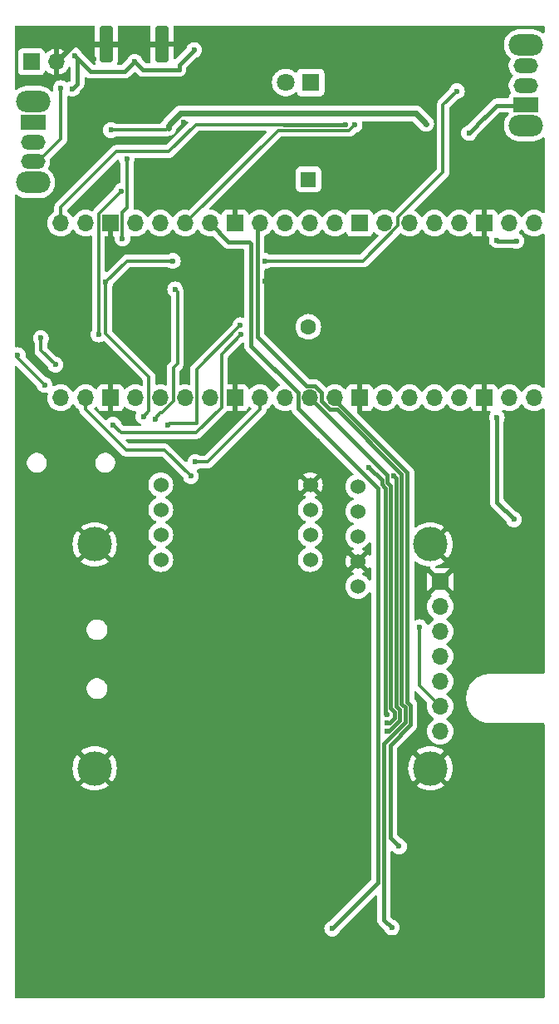
<source format=gbr>
%TF.GenerationSoftware,KiCad,Pcbnew,8.0.5*%
%TF.CreationDate,2024-11-28T19:31:39+00:00*%
%TF.ProjectId,ScoutAM,53636f75-7441-44d2-9e6b-696361645f70,rev?*%
%TF.SameCoordinates,Original*%
%TF.FileFunction,Copper,L2,Bot*%
%TF.FilePolarity,Positive*%
%FSLAX46Y46*%
G04 Gerber Fmt 4.6, Leading zero omitted, Abs format (unit mm)*
G04 Created by KiCad (PCBNEW 8.0.5) date 2024-11-28 19:31:39*
%MOMM*%
%LPD*%
G01*
G04 APERTURE LIST*
G04 Aperture macros list*
%AMRoundRect*
0 Rectangle with rounded corners*
0 $1 Rounding radius*
0 $2 $3 $4 $5 $6 $7 $8 $9 X,Y pos of 4 corners*
0 Add a 4 corners polygon primitive as box body*
4,1,4,$2,$3,$4,$5,$6,$7,$8,$9,$2,$3,0*
0 Add four circle primitives for the rounded corners*
1,1,$1+$1,$2,$3*
1,1,$1+$1,$4,$5*
1,1,$1+$1,$6,$7*
1,1,$1+$1,$8,$9*
0 Add four rect primitives between the rounded corners*
20,1,$1+$1,$2,$3,$4,$5,0*
20,1,$1+$1,$4,$5,$6,$7,0*
20,1,$1+$1,$6,$7,$8,$9,0*
20,1,$1+$1,$8,$9,$2,$3,0*%
G04 Aperture macros list end*
%TA.AperFunction,ComponentPad*%
%ADD10R,1.800000X1.800000*%
%TD*%
%TA.AperFunction,ComponentPad*%
%ADD11C,1.800000*%
%TD*%
%TA.AperFunction,SMDPad,CuDef*%
%ADD12RoundRect,0.250000X0.425000X1.600000X-0.425000X1.600000X-0.425000X-1.600000X0.425000X-1.600000X0*%
%TD*%
%TA.AperFunction,ComponentPad*%
%ADD13R,1.600000X1.600000*%
%TD*%
%TA.AperFunction,ComponentPad*%
%ADD14C,1.600000*%
%TD*%
%TA.AperFunction,ComponentPad*%
%ADD15O,3.500000X2.200000*%
%TD*%
%TA.AperFunction,ComponentPad*%
%ADD16R,2.500000X1.500000*%
%TD*%
%TA.AperFunction,ComponentPad*%
%ADD17O,2.500000X1.500000*%
%TD*%
%TA.AperFunction,ComponentPad*%
%ADD18C,3.500000*%
%TD*%
%TA.AperFunction,ComponentPad*%
%ADD19R,1.700000X1.700000*%
%TD*%
%TA.AperFunction,ComponentPad*%
%ADD20O,1.700000X1.700000*%
%TD*%
%TA.AperFunction,ComponentPad*%
%ADD21C,1.524000*%
%TD*%
%TA.AperFunction,ViaPad*%
%ADD22C,0.600000*%
%TD*%
%TA.AperFunction,Conductor*%
%ADD23C,0.300000*%
%TD*%
%TA.AperFunction,Conductor*%
%ADD24C,0.600000*%
%TD*%
%TA.AperFunction,Conductor*%
%ADD25C,0.400000*%
%TD*%
G04 APERTURE END LIST*
D10*
%TO.P,D3,1,K*%
%TO.N,Net-(D3-K)*%
X100655000Y-56295000D03*
D11*
%TO.P,D3,2,A*%
%TO.N,VSW*%
X98115000Y-56295000D03*
%TD*%
D12*
%TO.P,J4,2,Ext*%
%TO.N,GND*%
X79835000Y-52410000D03*
X85485000Y-52410000D03*
%TD*%
D13*
%TO.P,LS1,1,1*%
%TO.N,Net-(U7-Vo1)*%
X100430000Y-66170000D03*
D14*
%TO.P,LS1,2,2*%
%TO.N,Net-(U7-Vo2)*%
X100430000Y-81170000D03*
%TD*%
D15*
%TO.P,SW9,*%
%TO.N,*%
X72360000Y-58260000D03*
X72360000Y-66460000D03*
D16*
%TO.P,SW9,1,A*%
%TO.N,Net-(J5-Pin_1)*%
X72360000Y-60360000D03*
D17*
%TO.P,SW9,2,B*%
%TO.N,Net-(SW9-B)*%
X72360000Y-62360000D03*
%TO.P,SW9,3,C*%
%TO.N,Net-(SW9-C)*%
X72360000Y-64360000D03*
%TD*%
D15*
%TO.P,SW8,*%
%TO.N,*%
X122600000Y-60690000D03*
X122600000Y-52490000D03*
D16*
%TO.P,SW8,1,A*%
%TO.N,VSW*%
X122600000Y-58590000D03*
D17*
%TO.P,SW8,2,B*%
%TO.N,VSYS*%
X122600000Y-56590000D03*
%TO.P,SW8,3,C*%
%TO.N,unconnected-(SW8-C-Pad3)*%
X122600000Y-54590000D03*
%TD*%
D18*
%TO.P,J1,1,Pin_1*%
%TO.N,GND*%
X112860000Y-103320000D03*
X78640000Y-103320000D03*
D19*
X113860000Y-107090000D03*
D18*
X112860000Y-126100000D03*
X78640000Y-126100000D03*
D20*
%TO.P,J1,2,Pin_2*%
%TO.N,+3.3V*%
X113860000Y-109630000D03*
%TO.P,J1,3,Pin_3*%
%TO.N,/SCK*%
X113860000Y-112170000D03*
%TO.P,J1,4,Pin_4*%
%TO.N,/MOSI*%
X113860000Y-114710000D03*
%TO.P,J1,5,Pin_5*%
%TO.N,/RESET*%
X113860000Y-117250000D03*
%TO.P,J1,6,Pin_6*%
%TO.N,/DC*%
X113860000Y-119790000D03*
%TO.P,J1,7,Pin_7*%
%TO.N,/BL*%
X113860000Y-122330000D03*
%TD*%
D19*
%TO.P,J5,1,Pin_1*%
%TO.N,Net-(J5-Pin_1)*%
X72185000Y-54205000D03*
D20*
%TO.P,J5,2,Pin_2*%
%TO.N,GND*%
X74725000Y-54205000D03*
%TD*%
D21*
%TO.P,U1,1,VCC*%
%TO.N,+3.3V*%
X105480000Y-107580000D03*
%TO.P,U1,2,GND*%
%TO.N,GND*%
X105480000Y-105040000D03*
%TO.P,U1,3,TX*%
%TO.N,/RX*%
X105480000Y-102500000D03*
%TO.P,U1,4,RX*%
%TO.N,/TX*%
X105480000Y-99960000D03*
%TO.P,U1,5,1PPS*%
%TO.N,unconnected-(U1-1PPS-Pad5)*%
X105480000Y-97420000D03*
%TD*%
%TO.P,U4,1,GND*%
%TO.N,GND*%
X100620000Y-97240000D03*
%TO.P,U4,2,SDA*%
%TO.N,/SDA*%
X100620000Y-99780000D03*
%TO.P,U4,3,SCL*%
%TO.N,/SCL*%
X100620000Y-102320000D03*
%TO.P,U4,4,Vcc*%
%TO.N,+3.3V*%
X100620000Y-104860000D03*
%TO.P,U4,5,RDY*%
%TO.N,unconnected-(U4-RDY-Pad5)*%
X85380000Y-97240000D03*
%TO.P,U4,6,INT1*%
%TO.N,unconnected-(U4-INT1-Pad6)*%
X85380000Y-99780000D03*
%TO.P,U4,7,INT2*%
%TO.N,unconnected-(U4-INT2-Pad7)*%
X85380000Y-102320000D03*
%TO.P,U4,8,ADDR*%
%TO.N,unconnected-(U4-ADDR-Pad8)*%
X85380000Y-104860000D03*
%TD*%
D20*
%TO.P,A1,1,GPIO0*%
%TO.N,/TX*%
X123440000Y-88400000D03*
%TO.P,A1,2,GPIO1*%
%TO.N,/RX*%
X120900000Y-88400000D03*
D19*
%TO.P,A1,3,GND*%
%TO.N,GND*%
X118360000Y-88400000D03*
D20*
%TO.P,A1,4,GPIO2*%
%TO.N,/BW*%
X115820000Y-88400000D03*
%TO.P,A1,5,GPIO3*%
%TO.N,/BAND*%
X113280000Y-88400000D03*
%TO.P,A1,6,GPIO4*%
%TO.N,/SDA*%
X110740000Y-88400000D03*
%TO.P,A1,7,GPIO5*%
%TO.N,/SCL*%
X108200000Y-88400000D03*
D19*
%TO.P,A1,8,GND*%
%TO.N,GND*%
X105660000Y-88400000D03*
D20*
%TO.P,A1,9,GPIO6*%
%TO.N,/AGC*%
X103120000Y-88400000D03*
%TO.P,A1,10,GPIO7*%
%TO.N,/VOL*%
X100580000Y-88400000D03*
%TO.P,A1,11,GPIO8*%
%TO.N,/DC*%
X98040000Y-88400000D03*
%TO.P,A1,12,GPIO9*%
%TO.N,/ENC_SW*%
X95500000Y-88400000D03*
D19*
%TO.P,A1,13,GND*%
%TO.N,GND*%
X92960000Y-88400000D03*
D20*
%TO.P,A1,14,GPIO10*%
%TO.N,/SCK*%
X90420000Y-88400000D03*
%TO.P,A1,15,GPIO11*%
%TO.N,/MOSI*%
X87880000Y-88400000D03*
%TO.P,A1,16,GPIO12*%
%TO.N,/RESET*%
X85340000Y-88400000D03*
%TO.P,A1,17,GPIO13*%
%TO.N,/BL*%
X82800000Y-88400000D03*
D19*
%TO.P,A1,18,GND*%
%TO.N,GND*%
X80260000Y-88400000D03*
D20*
%TO.P,A1,19,GPIO14*%
%TO.N,/ENC_A*%
X77720000Y-88400000D03*
%TO.P,A1,20,GPIO15*%
%TO.N,/ENC_B*%
X75180000Y-88400000D03*
%TO.P,A1,21,GPIO16*%
%TO.N,/TORCH*%
X75180000Y-70620000D03*
%TO.P,A1,22,GPIO17*%
%TO.N,/RST*%
X77720000Y-70620000D03*
D19*
%TO.P,A1,23,GND*%
%TO.N,GND*%
X80260000Y-70620000D03*
D20*
%TO.P,A1,24,GPIO18*%
%TO.N,/SC*%
X82800000Y-70620000D03*
%TO.P,A1,25,GPIO19*%
%TO.N,/SD*%
X85340000Y-70620000D03*
%TO.P,A1,26,GPIO20*%
%TO.N,/PWM*%
X87880000Y-70620000D03*
%TO.P,A1,27,GPIO21*%
%TO.N,/MODE*%
X90420000Y-70620000D03*
D19*
%TO.P,A1,28,GND*%
%TO.N,GND*%
X92960000Y-70620000D03*
D20*
%TO.P,A1,29,GPIO22*%
%TO.N,/STEP*%
X95500000Y-70620000D03*
%TO.P,A1,30,RUN*%
%TO.N,unconnected-(A1-RUN-Pad30)*%
X98040000Y-70620000D03*
%TO.P,A1,31,GPIO26_ADC0*%
%TO.N,/LAMP*%
X100580000Y-70620000D03*
%TO.P,A1,32,GPIO27_ADC1*%
%TO.N,/RAMP*%
X103120000Y-70620000D03*
D19*
%TO.P,A1,33,AGND*%
%TO.N,unconnected-(A1-AGND-Pad33)*%
X105660000Y-70620000D03*
D20*
%TO.P,A1,34,GPIO28_ADC2*%
%TO.N,/BVOLTS*%
X108200000Y-70620000D03*
%TO.P,A1,35,ADC_VREF*%
%TO.N,unconnected-(A1-ADC_VREF-Pad35)*%
X110740000Y-70620000D03*
%TO.P,A1,36,3V3*%
%TO.N,+3.3V*%
X113280000Y-70620000D03*
%TO.P,A1,37,3V3_EN*%
%TO.N,unconnected-(A1-3V3_EN-Pad37)*%
X115820000Y-70620000D03*
D19*
%TO.P,A1,38,GND*%
%TO.N,GND*%
X118360000Y-70620000D03*
D20*
%TO.P,A1,39,VSYS*%
%TO.N,VSW*%
X120900000Y-70620000D03*
%TO.P,A1,40,VBUS*%
%TO.N,+5V*%
X123440000Y-70620000D03*
%TD*%
D22*
%TO.N,GND*%
X77970000Y-96650000D03*
X98670000Y-79110000D03*
X98790000Y-72890000D03*
%TO.N,/LAMP*%
X86114911Y-91135121D03*
X93490000Y-81010000D03*
%TO.N,/RAMP*%
X80529998Y-91140000D03*
X93570000Y-81970000D03*
%TO.N,GND*%
X84020000Y-82110000D03*
X95990000Y-76510000D03*
X73880000Y-78920000D03*
X71880000Y-56110000D03*
X108860000Y-73190000D03*
X81520000Y-59320000D03*
X118710000Y-77390000D03*
X115800000Y-67190000D03*
X81200000Y-52410000D03*
X109530000Y-54940000D03*
X116780000Y-75200000D03*
X87480000Y-73410000D03*
X95650000Y-91790000D03*
X91350000Y-54260000D03*
X113310000Y-56080000D03*
X87220000Y-68820000D03*
X109560000Y-63970000D03*
X92269278Y-90171785D03*
X78320000Y-67270000D03*
X108020000Y-91190000D03*
X120450000Y-82650000D03*
X79920000Y-72230000D03*
X116360000Y-90920000D03*
X86830000Y-64480000D03*
X74700000Y-51700000D03*
X101320000Y-106240000D03*
X86100000Y-83670000D03*
X95620000Y-66190000D03*
X79680000Y-57620000D03*
X84700000Y-75670000D03*
X78340000Y-58960000D03*
X84490000Y-78300000D03*
X115930000Y-77450000D03*
X78550000Y-53900000D03*
X105650000Y-85720000D03*
X92930000Y-86590000D03*
X117660000Y-57730000D03*
X75460000Y-55750000D03*
X87250000Y-52470000D03*
X101320000Y-92780000D03*
X106670000Y-57170000D03*
X73990000Y-86060000D03*
X87700000Y-60340000D03*
X90684975Y-64145025D03*
X78880000Y-85200000D03*
X94580000Y-68820000D03*
X95880000Y-55010000D03*
X84080000Y-52410000D03*
%TO.N,VSW*%
X116810000Y-61450000D03*
%TO.N,Net-(C12-Pad2)*%
X74647500Y-85032500D03*
X73159870Y-82319659D03*
%TO.N,+3.3VA*%
X112432831Y-60500036D03*
X86170000Y-60920000D03*
X80300000Y-61150000D03*
X94960000Y-59440000D03*
%TO.N,Net-(C11-Pad1)*%
X73540000Y-87090000D03*
X70800000Y-84045000D03*
%TO.N,VBAT*%
X119640000Y-90400000D03*
X121390000Y-100780000D03*
%TO.N,/TORCH*%
X104230000Y-60580000D03*
%TO.N,/RAUD*%
X79040000Y-81960000D03*
X81350000Y-67360000D03*
%TO.N,/LAUD*%
X81920000Y-64070000D03*
X81480000Y-72170000D03*
%TO.N,Net-(U7-Vo1)*%
X86840000Y-77360000D03*
X84805989Y-90605516D03*
%TO.N,/BW*%
X106600825Y-95481486D03*
X108430000Y-120670331D03*
%TO.N,/BAND*%
X109134028Y-96332508D03*
X108460000Y-122300000D03*
%TO.N,/AGC*%
X109668654Y-134055081D03*
%TO.N,/VOL*%
X108430000Y-121476282D03*
%TO.N,/MODE*%
X102860000Y-142420000D03*
%TO.N,/STEP*%
X108920000Y-142310000D03*
%TO.N,Net-(U2-PROG)*%
X119627249Y-72337249D03*
X121630000Y-72430000D03*
%TO.N,Net-(U7-IN-)*%
X83610000Y-90300000D03*
X86610000Y-74470000D03*
X115570000Y-57180000D03*
X79740000Y-76636600D03*
X96020000Y-74470000D03*
%TO.N,/ENC_A*%
X88450000Y-96370000D03*
%TO.N,/DC*%
X111739998Y-111740000D03*
%TO.N,/ENC_SW*%
X88909400Y-94930000D03*
%TO.N,Net-(J4-In)*%
X76573675Y-53558407D03*
X88790000Y-52990000D03*
X76370000Y-56940000D03*
X82720000Y-54200000D03*
%TO.N,Net-(SW9-C)*%
X75194669Y-56875331D03*
%TO.N,/PWM*%
X105140000Y-60620000D03*
%TD*%
D23*
%TO.N,/RAMP*%
X91570000Y-83970000D02*
X93570000Y-81970000D01*
X91570000Y-89360000D02*
X91570000Y-83970000D01*
X88989533Y-91940467D02*
X91570000Y-89360000D01*
X80529998Y-91140000D02*
X81330465Y-91940467D01*
X81330465Y-91940467D02*
X88989533Y-91940467D01*
%TO.N,/LAMP*%
X86270032Y-90980000D02*
X86114911Y-91135121D01*
X89030000Y-90980000D02*
X86270032Y-90980000D01*
%TO.N,Net-(U7-Vo1)*%
X84805989Y-90458245D02*
X84805989Y-90605516D01*
X85325105Y-89939129D02*
X84805989Y-90458245D01*
X85472376Y-89939129D02*
X85325105Y-89939129D01*
X86669950Y-88741555D02*
X85472376Y-89939129D01*
X86840000Y-77360000D02*
X87080000Y-77600000D01*
X86669950Y-85310000D02*
X86669950Y-88741555D01*
X87080000Y-77600000D02*
X87080000Y-84899950D01*
X87080000Y-84899950D02*
X86669950Y-85310000D01*
%TO.N,/ENC_SW*%
X95500000Y-88400000D02*
X95500000Y-89602081D01*
X90172081Y-94930000D02*
X88909400Y-94930000D01*
%TO.N,/LAMP*%
X89030000Y-85470000D02*
X89030000Y-90980000D01*
X93490000Y-81010000D02*
X89030000Y-85470000D01*
%TO.N,/ENC_SW*%
X95500000Y-89602081D02*
X90172081Y-94930000D01*
%TO.N,/ENC_A*%
X77720000Y-89602081D02*
X77720000Y-88400000D01*
X85790000Y-93710000D02*
X81827919Y-93710000D01*
X88450000Y-96370000D02*
X85790000Y-93710000D01*
X81827919Y-93710000D02*
X77720000Y-89602081D01*
D24*
%TO.N,GND*%
X79835000Y-52410000D02*
X85485000Y-52410000D01*
D23*
X109530000Y-54940000D02*
X112220000Y-54940000D01*
X84020000Y-82110000D02*
X85590000Y-83680000D01*
D24*
X118710000Y-77390000D02*
X115990000Y-77390000D01*
D23*
X85590000Y-83680000D02*
X86090000Y-83680000D01*
D24*
X115990000Y-77390000D02*
X115930000Y-77450000D01*
X78040000Y-86060000D02*
X78040000Y-86040000D01*
X78040000Y-86040000D02*
X78880000Y-85200000D01*
X79835000Y-52410000D02*
X76520000Y-52410000D01*
D23*
X86090000Y-83680000D02*
X86100000Y-83670000D01*
D24*
X76520000Y-52410000D02*
X74725000Y-54205000D01*
D23*
X113310000Y-56030000D02*
X113310000Y-56080000D01*
X112220000Y-54940000D02*
X113310000Y-56030000D01*
D25*
X78340000Y-58960000D02*
X79680000Y-57620000D01*
D24*
X73990000Y-86060000D02*
X78040000Y-86060000D01*
D25*
%TO.N,VSW*%
X118330000Y-59930000D02*
X119630000Y-58630000D01*
X119630000Y-58630000D02*
X122700000Y-58630000D01*
X116810000Y-61450000D02*
X118470000Y-59790000D01*
D23*
%TO.N,Net-(C12-Pad2)*%
X73159870Y-83544870D02*
X74647500Y-85032500D01*
X73159870Y-82319659D02*
X73159870Y-83544870D01*
%TO.N,+3.3VA*%
X85940000Y-61150000D02*
X86170000Y-60920000D01*
D24*
X94960000Y-59440000D02*
X111372795Y-59440000D01*
X86170000Y-60920000D02*
X86170000Y-60667918D01*
D23*
X80300000Y-61150000D02*
X85940000Y-61150000D01*
D24*
X111372795Y-59440000D02*
X112432831Y-60500036D01*
X87397918Y-59440000D02*
X94960000Y-59440000D01*
X86170000Y-60667918D02*
X87397918Y-59440000D01*
D23*
%TO.N,Net-(C11-Pad1)*%
X70800000Y-84045000D02*
X70800000Y-84350000D01*
X70800000Y-84350000D02*
X73540000Y-87090000D01*
D25*
%TO.N,VBAT*%
X119640000Y-99030000D02*
X121390000Y-100780000D01*
X119640000Y-90400000D02*
X119640000Y-99030000D01*
D23*
%TO.N,/TORCH*%
X88940000Y-60580000D02*
X86190000Y-63330000D01*
X75180000Y-68990000D02*
X75180000Y-70620000D01*
D25*
X104230000Y-60580000D02*
X97920000Y-60580000D01*
D23*
X97920000Y-60580000D02*
X88940000Y-60580000D01*
X86190000Y-63330000D02*
X80840000Y-63330000D01*
X80840000Y-63330000D02*
X75180000Y-68990000D01*
%TO.N,/RAUD*%
X79040000Y-81960000D02*
X79040000Y-69640000D01*
X79040000Y-69640000D02*
X81320000Y-67360000D01*
X81320000Y-67360000D02*
X81350000Y-67360000D01*
%TO.N,/LAUD*%
X81950000Y-64100000D02*
X81920000Y-64070000D01*
X81480000Y-72170000D02*
X81480000Y-69540000D01*
X81480000Y-69540000D02*
X81950000Y-69070000D01*
X81950000Y-69070000D02*
X81950000Y-64100000D01*
D25*
%TO.N,/BW*%
X108270000Y-97583505D02*
X107910000Y-97223505D01*
X107910000Y-97223505D02*
X107910000Y-96790661D01*
X108270000Y-120510331D02*
X108270000Y-97583505D01*
X108430000Y-120670331D02*
X108270000Y-120510331D01*
X107910000Y-96790661D02*
X106600825Y-95481486D01*
%TO.N,/BAND*%
X109370000Y-96568480D02*
X109134028Y-96332508D01*
X108638810Y-122300000D02*
X109730000Y-121208810D01*
X109370000Y-119771852D02*
X109370000Y-96568480D01*
X108460000Y-122300000D02*
X108638810Y-122300000D01*
X109730000Y-120131852D02*
X109370000Y-119771852D01*
X109730000Y-121208810D02*
X109730000Y-120131852D01*
%TO.N,/AGC*%
X110830000Y-121664444D02*
X108750000Y-123744444D01*
X103120000Y-88400000D02*
X103120000Y-88600000D01*
X110507817Y-95987817D02*
X110507817Y-119354034D01*
X110830000Y-119676216D02*
X110830000Y-121664444D01*
X103120000Y-88600000D02*
X110507817Y-95987817D01*
X110507817Y-119354034D02*
X110830000Y-119676216D01*
X108750000Y-123744444D02*
X108750000Y-133136427D01*
X108750000Y-133136427D02*
X109668654Y-134055081D01*
%TO.N,/VOL*%
X109180000Y-120359670D02*
X109180000Y-120980992D01*
X108460000Y-96280000D02*
X108460000Y-96995687D01*
X109180000Y-120980992D02*
X108684710Y-121476282D01*
X100580000Y-88400000D02*
X108460000Y-96280000D01*
X108820000Y-97355687D02*
X108820000Y-119999670D01*
X108684710Y-121476282D02*
X108430000Y-121476282D01*
X108820000Y-119999670D02*
X109180000Y-120359670D01*
X108460000Y-96995687D02*
X108820000Y-97355687D01*
%TO.N,/MODE*%
X92310000Y-72510000D02*
X90420000Y-70620000D01*
X102860000Y-142420000D02*
X107500000Y-137780000D01*
X107500000Y-137780000D02*
X107500000Y-97591323D01*
X94570000Y-83092943D02*
X94570000Y-72690000D01*
X99380000Y-89471323D02*
X99380000Y-87902943D01*
X94570000Y-72690000D02*
X94390000Y-72510000D01*
X94390000Y-72510000D02*
X92310000Y-72510000D01*
X99380000Y-87902943D02*
X94570000Y-83092943D01*
X107500000Y-97591323D02*
X99380000Y-89471323D01*
%TO.N,/STEP*%
X95240000Y-82217057D02*
X95240000Y-70880000D01*
X100222943Y-87200000D02*
X95240000Y-82217057D01*
X103342182Y-89600000D02*
X102622943Y-89600000D01*
X109920000Y-96177818D02*
X103342182Y-89600000D01*
X102622943Y-89600000D02*
X101780000Y-88757057D01*
X101780000Y-87902943D02*
X101077057Y-87200000D01*
X110280000Y-121436628D02*
X110280000Y-119904034D01*
X101780000Y-88757057D02*
X101780000Y-87902943D01*
X101077057Y-87200000D02*
X100222943Y-87200000D01*
X110280000Y-119904034D02*
X109920000Y-119544034D01*
X95240000Y-70880000D02*
X95500000Y-70620000D01*
X109920000Y-119544034D02*
X109920000Y-96177818D01*
X108920000Y-142310000D02*
X108120000Y-141510000D01*
X108120000Y-123596628D02*
X110280000Y-121436628D01*
X108120000Y-141510000D02*
X108120000Y-123596628D01*
%TO.N,Net-(U2-PROG)*%
X119720000Y-72430000D02*
X119627249Y-72337249D01*
X121630000Y-72430000D02*
X119720000Y-72430000D01*
D23*
%TO.N,Net-(U7-IN-)*%
X83610000Y-90300000D02*
X84190000Y-89720000D01*
X109590000Y-69990000D02*
X109590000Y-70856346D01*
X114150000Y-58600000D02*
X114150000Y-65430000D01*
X84190000Y-89720000D02*
X84190000Y-86270000D01*
X114150000Y-65430000D02*
X109590000Y-69990000D01*
X84190000Y-86270000D02*
X79740000Y-81820000D01*
X81906600Y-74470000D02*
X86610000Y-74470000D01*
X109590000Y-70856346D02*
X105976346Y-74470000D01*
X79740000Y-76636600D02*
X81906600Y-74470000D01*
X105976346Y-74470000D02*
X96020000Y-74470000D01*
X79740000Y-81820000D02*
X79740000Y-76636600D01*
X115570000Y-57180000D02*
X114150000Y-58600000D01*
%TO.N,/DC*%
X113860000Y-119790000D02*
X111739998Y-117669998D01*
X111739998Y-117669998D02*
X111739998Y-111740000D01*
D25*
%TO.N,Net-(J4-In)*%
X82720000Y-54200000D02*
X81730000Y-55190000D01*
X87270000Y-55020000D02*
X87270000Y-54510000D01*
X76890000Y-56420000D02*
X76890000Y-53874732D01*
X76370000Y-56940000D02*
X76890000Y-56420000D01*
X81730000Y-55190000D02*
X78205268Y-55190000D01*
X82720000Y-54200000D02*
X83540000Y-55020000D01*
X78205268Y-55190000D02*
X76573675Y-53558407D01*
X87270000Y-54510000D02*
X88790000Y-52990000D01*
X83540000Y-55020000D02*
X87270000Y-55020000D01*
X76890000Y-53874732D02*
X76573675Y-53558407D01*
D23*
%TO.N,Net-(SW9-C)*%
X72900000Y-64360000D02*
X75194669Y-62065331D01*
X72350000Y-64360000D02*
X72900000Y-64360000D01*
X75194669Y-62065331D02*
X75194669Y-56875331D01*
%TO.N,/PWM*%
X97320000Y-61180000D02*
X104580000Y-61180000D01*
X87880000Y-70620000D02*
X97320000Y-61180000D01*
X104580000Y-61180000D02*
X105140000Y-60620000D01*
%TD*%
%TA.AperFunction,Conductor*%
%TO.N,GND*%
G36*
X70705703Y-85176094D02*
G01*
X70712181Y-85182126D01*
X72718277Y-87188222D01*
X72751762Y-87249545D01*
X72753815Y-87262012D01*
X72754630Y-87269245D01*
X72754632Y-87269255D01*
X72814210Y-87439521D01*
X72870182Y-87528599D01*
X72910184Y-87592262D01*
X73037738Y-87719816D01*
X73190478Y-87815789D01*
X73347816Y-87870844D01*
X73360745Y-87875368D01*
X73360750Y-87875369D01*
X73539996Y-87895565D01*
X73540000Y-87895565D01*
X73540004Y-87895565D01*
X73719249Y-87875369D01*
X73719251Y-87875368D01*
X73719255Y-87875368D01*
X73721995Y-87874408D01*
X73723879Y-87874312D01*
X73726047Y-87873818D01*
X73726133Y-87874197D01*
X73791774Y-87870844D01*
X73852403Y-87905570D01*
X73884633Y-87967562D01*
X73882730Y-88023542D01*
X73844938Y-88164586D01*
X73844936Y-88164596D01*
X73824341Y-88399999D01*
X73824341Y-88400000D01*
X73844936Y-88635403D01*
X73844938Y-88635413D01*
X73906094Y-88863655D01*
X73906096Y-88863659D01*
X73906097Y-88863663D01*
X73986004Y-89035023D01*
X74005965Y-89077830D01*
X74005967Y-89077834D01*
X74114281Y-89232521D01*
X74141505Y-89271401D01*
X74308599Y-89438495D01*
X74385135Y-89492086D01*
X74502165Y-89574032D01*
X74502167Y-89574033D01*
X74502170Y-89574035D01*
X74716337Y-89673903D01*
X74716343Y-89673904D01*
X74716344Y-89673905D01*
X74771285Y-89688626D01*
X74944592Y-89735063D01*
X75115319Y-89750000D01*
X75179999Y-89755659D01*
X75180000Y-89755659D01*
X75180001Y-89755659D01*
X75244681Y-89750000D01*
X75415408Y-89735063D01*
X75643663Y-89673903D01*
X75857830Y-89574035D01*
X76051401Y-89438495D01*
X76218495Y-89271401D01*
X76348425Y-89085842D01*
X76403002Y-89042217D01*
X76472500Y-89035023D01*
X76534855Y-89066546D01*
X76551575Y-89085842D01*
X76681501Y-89271396D01*
X76681506Y-89271402D01*
X76848597Y-89438493D01*
X76848603Y-89438498D01*
X77016623Y-89556147D01*
X77060248Y-89610724D01*
X77069500Y-89657722D01*
X77069500Y-89666151D01*
X77091086Y-89774665D01*
X77091086Y-89774667D01*
X77094497Y-89791817D01*
X77094501Y-89791830D01*
X77143532Y-89910204D01*
X77148652Y-89917866D01*
X77214722Y-90016749D01*
X77214726Y-90016754D01*
X81413244Y-94215272D01*
X81413251Y-94215278D01*
X81509366Y-94279499D01*
X81509367Y-94279499D01*
X81509368Y-94279500D01*
X81519792Y-94286465D01*
X81638175Y-94335501D01*
X81638179Y-94335501D01*
X81638180Y-94335502D01*
X81763847Y-94360500D01*
X81763850Y-94360500D01*
X81891988Y-94360500D01*
X85469192Y-94360500D01*
X85536231Y-94380185D01*
X85556873Y-94396819D01*
X87628277Y-96468223D01*
X87661762Y-96529546D01*
X87663815Y-96542012D01*
X87664630Y-96549246D01*
X87664632Y-96549255D01*
X87724210Y-96719521D01*
X87778893Y-96806548D01*
X87820184Y-96872262D01*
X87947738Y-96999816D01*
X88100478Y-97095789D01*
X88270745Y-97155368D01*
X88270750Y-97155369D01*
X88449996Y-97175565D01*
X88450000Y-97175565D01*
X88450004Y-97175565D01*
X88629249Y-97155369D01*
X88629252Y-97155368D01*
X88629255Y-97155368D01*
X88799522Y-97095789D01*
X88952262Y-96999816D01*
X89079816Y-96872262D01*
X89175789Y-96719522D01*
X89235368Y-96549255D01*
X89244498Y-96468223D01*
X89255565Y-96370003D01*
X89255565Y-96369996D01*
X89235369Y-96190750D01*
X89235368Y-96190745D01*
X89185970Y-96049575D01*
X89175789Y-96020478D01*
X89158161Y-95992424D01*
X89085651Y-95877024D01*
X89066651Y-95809787D01*
X89087019Y-95742952D01*
X89140287Y-95697738D01*
X89149678Y-95694014D01*
X89258922Y-95655789D01*
X89348496Y-95599505D01*
X89414468Y-95580500D01*
X90236152Y-95580500D01*
X90320696Y-95563682D01*
X90361825Y-95555501D01*
X90480208Y-95506465D01*
X90523830Y-95477318D01*
X90586750Y-95435277D01*
X96005276Y-90016751D01*
X96076465Y-89910208D01*
X96125501Y-89791825D01*
X96128913Y-89774670D01*
X96150500Y-89666150D01*
X96150500Y-89657722D01*
X96170185Y-89590683D01*
X96203377Y-89556147D01*
X96294865Y-89492086D01*
X96371401Y-89438495D01*
X96538495Y-89271401D01*
X96668425Y-89085842D01*
X96723002Y-89042217D01*
X96792500Y-89035023D01*
X96854855Y-89066546D01*
X96871575Y-89085842D01*
X97001500Y-89271395D01*
X97001505Y-89271401D01*
X97168599Y-89438495D01*
X97245135Y-89492086D01*
X97362165Y-89574032D01*
X97362167Y-89574033D01*
X97362170Y-89574035D01*
X97576337Y-89673903D01*
X97576343Y-89673904D01*
X97576344Y-89673905D01*
X97631285Y-89688626D01*
X97804592Y-89735063D01*
X97975319Y-89750000D01*
X98039999Y-89755659D01*
X98040000Y-89755659D01*
X98040001Y-89755659D01*
X98104681Y-89750000D01*
X98275408Y-89735063D01*
X98503663Y-89673903D01*
X98555595Y-89649686D01*
X98624668Y-89639194D01*
X98688453Y-89667712D01*
X98722559Y-89714615D01*
X98759224Y-89803132D01*
X98835887Y-89917868D01*
X98835888Y-89917869D01*
X104989919Y-96071899D01*
X105023404Y-96133222D01*
X105018420Y-96202914D01*
X104976548Y-96258847D01*
X104954644Y-96271962D01*
X104846337Y-96322467D01*
X104665377Y-96449175D01*
X104509175Y-96605377D01*
X104382466Y-96786338D01*
X104382465Y-96786340D01*
X104289107Y-96986548D01*
X104289104Y-96986554D01*
X104231930Y-97199929D01*
X104231929Y-97199937D01*
X104212677Y-97419997D01*
X104212677Y-97420002D01*
X104231929Y-97640062D01*
X104231930Y-97640070D01*
X104289104Y-97853445D01*
X104289105Y-97853447D01*
X104289106Y-97853450D01*
X104328620Y-97938188D01*
X104382466Y-98053662D01*
X104382468Y-98053666D01*
X104509170Y-98234615D01*
X104509175Y-98234621D01*
X104665378Y-98390824D01*
X104665384Y-98390829D01*
X104846333Y-98517531D01*
X104846335Y-98517532D01*
X104846338Y-98517534D01*
X104965748Y-98573215D01*
X104975189Y-98577618D01*
X105027628Y-98623790D01*
X105046780Y-98690984D01*
X105026564Y-98757865D01*
X104975189Y-98802382D01*
X104846340Y-98862465D01*
X104846338Y-98862466D01*
X104665377Y-98989175D01*
X104509175Y-99145377D01*
X104382466Y-99326338D01*
X104382465Y-99326340D01*
X104289107Y-99526548D01*
X104289104Y-99526554D01*
X104231930Y-99739929D01*
X104231929Y-99739937D01*
X104212677Y-99959997D01*
X104212677Y-99960002D01*
X104231929Y-100180062D01*
X104231930Y-100180070D01*
X104289104Y-100393445D01*
X104289105Y-100393447D01*
X104289106Y-100393450D01*
X104361172Y-100547997D01*
X104382466Y-100593662D01*
X104382468Y-100593666D01*
X104509170Y-100774615D01*
X104509175Y-100774621D01*
X104665378Y-100930824D01*
X104665384Y-100930829D01*
X104846333Y-101057531D01*
X104846335Y-101057532D01*
X104846338Y-101057534D01*
X104904086Y-101084462D01*
X104975189Y-101117618D01*
X105027628Y-101163790D01*
X105046780Y-101230984D01*
X105026564Y-101297865D01*
X104975189Y-101342382D01*
X104846340Y-101402465D01*
X104846338Y-101402466D01*
X104665377Y-101529175D01*
X104509175Y-101685377D01*
X104382466Y-101866338D01*
X104382465Y-101866340D01*
X104289107Y-102066548D01*
X104289104Y-102066554D01*
X104231930Y-102279929D01*
X104231929Y-102279937D01*
X104212677Y-102499997D01*
X104212677Y-102500002D01*
X104231929Y-102720062D01*
X104231930Y-102720070D01*
X104289104Y-102933445D01*
X104289105Y-102933447D01*
X104289106Y-102933450D01*
X104361172Y-103087997D01*
X104382466Y-103133662D01*
X104382468Y-103133666D01*
X104509170Y-103314615D01*
X104509175Y-103314621D01*
X104665378Y-103470824D01*
X104665384Y-103470829D01*
X104846333Y-103597531D01*
X104846335Y-103597532D01*
X104846338Y-103597534D01*
X104972170Y-103656210D01*
X104975781Y-103657894D01*
X105028220Y-103704066D01*
X105047372Y-103771260D01*
X105027156Y-103838141D01*
X104975781Y-103882658D01*
X104846590Y-103942901D01*
X104781811Y-103988258D01*
X105452553Y-104659000D01*
X105429840Y-104659000D01*
X105332939Y-104684964D01*
X105246060Y-104735124D01*
X105175124Y-104806060D01*
X105124964Y-104892939D01*
X105099000Y-104989840D01*
X105099000Y-105012553D01*
X104428258Y-104341811D01*
X104382901Y-104406590D01*
X104289579Y-104606720D01*
X104289575Y-104606729D01*
X104232426Y-104820013D01*
X104232424Y-104820023D01*
X104213179Y-105039999D01*
X104213179Y-105040000D01*
X104232424Y-105259976D01*
X104232426Y-105259986D01*
X104289575Y-105473270D01*
X104289580Y-105473284D01*
X104382898Y-105673405D01*
X104382901Y-105673411D01*
X104428258Y-105738187D01*
X104428259Y-105738188D01*
X105099000Y-105067447D01*
X105099000Y-105090160D01*
X105124964Y-105187061D01*
X105175124Y-105273940D01*
X105246060Y-105344876D01*
X105332939Y-105395036D01*
X105429840Y-105421000D01*
X105452553Y-105421000D01*
X104781810Y-106091740D01*
X104846589Y-106137098D01*
X104975781Y-106197342D01*
X105028220Y-106243514D01*
X105047372Y-106310708D01*
X105027156Y-106377589D01*
X104975781Y-106422106D01*
X104846340Y-106482465D01*
X104846338Y-106482466D01*
X104665377Y-106609175D01*
X104509175Y-106765377D01*
X104382466Y-106946338D01*
X104382465Y-106946340D01*
X104289107Y-107146548D01*
X104289104Y-107146554D01*
X104231930Y-107359929D01*
X104231929Y-107359937D01*
X104212677Y-107579997D01*
X104212677Y-107580002D01*
X104231929Y-107800062D01*
X104231930Y-107800070D01*
X104289104Y-108013445D01*
X104289105Y-108013447D01*
X104289106Y-108013450D01*
X104361172Y-108167997D01*
X104382466Y-108213662D01*
X104382468Y-108213666D01*
X104509170Y-108394615D01*
X104509175Y-108394621D01*
X104665378Y-108550824D01*
X104665384Y-108550829D01*
X104846333Y-108677531D01*
X104846335Y-108677532D01*
X104846338Y-108677534D01*
X105046550Y-108770894D01*
X105259932Y-108828070D01*
X105417123Y-108841822D01*
X105479998Y-108847323D01*
X105480000Y-108847323D01*
X105480002Y-108847323D01*
X105535017Y-108842509D01*
X105700068Y-108828070D01*
X105913450Y-108770894D01*
X106113662Y-108677534D01*
X106294620Y-108550826D01*
X106450826Y-108394620D01*
X106573925Y-108218815D01*
X106628502Y-108175191D01*
X106698000Y-108167997D01*
X106760355Y-108199520D01*
X106795769Y-108259750D01*
X106799500Y-108289939D01*
X106799500Y-137438480D01*
X106779815Y-137505519D01*
X106763181Y-137526161D01*
X102660709Y-141628632D01*
X102613984Y-141657992D01*
X102510476Y-141694211D01*
X102510475Y-141694212D01*
X102357737Y-141790184D01*
X102230184Y-141917737D01*
X102134211Y-142070476D01*
X102074631Y-142240745D01*
X102074630Y-142240750D01*
X102054435Y-142419996D01*
X102054435Y-142420003D01*
X102074630Y-142599249D01*
X102074631Y-142599254D01*
X102134211Y-142769523D01*
X102161066Y-142812262D01*
X102230184Y-142922262D01*
X102357738Y-143049816D01*
X102510478Y-143145789D01*
X102680745Y-143205368D01*
X102680750Y-143205369D01*
X102859996Y-143225565D01*
X102860000Y-143225565D01*
X102860004Y-143225565D01*
X103039249Y-143205369D01*
X103039252Y-143205368D01*
X103039255Y-143205368D01*
X103209522Y-143145789D01*
X103362262Y-143049816D01*
X103489816Y-142922262D01*
X103585789Y-142769522D01*
X103622007Y-142666013D01*
X103651365Y-142619290D01*
X107207821Y-139062835D01*
X107269142Y-139029352D01*
X107338834Y-139034336D01*
X107394767Y-139076208D01*
X107419184Y-139141672D01*
X107419500Y-139150518D01*
X107419500Y-141441006D01*
X107419500Y-141578994D01*
X107419500Y-141578996D01*
X107419499Y-141578996D01*
X107446418Y-141714322D01*
X107446421Y-141714332D01*
X107499222Y-141841807D01*
X107575887Y-141956545D01*
X107575888Y-141956546D01*
X108128630Y-142509287D01*
X108157990Y-142556013D01*
X108194209Y-142659519D01*
X108194211Y-142659522D01*
X108290184Y-142812262D01*
X108417738Y-142939816D01*
X108570478Y-143035789D01*
X108740745Y-143095368D01*
X108740750Y-143095369D01*
X108919996Y-143115565D01*
X108920000Y-143115565D01*
X108920004Y-143115565D01*
X109099249Y-143095369D01*
X109099252Y-143095368D01*
X109099255Y-143095368D01*
X109269522Y-143035789D01*
X109422262Y-142939816D01*
X109549816Y-142812262D01*
X109645789Y-142659522D01*
X109705368Y-142489255D01*
X109725565Y-142310000D01*
X109717762Y-142240750D01*
X109705369Y-142130750D01*
X109705368Y-142130745D01*
X109645788Y-141960476D01*
X109606582Y-141898080D01*
X109549816Y-141807738D01*
X109422262Y-141680184D01*
X109269522Y-141584211D01*
X109269519Y-141584209D01*
X109166013Y-141547990D01*
X109119287Y-141518630D01*
X108856819Y-141256162D01*
X108823334Y-141194839D01*
X108820500Y-141168481D01*
X108820500Y-134637926D01*
X108840185Y-134570887D01*
X108892989Y-134525132D01*
X108962147Y-134515188D01*
X109025703Y-134544213D01*
X109033742Y-134552590D01*
X109033914Y-134552419D01*
X109038838Y-134557343D01*
X109166392Y-134684897D01*
X109319132Y-134780870D01*
X109489399Y-134840449D01*
X109489404Y-134840450D01*
X109668650Y-134860646D01*
X109668654Y-134860646D01*
X109668658Y-134860646D01*
X109847903Y-134840450D01*
X109847906Y-134840449D01*
X109847909Y-134840449D01*
X110018176Y-134780870D01*
X110170916Y-134684897D01*
X110298470Y-134557343D01*
X110394443Y-134404603D01*
X110454022Y-134234336D01*
X110474219Y-134055081D01*
X110454022Y-133875826D01*
X110394443Y-133705559D01*
X110298470Y-133552819D01*
X110170916Y-133425265D01*
X110018176Y-133329292D01*
X110018173Y-133329290D01*
X109914667Y-133293071D01*
X109867941Y-133263711D01*
X109486819Y-132882589D01*
X109453334Y-132821266D01*
X109450500Y-132794908D01*
X109450500Y-126100000D01*
X110605172Y-126100000D01*
X110624462Y-126394312D01*
X110624464Y-126394324D01*
X110682001Y-126683584D01*
X110682005Y-126683599D01*
X110776812Y-126962888D01*
X110907258Y-127227406D01*
X110907265Y-127227419D01*
X111071123Y-127472649D01*
X111100405Y-127506040D01*
X111997425Y-126609019D01*
X112083249Y-126737463D01*
X112222537Y-126876751D01*
X112350978Y-126962573D01*
X111453958Y-127859593D01*
X111487350Y-127888876D01*
X111732580Y-128052734D01*
X111732593Y-128052741D01*
X111997111Y-128183187D01*
X112276400Y-128277994D01*
X112276415Y-128277998D01*
X112565675Y-128335535D01*
X112565687Y-128335537D01*
X112860000Y-128354827D01*
X113154312Y-128335537D01*
X113154324Y-128335535D01*
X113443584Y-128277998D01*
X113443599Y-128277994D01*
X113722888Y-128183187D01*
X113987406Y-128052741D01*
X113987419Y-128052734D01*
X114232648Y-127888877D01*
X114266039Y-127859593D01*
X113369020Y-126962573D01*
X113497463Y-126876751D01*
X113636751Y-126737463D01*
X113722573Y-126609020D01*
X114619593Y-127506039D01*
X114648877Y-127472648D01*
X114812734Y-127227419D01*
X114812741Y-127227406D01*
X114943187Y-126962888D01*
X115037994Y-126683599D01*
X115037998Y-126683584D01*
X115095535Y-126394324D01*
X115095537Y-126394312D01*
X115114827Y-126100000D01*
X115095537Y-125805687D01*
X115095535Y-125805675D01*
X115037998Y-125516415D01*
X115037994Y-125516400D01*
X114943187Y-125237111D01*
X114812741Y-124972593D01*
X114812734Y-124972580D01*
X114648876Y-124727350D01*
X114619593Y-124693958D01*
X113722573Y-125590978D01*
X113636751Y-125462537D01*
X113497463Y-125323249D01*
X113369020Y-125237426D01*
X114266040Y-124340405D01*
X114232649Y-124311123D01*
X113987419Y-124147265D01*
X113987406Y-124147258D01*
X113722888Y-124016812D01*
X113443599Y-123922005D01*
X113443584Y-123922001D01*
X113154324Y-123864464D01*
X113154312Y-123864462D01*
X112860000Y-123845172D01*
X112565687Y-123864462D01*
X112565675Y-123864464D01*
X112276415Y-123922001D01*
X112276400Y-123922005D01*
X111997111Y-124016812D01*
X111732593Y-124147258D01*
X111732580Y-124147265D01*
X111487346Y-124311126D01*
X111487339Y-124311131D01*
X111453959Y-124340403D01*
X111453959Y-124340405D01*
X112350979Y-125237425D01*
X112222537Y-125323249D01*
X112083249Y-125462537D01*
X111997426Y-125590979D01*
X111100405Y-124693959D01*
X111100403Y-124693959D01*
X111071131Y-124727339D01*
X111071126Y-124727346D01*
X110907265Y-124972580D01*
X110907258Y-124972593D01*
X110776812Y-125237111D01*
X110682005Y-125516400D01*
X110682001Y-125516415D01*
X110624464Y-125805675D01*
X110624462Y-125805687D01*
X110605172Y-126100000D01*
X109450500Y-126100000D01*
X109450500Y-124085963D01*
X109470185Y-124018924D01*
X109486819Y-123998282D01*
X111374112Y-122110989D01*
X111374114Y-122110987D01*
X111450775Y-121996255D01*
X111503580Y-121868773D01*
X111515650Y-121808093D01*
X111530500Y-121733437D01*
X111530500Y-119607223D01*
X111529114Y-119600257D01*
X111520030Y-119554590D01*
X111503581Y-119471894D01*
X111503580Y-119471887D01*
X111463585Y-119375331D01*
X111450775Y-119344405D01*
X111409918Y-119283259D01*
X111374113Y-119229672D01*
X111374111Y-119229670D01*
X111374109Y-119229667D01*
X111244636Y-119100194D01*
X111211151Y-119038871D01*
X111208317Y-119012513D01*
X111208317Y-118357625D01*
X111228002Y-118290586D01*
X111280806Y-118244831D01*
X111349964Y-118234887D01*
X111413520Y-118263912D01*
X111419998Y-118269944D01*
X112512290Y-119362236D01*
X112545775Y-119423559D01*
X112544384Y-119482008D01*
X112524937Y-119554589D01*
X112524937Y-119554590D01*
X112504341Y-119789999D01*
X112504341Y-119790000D01*
X112524936Y-120025403D01*
X112524938Y-120025413D01*
X112586094Y-120253655D01*
X112586096Y-120253659D01*
X112586097Y-120253663D01*
X112666510Y-120426109D01*
X112685965Y-120467830D01*
X112685967Y-120467834D01*
X112821501Y-120661395D01*
X112821506Y-120661402D01*
X112988597Y-120828493D01*
X112988603Y-120828498D01*
X113174158Y-120958425D01*
X113217783Y-121013002D01*
X113224977Y-121082500D01*
X113193454Y-121144855D01*
X113174158Y-121161575D01*
X112988597Y-121291505D01*
X112821505Y-121458597D01*
X112685965Y-121652169D01*
X112685964Y-121652171D01*
X112586098Y-121866335D01*
X112586094Y-121866344D01*
X112524938Y-122094586D01*
X112524936Y-122094596D01*
X112504341Y-122329999D01*
X112504341Y-122330000D01*
X112524936Y-122565403D01*
X112524938Y-122565413D01*
X112586094Y-122793655D01*
X112586096Y-122793659D01*
X112586097Y-122793663D01*
X112685965Y-123007830D01*
X112685967Y-123007834D01*
X112794281Y-123162521D01*
X112821505Y-123201401D01*
X112988599Y-123368495D01*
X113085384Y-123436265D01*
X113182165Y-123504032D01*
X113182167Y-123504033D01*
X113182170Y-123504035D01*
X113396337Y-123603903D01*
X113624592Y-123665063D01*
X113812918Y-123681539D01*
X113859999Y-123685659D01*
X113860000Y-123685659D01*
X113860001Y-123685659D01*
X113899234Y-123682226D01*
X114095408Y-123665063D01*
X114323663Y-123603903D01*
X114537830Y-123504035D01*
X114731401Y-123368495D01*
X114898495Y-123201401D01*
X115034035Y-123007830D01*
X115133903Y-122793663D01*
X115195063Y-122565408D01*
X115215659Y-122330000D01*
X115195063Y-122094592D01*
X115133903Y-121866337D01*
X115034035Y-121652171D01*
X114978592Y-121572989D01*
X114898494Y-121458597D01*
X114731402Y-121291506D01*
X114731396Y-121291501D01*
X114545842Y-121161575D01*
X114502217Y-121106998D01*
X114495023Y-121037500D01*
X114526546Y-120975145D01*
X114545842Y-120958425D01*
X114580570Y-120934108D01*
X114731401Y-120828495D01*
X114898495Y-120661401D01*
X115034035Y-120467830D01*
X115133903Y-120253663D01*
X115195063Y-120025408D01*
X115215659Y-119790000D01*
X115195063Y-119554592D01*
X115133903Y-119326337D01*
X115034035Y-119112171D01*
X114990843Y-119050485D01*
X114898494Y-118918597D01*
X114731402Y-118751506D01*
X114731396Y-118751501D01*
X114545842Y-118621575D01*
X114502217Y-118566998D01*
X114495023Y-118497500D01*
X114526546Y-118435145D01*
X114545842Y-118418425D01*
X114687491Y-118319241D01*
X114731401Y-118288495D01*
X114898495Y-118121401D01*
X115034035Y-117927830D01*
X115133903Y-117713663D01*
X115195063Y-117485408D01*
X115215659Y-117250000D01*
X115195063Y-117014592D01*
X115133903Y-116786337D01*
X115034035Y-116572171D01*
X114983151Y-116499500D01*
X114898494Y-116378597D01*
X114731402Y-116211506D01*
X114731396Y-116211501D01*
X114545842Y-116081575D01*
X114502217Y-116026998D01*
X114495023Y-115957500D01*
X114526546Y-115895145D01*
X114545842Y-115878425D01*
X114568026Y-115862891D01*
X114731401Y-115748495D01*
X114898495Y-115581401D01*
X115034035Y-115387830D01*
X115133903Y-115173663D01*
X115195063Y-114945408D01*
X115215659Y-114710000D01*
X115195063Y-114474592D01*
X115133903Y-114246337D01*
X115034035Y-114032171D01*
X114898495Y-113838599D01*
X114898494Y-113838597D01*
X114731402Y-113671506D01*
X114731396Y-113671501D01*
X114545842Y-113541575D01*
X114502217Y-113486998D01*
X114495023Y-113417500D01*
X114526546Y-113355145D01*
X114545842Y-113338425D01*
X114568026Y-113322891D01*
X114731401Y-113208495D01*
X114898495Y-113041401D01*
X115034035Y-112847830D01*
X115133903Y-112633663D01*
X115195063Y-112405408D01*
X115215659Y-112170000D01*
X115195063Y-111934592D01*
X115133903Y-111706337D01*
X115034035Y-111492171D01*
X114920714Y-111330330D01*
X114898494Y-111298597D01*
X114731402Y-111131506D01*
X114731396Y-111131501D01*
X114545842Y-111001575D01*
X114502217Y-110946998D01*
X114495023Y-110877500D01*
X114526546Y-110815145D01*
X114545842Y-110798425D01*
X114568026Y-110782891D01*
X114731401Y-110668495D01*
X114898495Y-110501401D01*
X115034035Y-110307830D01*
X115133903Y-110093663D01*
X115195063Y-109865408D01*
X115215659Y-109630000D01*
X115195063Y-109394592D01*
X115133903Y-109166337D01*
X115034035Y-108952171D01*
X114947139Y-108828069D01*
X114898494Y-108758597D01*
X114776181Y-108636284D01*
X114742696Y-108574961D01*
X114747680Y-108505269D01*
X114789552Y-108449336D01*
X114820528Y-108432421D01*
X114841169Y-108424721D01*
X113989409Y-107572962D01*
X114052993Y-107555925D01*
X114167007Y-107490099D01*
X114260099Y-107397007D01*
X114325925Y-107282993D01*
X114342962Y-107219410D01*
X115194722Y-108071170D01*
X115194723Y-108071170D01*
X115203598Y-108047375D01*
X115209999Y-107987844D01*
X115210000Y-107987827D01*
X115210000Y-106192172D01*
X115209999Y-106192155D01*
X115203598Y-106132627D01*
X115203597Y-106132623D01*
X115194722Y-106108829D01*
X114342962Y-106960589D01*
X114325925Y-106897007D01*
X114260099Y-106782993D01*
X114167007Y-106689901D01*
X114052993Y-106624075D01*
X113989410Y-106607037D01*
X114841170Y-105755276D01*
X114817373Y-105746401D01*
X114757844Y-105740000D01*
X113481731Y-105740000D01*
X113414692Y-105720315D01*
X113368937Y-105667511D01*
X113358993Y-105598353D01*
X113388018Y-105534797D01*
X113441872Y-105498581D01*
X113722888Y-105403187D01*
X113987406Y-105272741D01*
X113987419Y-105272734D01*
X114232648Y-105108877D01*
X114266039Y-105079593D01*
X113369020Y-104182574D01*
X113497463Y-104096751D01*
X113636751Y-103957463D01*
X113722573Y-103829020D01*
X114619593Y-104726039D01*
X114648877Y-104692648D01*
X114812734Y-104447419D01*
X114812741Y-104447406D01*
X114943187Y-104182888D01*
X115037994Y-103903599D01*
X115037998Y-103903584D01*
X115095535Y-103614324D01*
X115095537Y-103614312D01*
X115114827Y-103320000D01*
X115095537Y-103025687D01*
X115095535Y-103025675D01*
X115037998Y-102736415D01*
X115037994Y-102736400D01*
X114943187Y-102457111D01*
X114812741Y-102192593D01*
X114812734Y-102192580D01*
X114648876Y-101947350D01*
X114619593Y-101913958D01*
X113722573Y-102810978D01*
X113636751Y-102682537D01*
X113497463Y-102543249D01*
X113369020Y-102457426D01*
X114266039Y-101560406D01*
X114266039Y-101560405D01*
X114232649Y-101531122D01*
X113987419Y-101367265D01*
X113987406Y-101367258D01*
X113722888Y-101236812D01*
X113443599Y-101142005D01*
X113443584Y-101142001D01*
X113154324Y-101084464D01*
X113154312Y-101084462D01*
X112860000Y-101065172D01*
X112565687Y-101084462D01*
X112565675Y-101084464D01*
X112276415Y-101142001D01*
X112276400Y-101142005D01*
X111997111Y-101236812D01*
X111732593Y-101367258D01*
X111732580Y-101367265D01*
X111487346Y-101531126D01*
X111414076Y-101595382D01*
X111350694Y-101624785D01*
X111281477Y-101615253D01*
X111228402Y-101569813D01*
X111208319Y-101502891D01*
X111208317Y-101502154D01*
X111208317Y-95918823D01*
X111208316Y-95918819D01*
X111207758Y-95916013D01*
X111207758Y-95916012D01*
X111207755Y-95916004D01*
X111181397Y-95783489D01*
X111160141Y-95732172D01*
X111128594Y-95656009D01*
X111051929Y-95541271D01*
X111051928Y-95541270D01*
X105423009Y-89912352D01*
X105389524Y-89851029D01*
X105394508Y-89781337D01*
X105410000Y-89757232D01*
X105410000Y-88844560D01*
X105463147Y-88875245D01*
X105592857Y-88910000D01*
X105727143Y-88910000D01*
X105856853Y-88875245D01*
X105910000Y-88844560D01*
X105910000Y-89750000D01*
X106557828Y-89750000D01*
X106557844Y-89749999D01*
X106617372Y-89743598D01*
X106617379Y-89743596D01*
X106752086Y-89693354D01*
X106752093Y-89693350D01*
X106867187Y-89607190D01*
X106867190Y-89607187D01*
X106953350Y-89492093D01*
X106953354Y-89492086D01*
X107002422Y-89360529D01*
X107044293Y-89304595D01*
X107109757Y-89280178D01*
X107178030Y-89295030D01*
X107206285Y-89316181D01*
X107328599Y-89438495D01*
X107405135Y-89492086D01*
X107522165Y-89574032D01*
X107522167Y-89574033D01*
X107522170Y-89574035D01*
X107736337Y-89673903D01*
X107736343Y-89673904D01*
X107736344Y-89673905D01*
X107791285Y-89688626D01*
X107964592Y-89735063D01*
X108135319Y-89750000D01*
X108199999Y-89755659D01*
X108200000Y-89755659D01*
X108200001Y-89755659D01*
X108264681Y-89750000D01*
X108435408Y-89735063D01*
X108663663Y-89673903D01*
X108877830Y-89574035D01*
X109071401Y-89438495D01*
X109238495Y-89271401D01*
X109368425Y-89085842D01*
X109423002Y-89042217D01*
X109492500Y-89035023D01*
X109554855Y-89066546D01*
X109571575Y-89085842D01*
X109701500Y-89271395D01*
X109701505Y-89271401D01*
X109868599Y-89438495D01*
X109945135Y-89492086D01*
X110062165Y-89574032D01*
X110062167Y-89574033D01*
X110062170Y-89574035D01*
X110276337Y-89673903D01*
X110276343Y-89673904D01*
X110276344Y-89673905D01*
X110331285Y-89688626D01*
X110504592Y-89735063D01*
X110675319Y-89750000D01*
X110739999Y-89755659D01*
X110740000Y-89755659D01*
X110740001Y-89755659D01*
X110804681Y-89750000D01*
X110975408Y-89735063D01*
X111203663Y-89673903D01*
X111417830Y-89574035D01*
X111611401Y-89438495D01*
X111778495Y-89271401D01*
X111908425Y-89085842D01*
X111963002Y-89042217D01*
X112032500Y-89035023D01*
X112094855Y-89066546D01*
X112111575Y-89085842D01*
X112241500Y-89271395D01*
X112241505Y-89271401D01*
X112408599Y-89438495D01*
X112485135Y-89492086D01*
X112602165Y-89574032D01*
X112602167Y-89574033D01*
X112602170Y-89574035D01*
X112816337Y-89673903D01*
X112816343Y-89673904D01*
X112816344Y-89673905D01*
X112871285Y-89688626D01*
X113044592Y-89735063D01*
X113215319Y-89750000D01*
X113279999Y-89755659D01*
X113280000Y-89755659D01*
X113280001Y-89755659D01*
X113344681Y-89750000D01*
X113515408Y-89735063D01*
X113743663Y-89673903D01*
X113957830Y-89574035D01*
X114151401Y-89438495D01*
X114318495Y-89271401D01*
X114448425Y-89085842D01*
X114503002Y-89042217D01*
X114572500Y-89035023D01*
X114634855Y-89066546D01*
X114651575Y-89085842D01*
X114781500Y-89271395D01*
X114781505Y-89271401D01*
X114948599Y-89438495D01*
X115025135Y-89492086D01*
X115142165Y-89574032D01*
X115142167Y-89574033D01*
X115142170Y-89574035D01*
X115356337Y-89673903D01*
X115356343Y-89673904D01*
X115356344Y-89673905D01*
X115411285Y-89688626D01*
X115584592Y-89735063D01*
X115755319Y-89750000D01*
X115819999Y-89755659D01*
X115820000Y-89755659D01*
X115820001Y-89755659D01*
X115884681Y-89750000D01*
X116055408Y-89735063D01*
X116283663Y-89673903D01*
X116497830Y-89574035D01*
X116691401Y-89438495D01*
X116813717Y-89316178D01*
X116875036Y-89282696D01*
X116944728Y-89287680D01*
X117000662Y-89329551D01*
X117017577Y-89360528D01*
X117066646Y-89492088D01*
X117066649Y-89492093D01*
X117152809Y-89607187D01*
X117152812Y-89607190D01*
X117267906Y-89693350D01*
X117267913Y-89693354D01*
X117402620Y-89743596D01*
X117402627Y-89743598D01*
X117462155Y-89749999D01*
X117462172Y-89750000D01*
X118110000Y-89750000D01*
X118110000Y-88844560D01*
X118163147Y-88875245D01*
X118292857Y-88910000D01*
X118427143Y-88910000D01*
X118556853Y-88875245D01*
X118610000Y-88844560D01*
X118610000Y-89750000D01*
X118878653Y-89750000D01*
X118945692Y-89769685D01*
X118991447Y-89822489D01*
X119001391Y-89891647D01*
X118983646Y-89939972D01*
X118914212Y-90050473D01*
X118854631Y-90220745D01*
X118854630Y-90220750D01*
X118834435Y-90399996D01*
X118834435Y-90400003D01*
X118854630Y-90579249D01*
X118854631Y-90579254D01*
X118914212Y-90749525D01*
X118920492Y-90759519D01*
X118939500Y-90825493D01*
X118939500Y-98961006D01*
X118939500Y-99098994D01*
X118939500Y-99098996D01*
X118939499Y-99098996D01*
X118966418Y-99234322D01*
X118966421Y-99234332D01*
X119019222Y-99361807D01*
X119095887Y-99476545D01*
X119095888Y-99476546D01*
X120598630Y-100979287D01*
X120627990Y-101026013D01*
X120664209Y-101129519D01*
X120726728Y-101229017D01*
X120760184Y-101282262D01*
X120887738Y-101409816D01*
X120978080Y-101466582D01*
X121039828Y-101505381D01*
X121040478Y-101505789D01*
X121196556Y-101560403D01*
X121210745Y-101565368D01*
X121210750Y-101565369D01*
X121389996Y-101585565D01*
X121390000Y-101585565D01*
X121390004Y-101585565D01*
X121569249Y-101565369D01*
X121569252Y-101565368D01*
X121569255Y-101565368D01*
X121739522Y-101505789D01*
X121892262Y-101409816D01*
X122019816Y-101282262D01*
X122115789Y-101129522D01*
X122175368Y-100959255D01*
X122178571Y-100930826D01*
X122195565Y-100780003D01*
X122195565Y-100779996D01*
X122175369Y-100600750D01*
X122175368Y-100600745D01*
X122115788Y-100430476D01*
X122019815Y-100277737D01*
X121892262Y-100150184D01*
X121739519Y-100054209D01*
X121636013Y-100017990D01*
X121589287Y-99988630D01*
X120376819Y-98776162D01*
X120343334Y-98714839D01*
X120340500Y-98688481D01*
X120340500Y-90825493D01*
X120359508Y-90759519D01*
X120365787Y-90749525D01*
X120365786Y-90749525D01*
X120365789Y-90749522D01*
X120425368Y-90579255D01*
X120425369Y-90579249D01*
X120445565Y-90400003D01*
X120445565Y-90399996D01*
X120425369Y-90220750D01*
X120425368Y-90220745D01*
X120389371Y-90117872D01*
X120365789Y-90050478D01*
X120269816Y-89897738D01*
X120202175Y-89830097D01*
X120168690Y-89768774D01*
X120173674Y-89699082D01*
X120215546Y-89643149D01*
X120281010Y-89618732D01*
X120342259Y-89630033D01*
X120436337Y-89673903D01*
X120436342Y-89673904D01*
X120436344Y-89673905D01*
X120491285Y-89688626D01*
X120664592Y-89735063D01*
X120835319Y-89750000D01*
X120899999Y-89755659D01*
X120900000Y-89755659D01*
X120900001Y-89755659D01*
X120964681Y-89750000D01*
X121135408Y-89735063D01*
X121363663Y-89673903D01*
X121577830Y-89574035D01*
X121771401Y-89438495D01*
X121938495Y-89271401D01*
X122068425Y-89085842D01*
X122123002Y-89042217D01*
X122192500Y-89035023D01*
X122254855Y-89066546D01*
X122271575Y-89085842D01*
X122401500Y-89271395D01*
X122401505Y-89271401D01*
X122568599Y-89438495D01*
X122645135Y-89492086D01*
X122762165Y-89574032D01*
X122762167Y-89574033D01*
X122762170Y-89574035D01*
X122976337Y-89673903D01*
X122976343Y-89673904D01*
X122976344Y-89673905D01*
X123031285Y-89688626D01*
X123204592Y-89735063D01*
X123375319Y-89750000D01*
X123439999Y-89755659D01*
X123440000Y-89755659D01*
X123440001Y-89755659D01*
X123504681Y-89750000D01*
X123675408Y-89735063D01*
X123903663Y-89673903D01*
X124117830Y-89574035D01*
X124304378Y-89443412D01*
X124370582Y-89421086D01*
X124438350Y-89438096D01*
X124486163Y-89489044D01*
X124499500Y-89544988D01*
X124499500Y-116375500D01*
X124479815Y-116442539D01*
X124427011Y-116488294D01*
X124375500Y-116499500D01*
X118848746Y-116499500D01*
X118698598Y-116517731D01*
X118548449Y-116535963D01*
X118429602Y-116565255D01*
X118254727Y-116608358D01*
X117971882Y-116715628D01*
X117704035Y-116856206D01*
X117704026Y-116856212D01*
X117455078Y-117028047D01*
X117455072Y-117028052D01*
X117228648Y-117228646D01*
X117228646Y-117228648D01*
X117028052Y-117455072D01*
X117028047Y-117455078D01*
X116856212Y-117704026D01*
X116856206Y-117704035D01*
X116715628Y-117971882D01*
X116608358Y-118254727D01*
X116568011Y-118418425D01*
X116535963Y-118548449D01*
X116499500Y-118848748D01*
X116499500Y-119151252D01*
X116535963Y-119451551D01*
X116572614Y-119600250D01*
X116608358Y-119745272D01*
X116715628Y-120028117D01*
X116856206Y-120295964D01*
X116856212Y-120295973D01*
X117028047Y-120544921D01*
X117028052Y-120544927D01*
X117228646Y-120771351D01*
X117228648Y-120771353D01*
X117455072Y-120971947D01*
X117455078Y-120971952D01*
X117704026Y-121143787D01*
X117704035Y-121143793D01*
X117971882Y-121284371D01*
X117971886Y-121284372D01*
X117971887Y-121284373D01*
X117990695Y-121291506D01*
X118254727Y-121391641D01*
X118254731Y-121391642D01*
X118254734Y-121391643D01*
X118548449Y-121464037D01*
X118799661Y-121494539D01*
X118848746Y-121500500D01*
X118848748Y-121500500D01*
X118934108Y-121500500D01*
X124375500Y-121500500D01*
X124442539Y-121520185D01*
X124488294Y-121572989D01*
X124499500Y-121624500D01*
X124499500Y-149375500D01*
X124479815Y-149442539D01*
X124427011Y-149488294D01*
X124375500Y-149499500D01*
X70624500Y-149499500D01*
X70557461Y-149479815D01*
X70511706Y-149427011D01*
X70500500Y-149375500D01*
X70500500Y-126100000D01*
X76385172Y-126100000D01*
X76404462Y-126394312D01*
X76404464Y-126394324D01*
X76462001Y-126683584D01*
X76462005Y-126683599D01*
X76556812Y-126962888D01*
X76687258Y-127227406D01*
X76687265Y-127227419D01*
X76851123Y-127472649D01*
X76880405Y-127506040D01*
X77777425Y-126609019D01*
X77863249Y-126737463D01*
X78002537Y-126876751D01*
X78130978Y-126962573D01*
X77233958Y-127859593D01*
X77267350Y-127888876D01*
X77512580Y-128052734D01*
X77512593Y-128052741D01*
X77777111Y-128183187D01*
X78056400Y-128277994D01*
X78056415Y-128277998D01*
X78345675Y-128335535D01*
X78345687Y-128335537D01*
X78640000Y-128354827D01*
X78934312Y-128335537D01*
X78934324Y-128335535D01*
X79223584Y-128277998D01*
X79223599Y-128277994D01*
X79502888Y-128183187D01*
X79767406Y-128052741D01*
X79767419Y-128052734D01*
X80012648Y-127888877D01*
X80046039Y-127859593D01*
X79149020Y-126962573D01*
X79277463Y-126876751D01*
X79416751Y-126737463D01*
X79502573Y-126609020D01*
X80399593Y-127506039D01*
X80428877Y-127472648D01*
X80592734Y-127227419D01*
X80592741Y-127227406D01*
X80723187Y-126962888D01*
X80817994Y-126683599D01*
X80817998Y-126683584D01*
X80875535Y-126394324D01*
X80875537Y-126394312D01*
X80894827Y-126100000D01*
X80875537Y-125805687D01*
X80875535Y-125805675D01*
X80817998Y-125516415D01*
X80817994Y-125516400D01*
X80723187Y-125237111D01*
X80592741Y-124972593D01*
X80592734Y-124972580D01*
X80428876Y-124727350D01*
X80399593Y-124693958D01*
X79502573Y-125590978D01*
X79416751Y-125462537D01*
X79277463Y-125323249D01*
X79149020Y-125237426D01*
X80046040Y-124340405D01*
X80012649Y-124311123D01*
X79767419Y-124147265D01*
X79767406Y-124147258D01*
X79502888Y-124016812D01*
X79223599Y-123922005D01*
X79223584Y-123922001D01*
X78934324Y-123864464D01*
X78934312Y-123864462D01*
X78640000Y-123845172D01*
X78345687Y-123864462D01*
X78345675Y-123864464D01*
X78056415Y-123922001D01*
X78056400Y-123922005D01*
X77777111Y-124016812D01*
X77512593Y-124147258D01*
X77512580Y-124147265D01*
X77267346Y-124311126D01*
X77267339Y-124311131D01*
X77233959Y-124340403D01*
X77233959Y-124340405D01*
X78130979Y-125237425D01*
X78002537Y-125323249D01*
X77863249Y-125462537D01*
X77777426Y-125590979D01*
X76880405Y-124693959D01*
X76880403Y-124693959D01*
X76851131Y-124727339D01*
X76851126Y-124727346D01*
X76687265Y-124972580D01*
X76687258Y-124972593D01*
X76556812Y-125237111D01*
X76462005Y-125516400D01*
X76462001Y-125516415D01*
X76404464Y-125805675D01*
X76404462Y-125805687D01*
X76385172Y-126100000D01*
X70500500Y-126100000D01*
X70500500Y-117896515D01*
X77819501Y-117896515D01*
X77819501Y-118103454D01*
X77859869Y-118306397D01*
X77859871Y-118306405D01*
X77939025Y-118497500D01*
X77939060Y-118497583D01*
X77965150Y-118536629D01*
X78054025Y-118669642D01*
X78200343Y-118815960D01*
X78200346Y-118815962D01*
X78372403Y-118930926D01*
X78563581Y-119010115D01*
X78766531Y-119050484D01*
X78766535Y-119050485D01*
X78766536Y-119050485D01*
X78973467Y-119050485D01*
X78973468Y-119050484D01*
X79176421Y-119010115D01*
X79367599Y-118930926D01*
X79539656Y-118815962D01*
X79685978Y-118669640D01*
X79800942Y-118497583D01*
X79880131Y-118306405D01*
X79920501Y-118103450D01*
X79920501Y-117896520D01*
X79880131Y-117693565D01*
X79800942Y-117502387D01*
X79685978Y-117330330D01*
X79685976Y-117330327D01*
X79539658Y-117184009D01*
X79453627Y-117126526D01*
X79367599Y-117069044D01*
X79359989Y-117065892D01*
X79176421Y-116989855D01*
X79176413Y-116989853D01*
X78973470Y-116949485D01*
X78973466Y-116949485D01*
X78766536Y-116949485D01*
X78766531Y-116949485D01*
X78563588Y-116989853D01*
X78563580Y-116989855D01*
X78372404Y-117069043D01*
X78200343Y-117184009D01*
X78054025Y-117330327D01*
X77939059Y-117502388D01*
X77859871Y-117693564D01*
X77859869Y-117693572D01*
X77819501Y-117896515D01*
X70500500Y-117896515D01*
X70500500Y-111896515D01*
X77819501Y-111896515D01*
X77819501Y-112103454D01*
X77859869Y-112306397D01*
X77859871Y-112306405D01*
X77939059Y-112497581D01*
X78054025Y-112669642D01*
X78200343Y-112815960D01*
X78200346Y-112815962D01*
X78372403Y-112930926D01*
X78563581Y-113010115D01*
X78766531Y-113050484D01*
X78766535Y-113050485D01*
X78766536Y-113050485D01*
X78973467Y-113050485D01*
X78973468Y-113050484D01*
X79176421Y-113010115D01*
X79367599Y-112930926D01*
X79539656Y-112815962D01*
X79685978Y-112669640D01*
X79800942Y-112497583D01*
X79880131Y-112306405D01*
X79920501Y-112103450D01*
X79920501Y-111896520D01*
X79880131Y-111693565D01*
X79800942Y-111502387D01*
X79685978Y-111330330D01*
X79685976Y-111330327D01*
X79539658Y-111184009D01*
X79429170Y-111110184D01*
X79367599Y-111069044D01*
X79176421Y-110989855D01*
X79176413Y-110989853D01*
X78973470Y-110949485D01*
X78973466Y-110949485D01*
X78766536Y-110949485D01*
X78766531Y-110949485D01*
X78563588Y-110989853D01*
X78563580Y-110989855D01*
X78372404Y-111069043D01*
X78200343Y-111184009D01*
X78054025Y-111330327D01*
X77939059Y-111502388D01*
X77859871Y-111693564D01*
X77859869Y-111693572D01*
X77819501Y-111896515D01*
X70500500Y-111896515D01*
X70500500Y-103320000D01*
X76385172Y-103320000D01*
X76404462Y-103614312D01*
X76404464Y-103614324D01*
X76462001Y-103903584D01*
X76462005Y-103903599D01*
X76556812Y-104182888D01*
X76687258Y-104447406D01*
X76687265Y-104447419D01*
X76851123Y-104692649D01*
X76880405Y-104726040D01*
X77777425Y-103829019D01*
X77863249Y-103957463D01*
X78002537Y-104096751D01*
X78130978Y-104182573D01*
X77233958Y-105079593D01*
X77267350Y-105108876D01*
X77512580Y-105272734D01*
X77512593Y-105272741D01*
X77777111Y-105403187D01*
X78056400Y-105497994D01*
X78056415Y-105497998D01*
X78345675Y-105555535D01*
X78345687Y-105555537D01*
X78640000Y-105574827D01*
X78934312Y-105555537D01*
X78934324Y-105555535D01*
X79223584Y-105497998D01*
X79223599Y-105497994D01*
X79502888Y-105403187D01*
X79767406Y-105272741D01*
X79767419Y-105272734D01*
X80012648Y-105108877D01*
X80046039Y-105079593D01*
X79149020Y-104182573D01*
X79277463Y-104096751D01*
X79416751Y-103957463D01*
X79502573Y-103829020D01*
X80399593Y-104726039D01*
X80428877Y-104692648D01*
X80592734Y-104447419D01*
X80592741Y-104447406D01*
X80723187Y-104182888D01*
X80817994Y-103903599D01*
X80817998Y-103903584D01*
X80875535Y-103614324D01*
X80875537Y-103614312D01*
X80894827Y-103320000D01*
X80875537Y-103025687D01*
X80875535Y-103025675D01*
X80817998Y-102736415D01*
X80817994Y-102736400D01*
X80723187Y-102457111D01*
X80592741Y-102192593D01*
X80592734Y-102192580D01*
X80428876Y-101947350D01*
X80399593Y-101913958D01*
X79502573Y-102810978D01*
X79416751Y-102682537D01*
X79277463Y-102543249D01*
X79149020Y-102457426D01*
X80046040Y-101560405D01*
X80012649Y-101531123D01*
X79767419Y-101367265D01*
X79767406Y-101367258D01*
X79502888Y-101236812D01*
X79223599Y-101142005D01*
X79223584Y-101142001D01*
X78934324Y-101084464D01*
X78934312Y-101084462D01*
X78640000Y-101065172D01*
X78345687Y-101084462D01*
X78345675Y-101084464D01*
X78056415Y-101142001D01*
X78056400Y-101142005D01*
X77777111Y-101236812D01*
X77512593Y-101367258D01*
X77512580Y-101367265D01*
X77267346Y-101531126D01*
X77267339Y-101531131D01*
X77233959Y-101560403D01*
X77233959Y-101560405D01*
X78130979Y-102457425D01*
X78002537Y-102543249D01*
X77863249Y-102682537D01*
X77777426Y-102810979D01*
X76880405Y-101913959D01*
X76880403Y-101913959D01*
X76851131Y-101947339D01*
X76851126Y-101947346D01*
X76687265Y-102192580D01*
X76687258Y-102192593D01*
X76556812Y-102457111D01*
X76462005Y-102736400D01*
X76462001Y-102736415D01*
X76404464Y-103025675D01*
X76404462Y-103025687D01*
X76385172Y-103320000D01*
X70500500Y-103320000D01*
X70500500Y-97239997D01*
X84112677Y-97239997D01*
X84112677Y-97240002D01*
X84131929Y-97460062D01*
X84131930Y-97460070D01*
X84189104Y-97673445D01*
X84189105Y-97673447D01*
X84189106Y-97673450D01*
X84282346Y-97873405D01*
X84282466Y-97873662D01*
X84282468Y-97873666D01*
X84409170Y-98054615D01*
X84409175Y-98054621D01*
X84565378Y-98210824D01*
X84565384Y-98210829D01*
X84746333Y-98337531D01*
X84746335Y-98337532D01*
X84746338Y-98337534D01*
X84860619Y-98390824D01*
X84875189Y-98397618D01*
X84927628Y-98443790D01*
X84946780Y-98510984D01*
X84926564Y-98577865D01*
X84875189Y-98622382D01*
X84746340Y-98682465D01*
X84746338Y-98682466D01*
X84565377Y-98809175D01*
X84409175Y-98965377D01*
X84282466Y-99146338D01*
X84282465Y-99146340D01*
X84189107Y-99346548D01*
X84189104Y-99346554D01*
X84131930Y-99559929D01*
X84131929Y-99559937D01*
X84112677Y-99779997D01*
X84112677Y-99780002D01*
X84131929Y-100000062D01*
X84131930Y-100000070D01*
X84189104Y-100213445D01*
X84189105Y-100213447D01*
X84189106Y-100213450D01*
X84282466Y-100413662D01*
X84282468Y-100413666D01*
X84409170Y-100594615D01*
X84409175Y-100594621D01*
X84565378Y-100750824D01*
X84565384Y-100750829D01*
X84746333Y-100877531D01*
X84746335Y-100877532D01*
X84746338Y-100877534D01*
X84860619Y-100930824D01*
X84875189Y-100937618D01*
X84927628Y-100983790D01*
X84946780Y-101050984D01*
X84926564Y-101117865D01*
X84875189Y-101162382D01*
X84746340Y-101222465D01*
X84746338Y-101222466D01*
X84565377Y-101349175D01*
X84409175Y-101505377D01*
X84282466Y-101686338D01*
X84282465Y-101686340D01*
X84189107Y-101886548D01*
X84189104Y-101886554D01*
X84131930Y-102099929D01*
X84131929Y-102099937D01*
X84112677Y-102319997D01*
X84112677Y-102320002D01*
X84131929Y-102540062D01*
X84131930Y-102540070D01*
X84189104Y-102753445D01*
X84189105Y-102753447D01*
X84189106Y-102753450D01*
X84282466Y-102953662D01*
X84282468Y-102953666D01*
X84409170Y-103134615D01*
X84409175Y-103134621D01*
X84565378Y-103290824D01*
X84565384Y-103290829D01*
X84746333Y-103417531D01*
X84746335Y-103417532D01*
X84746338Y-103417534D01*
X84860619Y-103470824D01*
X84875189Y-103477618D01*
X84927628Y-103523790D01*
X84946780Y-103590984D01*
X84926564Y-103657865D01*
X84875189Y-103702382D01*
X84746340Y-103762465D01*
X84746338Y-103762466D01*
X84565377Y-103889175D01*
X84409175Y-104045377D01*
X84282466Y-104226338D01*
X84282465Y-104226340D01*
X84189107Y-104426548D01*
X84189104Y-104426554D01*
X84131930Y-104639929D01*
X84131929Y-104639937D01*
X84112677Y-104859997D01*
X84112677Y-104860002D01*
X84131929Y-105080062D01*
X84131930Y-105080070D01*
X84189104Y-105293445D01*
X84189105Y-105293447D01*
X84189106Y-105293450D01*
X84235785Y-105393553D01*
X84282466Y-105493662D01*
X84282468Y-105493666D01*
X84409170Y-105674615D01*
X84409175Y-105674621D01*
X84565378Y-105830824D01*
X84565384Y-105830829D01*
X84746333Y-105957531D01*
X84746335Y-105957532D01*
X84746338Y-105957534D01*
X84946550Y-106050894D01*
X85159932Y-106108070D01*
X85317123Y-106121822D01*
X85379998Y-106127323D01*
X85380000Y-106127323D01*
X85380002Y-106127323D01*
X85435017Y-106122509D01*
X85600068Y-106108070D01*
X85813450Y-106050894D01*
X86013662Y-105957534D01*
X86194620Y-105830826D01*
X86350826Y-105674620D01*
X86477534Y-105493662D01*
X86570894Y-105293450D01*
X86628070Y-105080068D01*
X86647323Y-104860000D01*
X86628070Y-104639932D01*
X86570894Y-104426550D01*
X86477534Y-104226339D01*
X86350826Y-104045380D01*
X86194620Y-103889174D01*
X86194616Y-103889171D01*
X86194615Y-103889170D01*
X86013666Y-103762468D01*
X86013658Y-103762464D01*
X85884811Y-103702382D01*
X85832371Y-103656210D01*
X85813219Y-103589017D01*
X85833435Y-103522135D01*
X85884811Y-103477618D01*
X85899381Y-103470824D01*
X86013662Y-103417534D01*
X86194620Y-103290826D01*
X86350826Y-103134620D01*
X86477534Y-102953662D01*
X86570894Y-102753450D01*
X86628070Y-102540068D01*
X86647323Y-102320000D01*
X86628070Y-102099932D01*
X86570894Y-101886550D01*
X86477534Y-101686339D01*
X86395942Y-101569813D01*
X86350827Y-101505381D01*
X86347600Y-101502154D01*
X86194620Y-101349174D01*
X86194616Y-101349171D01*
X86194615Y-101349170D01*
X86013666Y-101222468D01*
X86013658Y-101222464D01*
X85884811Y-101162382D01*
X85832371Y-101116210D01*
X85813219Y-101049017D01*
X85833435Y-100982135D01*
X85884811Y-100937618D01*
X85899381Y-100930824D01*
X86013662Y-100877534D01*
X86194620Y-100750826D01*
X86350826Y-100594620D01*
X86477534Y-100413662D01*
X86570894Y-100213450D01*
X86628070Y-100000068D01*
X86647323Y-99780000D01*
X86647323Y-99779997D01*
X99352677Y-99779997D01*
X99352677Y-99780002D01*
X99371929Y-100000062D01*
X99371930Y-100000070D01*
X99429104Y-100213445D01*
X99429105Y-100213447D01*
X99429106Y-100213450D01*
X99522466Y-100413662D01*
X99522468Y-100413666D01*
X99649170Y-100594615D01*
X99649175Y-100594621D01*
X99805378Y-100750824D01*
X99805384Y-100750829D01*
X99986333Y-100877531D01*
X99986335Y-100877532D01*
X99986338Y-100877534D01*
X100100619Y-100930824D01*
X100115189Y-100937618D01*
X100167628Y-100983790D01*
X100186780Y-101050984D01*
X100166564Y-101117865D01*
X100115189Y-101162382D01*
X99986340Y-101222465D01*
X99986338Y-101222466D01*
X99805377Y-101349175D01*
X99649175Y-101505377D01*
X99522466Y-101686338D01*
X99522465Y-101686340D01*
X99429107Y-101886548D01*
X99429104Y-101886554D01*
X99371930Y-102099929D01*
X99371929Y-102099937D01*
X99352677Y-102319997D01*
X99352677Y-102320002D01*
X99371929Y-102540062D01*
X99371930Y-102540070D01*
X99429104Y-102753445D01*
X99429105Y-102753447D01*
X99429106Y-102753450D01*
X99522466Y-102953662D01*
X99522468Y-102953666D01*
X99649170Y-103134615D01*
X99649175Y-103134621D01*
X99805378Y-103290824D01*
X99805384Y-103290829D01*
X99986333Y-103417531D01*
X99986335Y-103417532D01*
X99986338Y-103417534D01*
X100100619Y-103470824D01*
X100115189Y-103477618D01*
X100167628Y-103523790D01*
X100186780Y-103590984D01*
X100166564Y-103657865D01*
X100115189Y-103702382D01*
X99986340Y-103762465D01*
X99986338Y-103762466D01*
X99805377Y-103889175D01*
X99649175Y-104045377D01*
X99522466Y-104226338D01*
X99522465Y-104226340D01*
X99429107Y-104426548D01*
X99429104Y-104426554D01*
X99371930Y-104639929D01*
X99371929Y-104639937D01*
X99352677Y-104859997D01*
X99352677Y-104860002D01*
X99371929Y-105080062D01*
X99371930Y-105080070D01*
X99429104Y-105293445D01*
X99429105Y-105293447D01*
X99429106Y-105293450D01*
X99475785Y-105393553D01*
X99522466Y-105493662D01*
X99522468Y-105493666D01*
X99649170Y-105674615D01*
X99649175Y-105674621D01*
X99805378Y-105830824D01*
X99805384Y-105830829D01*
X99986333Y-105957531D01*
X99986335Y-105957532D01*
X99986338Y-105957534D01*
X100186550Y-106050894D01*
X100399932Y-106108070D01*
X100557123Y-106121822D01*
X100619998Y-106127323D01*
X100620000Y-106127323D01*
X100620002Y-106127323D01*
X100675017Y-106122509D01*
X100840068Y-106108070D01*
X101053450Y-106050894D01*
X101253662Y-105957534D01*
X101434620Y-105830826D01*
X101590826Y-105674620D01*
X101717534Y-105493662D01*
X101810894Y-105293450D01*
X101868070Y-105080068D01*
X101887323Y-104860000D01*
X101868070Y-104639932D01*
X101810894Y-104426550D01*
X101717534Y-104226339D01*
X101590826Y-104045380D01*
X101434620Y-103889174D01*
X101434616Y-103889171D01*
X101434615Y-103889170D01*
X101253666Y-103762468D01*
X101253658Y-103762464D01*
X101124811Y-103702382D01*
X101072371Y-103656210D01*
X101053219Y-103589017D01*
X101073435Y-103522135D01*
X101124811Y-103477618D01*
X101139381Y-103470824D01*
X101253662Y-103417534D01*
X101434620Y-103290826D01*
X101590826Y-103134620D01*
X101717534Y-102953662D01*
X101810894Y-102753450D01*
X101868070Y-102540068D01*
X101887323Y-102320000D01*
X101868070Y-102099932D01*
X101810894Y-101886550D01*
X101717534Y-101686339D01*
X101635942Y-101569813D01*
X101590827Y-101505381D01*
X101587600Y-101502154D01*
X101434620Y-101349174D01*
X101434616Y-101349171D01*
X101434615Y-101349170D01*
X101253666Y-101222468D01*
X101253658Y-101222464D01*
X101124811Y-101162382D01*
X101072371Y-101116210D01*
X101053219Y-101049017D01*
X101073435Y-100982135D01*
X101124811Y-100937618D01*
X101139381Y-100930824D01*
X101253662Y-100877534D01*
X101434620Y-100750826D01*
X101590826Y-100594620D01*
X101717534Y-100413662D01*
X101810894Y-100213450D01*
X101868070Y-100000068D01*
X101887323Y-99780000D01*
X101868070Y-99559932D01*
X101810894Y-99346550D01*
X101717534Y-99146339D01*
X101654180Y-99055859D01*
X101590827Y-98965381D01*
X101586452Y-98961006D01*
X101434620Y-98809174D01*
X101434616Y-98809171D01*
X101434615Y-98809170D01*
X101253666Y-98682468D01*
X101253662Y-98682466D01*
X101124218Y-98622105D01*
X101071779Y-98575932D01*
X101052627Y-98508739D01*
X101072843Y-98441858D01*
X101124219Y-98397340D01*
X101253416Y-98337095D01*
X101253417Y-98337094D01*
X101318188Y-98291741D01*
X100647448Y-97621000D01*
X100670160Y-97621000D01*
X100767061Y-97595036D01*
X100853940Y-97544876D01*
X100924876Y-97473940D01*
X100975036Y-97387061D01*
X101001000Y-97290160D01*
X101001000Y-97267447D01*
X101671741Y-97938188D01*
X101717094Y-97873417D01*
X101717100Y-97873407D01*
X101810419Y-97673284D01*
X101810424Y-97673270D01*
X101867573Y-97459986D01*
X101867575Y-97459976D01*
X101886821Y-97240000D01*
X101886821Y-97239999D01*
X101867575Y-97020023D01*
X101867573Y-97020013D01*
X101810424Y-96806729D01*
X101810420Y-96806720D01*
X101717096Y-96606586D01*
X101671741Y-96541811D01*
X101671740Y-96541810D01*
X101001000Y-97212551D01*
X101001000Y-97189840D01*
X100975036Y-97092939D01*
X100924876Y-97006060D01*
X100853940Y-96935124D01*
X100767061Y-96884964D01*
X100670160Y-96859000D01*
X100647448Y-96859000D01*
X101318188Y-96188259D01*
X101318187Y-96188258D01*
X101253411Y-96142901D01*
X101253405Y-96142898D01*
X101053284Y-96049580D01*
X101053270Y-96049575D01*
X100839986Y-95992426D01*
X100839976Y-95992424D01*
X100620001Y-95973179D01*
X100619999Y-95973179D01*
X100400023Y-95992424D01*
X100400013Y-95992426D01*
X100186729Y-96049575D01*
X100186720Y-96049579D01*
X99986590Y-96142901D01*
X99921811Y-96188258D01*
X100592553Y-96859000D01*
X100569840Y-96859000D01*
X100472939Y-96884964D01*
X100386060Y-96935124D01*
X100315124Y-97006060D01*
X100264964Y-97092939D01*
X100239000Y-97189840D01*
X100239000Y-97212553D01*
X99568258Y-96541811D01*
X99522901Y-96606590D01*
X99429579Y-96806720D01*
X99429575Y-96806729D01*
X99372426Y-97020013D01*
X99372424Y-97020023D01*
X99353179Y-97239999D01*
X99353179Y-97240000D01*
X99372424Y-97459976D01*
X99372426Y-97459986D01*
X99429575Y-97673270D01*
X99429580Y-97673284D01*
X99522898Y-97873405D01*
X99522901Y-97873411D01*
X99568258Y-97938187D01*
X99568259Y-97938188D01*
X100239000Y-97267447D01*
X100239000Y-97290160D01*
X100264964Y-97387061D01*
X100315124Y-97473940D01*
X100386060Y-97544876D01*
X100472939Y-97595036D01*
X100569840Y-97621000D01*
X100592553Y-97621000D01*
X99921810Y-98291740D01*
X99986589Y-98337098D01*
X100115781Y-98397342D01*
X100168220Y-98443514D01*
X100187372Y-98510708D01*
X100167156Y-98577589D01*
X100115781Y-98622106D01*
X99986340Y-98682465D01*
X99986338Y-98682466D01*
X99805377Y-98809175D01*
X99649175Y-98965377D01*
X99522466Y-99146338D01*
X99522465Y-99146340D01*
X99429107Y-99346548D01*
X99429104Y-99346554D01*
X99371930Y-99559929D01*
X99371929Y-99559937D01*
X99352677Y-99779997D01*
X86647323Y-99779997D01*
X86628070Y-99559932D01*
X86570894Y-99346550D01*
X86477534Y-99146339D01*
X86414180Y-99055859D01*
X86350827Y-98965381D01*
X86346452Y-98961006D01*
X86194620Y-98809174D01*
X86194616Y-98809171D01*
X86194615Y-98809170D01*
X86013666Y-98682468D01*
X86013658Y-98682464D01*
X85884811Y-98622382D01*
X85832371Y-98576210D01*
X85813219Y-98509017D01*
X85833435Y-98442135D01*
X85884811Y-98397618D01*
X85899381Y-98390824D01*
X86013662Y-98337534D01*
X86194620Y-98210826D01*
X86350826Y-98054620D01*
X86477534Y-97873662D01*
X86570894Y-97673450D01*
X86628070Y-97460068D01*
X86647323Y-97240000D01*
X86628070Y-97019932D01*
X86570894Y-96806550D01*
X86477534Y-96606339D01*
X86380825Y-96468223D01*
X86350827Y-96425381D01*
X86295442Y-96369996D01*
X86194620Y-96269174D01*
X86194616Y-96269171D01*
X86194615Y-96269170D01*
X86013666Y-96142468D01*
X86013662Y-96142466D01*
X85993838Y-96133222D01*
X85813450Y-96049106D01*
X85813447Y-96049105D01*
X85813445Y-96049104D01*
X85600070Y-95991930D01*
X85600062Y-95991929D01*
X85380002Y-95972677D01*
X85379998Y-95972677D01*
X85159937Y-95991929D01*
X85159929Y-95991930D01*
X84946554Y-96049104D01*
X84946548Y-96049107D01*
X84746340Y-96142465D01*
X84746338Y-96142466D01*
X84565377Y-96269175D01*
X84409175Y-96425377D01*
X84282466Y-96606338D01*
X84282465Y-96606340D01*
X84189107Y-96806548D01*
X84189104Y-96806554D01*
X84131930Y-97019929D01*
X84131929Y-97019937D01*
X84112677Y-97239997D01*
X70500500Y-97239997D01*
X70500500Y-95098543D01*
X71729499Y-95098543D01*
X71767947Y-95291829D01*
X71767950Y-95291839D01*
X71843364Y-95473907D01*
X71843371Y-95473920D01*
X71952860Y-95637781D01*
X71952863Y-95637785D01*
X72092214Y-95777136D01*
X72092218Y-95777139D01*
X72256079Y-95886628D01*
X72256092Y-95886635D01*
X72438160Y-95962049D01*
X72438165Y-95962051D01*
X72438169Y-95962051D01*
X72438170Y-95962052D01*
X72631456Y-96000500D01*
X72631459Y-96000500D01*
X72828543Y-96000500D01*
X72968415Y-95972677D01*
X73021835Y-95962051D01*
X73203914Y-95886632D01*
X73367782Y-95777139D01*
X73507139Y-95637782D01*
X73616632Y-95473914D01*
X73692051Y-95291835D01*
X73730500Y-95098543D01*
X78729499Y-95098543D01*
X78767947Y-95291829D01*
X78767950Y-95291839D01*
X78843364Y-95473907D01*
X78843371Y-95473920D01*
X78952860Y-95637781D01*
X78952863Y-95637785D01*
X79092214Y-95777136D01*
X79092218Y-95777139D01*
X79256079Y-95886628D01*
X79256092Y-95886635D01*
X79438160Y-95962049D01*
X79438165Y-95962051D01*
X79438169Y-95962051D01*
X79438170Y-95962052D01*
X79631456Y-96000500D01*
X79631459Y-96000500D01*
X79828543Y-96000500D01*
X79968415Y-95972677D01*
X80021835Y-95962051D01*
X80203914Y-95886632D01*
X80367782Y-95777139D01*
X80507139Y-95637782D01*
X80616632Y-95473914D01*
X80692051Y-95291835D01*
X80730500Y-95098541D01*
X80730500Y-94901459D01*
X80730500Y-94901456D01*
X80692052Y-94708170D01*
X80692051Y-94708169D01*
X80692051Y-94708165D01*
X80639161Y-94580476D01*
X80616635Y-94526092D01*
X80616628Y-94526079D01*
X80507139Y-94362218D01*
X80507136Y-94362214D01*
X80367785Y-94222863D01*
X80367781Y-94222860D01*
X80203920Y-94113371D01*
X80203907Y-94113364D01*
X80021839Y-94037950D01*
X80021829Y-94037947D01*
X79828543Y-93999500D01*
X79828541Y-93999500D01*
X79631459Y-93999500D01*
X79631457Y-93999500D01*
X79438170Y-94037947D01*
X79438160Y-94037950D01*
X79256092Y-94113364D01*
X79256079Y-94113371D01*
X79092218Y-94222860D01*
X79092214Y-94222863D01*
X78952863Y-94362214D01*
X78952860Y-94362218D01*
X78843371Y-94526079D01*
X78843364Y-94526092D01*
X78767950Y-94708160D01*
X78767947Y-94708170D01*
X78729500Y-94901456D01*
X78729500Y-94901459D01*
X78729500Y-95098541D01*
X78729500Y-95098543D01*
X78729499Y-95098543D01*
X73730500Y-95098543D01*
X73730500Y-95098541D01*
X73730500Y-94901459D01*
X73730500Y-94901456D01*
X73692052Y-94708170D01*
X73692051Y-94708169D01*
X73692051Y-94708165D01*
X73639161Y-94580476D01*
X73616635Y-94526092D01*
X73616628Y-94526079D01*
X73507139Y-94362218D01*
X73507136Y-94362214D01*
X73367785Y-94222863D01*
X73367781Y-94222860D01*
X73203920Y-94113371D01*
X73203907Y-94113364D01*
X73021839Y-94037950D01*
X73021829Y-94037947D01*
X72828543Y-93999500D01*
X72828541Y-93999500D01*
X72631459Y-93999500D01*
X72631457Y-93999500D01*
X72438170Y-94037947D01*
X72438160Y-94037950D01*
X72256092Y-94113364D01*
X72256079Y-94113371D01*
X72092218Y-94222860D01*
X72092214Y-94222863D01*
X71952863Y-94362214D01*
X71952860Y-94362218D01*
X71843371Y-94526079D01*
X71843364Y-94526092D01*
X71767950Y-94708160D01*
X71767947Y-94708170D01*
X71729500Y-94901456D01*
X71729500Y-94901459D01*
X71729500Y-95098541D01*
X71729500Y-95098543D01*
X71729499Y-95098543D01*
X70500500Y-95098543D01*
X70500500Y-85269807D01*
X70520185Y-85202768D01*
X70572989Y-85157013D01*
X70642147Y-85147069D01*
X70705703Y-85176094D01*
G37*
%TD.AperFunction*%
%TA.AperFunction,Conductor*%
G36*
X111413520Y-105044132D02*
G01*
X111414076Y-105044617D01*
X111487346Y-105108874D01*
X111732580Y-105272734D01*
X111732593Y-105272741D01*
X111997111Y-105403187D01*
X112276400Y-105497994D01*
X112276415Y-105497998D01*
X112565675Y-105555535D01*
X112565687Y-105555537D01*
X112773608Y-105569165D01*
X112839216Y-105593192D01*
X112881420Y-105648876D01*
X112886819Y-105718536D01*
X112886664Y-105719260D01*
X112878828Y-105755276D01*
X113730590Y-106607037D01*
X113667007Y-106624075D01*
X113552993Y-106689901D01*
X113459901Y-106782993D01*
X113394075Y-106897007D01*
X113377037Y-106960589D01*
X112525277Y-106108829D01*
X112525274Y-106108829D01*
X112516404Y-106132615D01*
X112516401Y-106132625D01*
X112510000Y-106192157D01*
X112510000Y-107987844D01*
X112516401Y-108047373D01*
X112525276Y-108071170D01*
X113377037Y-107219409D01*
X113394075Y-107282993D01*
X113459901Y-107397007D01*
X113552993Y-107490099D01*
X113667007Y-107555925D01*
X113730590Y-107572962D01*
X112878829Y-108424722D01*
X112899470Y-108432421D01*
X112955404Y-108474292D01*
X112979821Y-108539756D01*
X112964970Y-108608029D01*
X112943819Y-108636284D01*
X112821503Y-108758600D01*
X112685965Y-108952169D01*
X112685964Y-108952171D01*
X112586098Y-109166335D01*
X112586094Y-109166344D01*
X112524938Y-109394586D01*
X112524936Y-109394596D01*
X112504341Y-109629999D01*
X112504341Y-109630000D01*
X112524936Y-109865403D01*
X112524938Y-109865413D01*
X112586094Y-110093655D01*
X112586096Y-110093659D01*
X112586097Y-110093663D01*
X112685965Y-110307830D01*
X112685967Y-110307834D01*
X112821501Y-110501395D01*
X112821506Y-110501402D01*
X112988597Y-110668493D01*
X112988603Y-110668498D01*
X113174158Y-110798425D01*
X113217783Y-110853002D01*
X113224977Y-110922500D01*
X113193454Y-110984855D01*
X113174158Y-111001575D01*
X112988597Y-111131505D01*
X112821505Y-111298597D01*
X112701612Y-111469824D01*
X112647035Y-111513449D01*
X112577537Y-111520643D01*
X112515182Y-111489120D01*
X112482995Y-111439655D01*
X112465787Y-111390478D01*
X112427993Y-111330330D01*
X112369814Y-111237738D01*
X112242260Y-111110184D01*
X112089521Y-111014211D01*
X111919252Y-110954631D01*
X111919247Y-110954630D01*
X111740002Y-110934435D01*
X111739994Y-110934435D01*
X111560748Y-110954630D01*
X111560743Y-110954631D01*
X111390469Y-111014213D01*
X111386113Y-111016311D01*
X111317171Y-111027660D01*
X111253038Y-110999934D01*
X111214075Y-110941937D01*
X111208317Y-110904588D01*
X111208317Y-105137845D01*
X111228002Y-105070806D01*
X111280806Y-105025051D01*
X111349964Y-105015107D01*
X111413520Y-105044132D01*
G37*
%TD.AperFunction*%
%TA.AperFunction,Conductor*%
G36*
X106531740Y-105738187D02*
G01*
X106573925Y-105677943D01*
X106628503Y-105634318D01*
X106698001Y-105627126D01*
X106760356Y-105658648D01*
X106795769Y-105718878D01*
X106799500Y-105749067D01*
X106799500Y-106870062D01*
X106779815Y-106937101D01*
X106727011Y-106982856D01*
X106657853Y-106992800D01*
X106594297Y-106963775D01*
X106573925Y-106941185D01*
X106571065Y-106937101D01*
X106450826Y-106765380D01*
X106294620Y-106609174D01*
X106294616Y-106609171D01*
X106294615Y-106609170D01*
X106113666Y-106482468D01*
X106113662Y-106482466D01*
X105984218Y-106422105D01*
X105931779Y-106375932D01*
X105912627Y-106308739D01*
X105932843Y-106241858D01*
X105984219Y-106197340D01*
X106113416Y-106137095D01*
X106113417Y-106137094D01*
X106178188Y-106091741D01*
X105507448Y-105421000D01*
X105530160Y-105421000D01*
X105627061Y-105395036D01*
X105713940Y-105344876D01*
X105784876Y-105273940D01*
X105835036Y-105187061D01*
X105861000Y-105090160D01*
X105861000Y-105067447D01*
X106531740Y-105738187D01*
G37*
%TD.AperFunction*%
%TA.AperFunction,Conductor*%
G36*
X106760355Y-103119520D02*
G01*
X106795769Y-103179750D01*
X106799500Y-103209939D01*
X106799500Y-104330933D01*
X106779815Y-104397972D01*
X106727011Y-104443727D01*
X106657853Y-104453671D01*
X106594297Y-104424646D01*
X106573925Y-104402056D01*
X106531741Y-104341811D01*
X106531740Y-104341810D01*
X105861000Y-105012551D01*
X105861000Y-104989840D01*
X105835036Y-104892939D01*
X105784876Y-104806060D01*
X105713940Y-104735124D01*
X105627061Y-104684964D01*
X105530160Y-104659000D01*
X105507448Y-104659000D01*
X106178188Y-103988259D01*
X106178187Y-103988258D01*
X106113411Y-103942901D01*
X106113405Y-103942898D01*
X105984219Y-103882658D01*
X105931779Y-103836486D01*
X105912627Y-103769293D01*
X105932843Y-103702411D01*
X105984219Y-103657894D01*
X105987830Y-103656210D01*
X106113662Y-103597534D01*
X106294620Y-103470826D01*
X106450826Y-103314620D01*
X106573925Y-103138815D01*
X106628502Y-103095191D01*
X106698000Y-103087997D01*
X106760355Y-103119520D01*
G37*
%TD.AperFunction*%
%TA.AperFunction,Conductor*%
G36*
X93210000Y-89750000D02*
G01*
X93857828Y-89750000D01*
X93857844Y-89749999D01*
X93917372Y-89743598D01*
X93917379Y-89743596D01*
X94052086Y-89693354D01*
X94052093Y-89693350D01*
X94167187Y-89607190D01*
X94167190Y-89607187D01*
X94253350Y-89492093D01*
X94253354Y-89492086D01*
X94302422Y-89360529D01*
X94344293Y-89304595D01*
X94409757Y-89280178D01*
X94478030Y-89295030D01*
X94506285Y-89316181D01*
X94598438Y-89408334D01*
X94631923Y-89469657D01*
X94626939Y-89539349D01*
X94598438Y-89583696D01*
X89938954Y-94243181D01*
X89877631Y-94276666D01*
X89851273Y-94279500D01*
X89414468Y-94279500D01*
X89348496Y-94260494D01*
X89258922Y-94204210D01*
X89258918Y-94204209D01*
X89088662Y-94144633D01*
X89088649Y-94144630D01*
X88909404Y-94124435D01*
X88909396Y-94124435D01*
X88730150Y-94144630D01*
X88730145Y-94144631D01*
X88559876Y-94204211D01*
X88407137Y-94300184D01*
X88279584Y-94427737D01*
X88183611Y-94580476D01*
X88124031Y-94750745D01*
X88124030Y-94750749D01*
X88115055Y-94830411D01*
X88087988Y-94894825D01*
X88030393Y-94934380D01*
X87960556Y-94936517D01*
X87904154Y-94904208D01*
X86204674Y-93204727D01*
X86204673Y-93204726D01*
X86204669Y-93204723D01*
X86098127Y-93133535D01*
X85979744Y-93084499D01*
X85979738Y-93084497D01*
X85854071Y-93059500D01*
X85854069Y-93059500D01*
X82148727Y-93059500D01*
X82081688Y-93039815D01*
X82061046Y-93023181D01*
X81840513Y-92802648D01*
X81807028Y-92741325D01*
X81812012Y-92671633D01*
X81853884Y-92615700D01*
X81919348Y-92591283D01*
X81928194Y-92590967D01*
X89053604Y-92590967D01*
X89138148Y-92574149D01*
X89179277Y-92565968D01*
X89297660Y-92516932D01*
X89404202Y-92445744D01*
X90695346Y-91154600D01*
X92063628Y-89786319D01*
X92124951Y-89752834D01*
X92151309Y-89750000D01*
X92710000Y-89750000D01*
X92710000Y-88844560D01*
X92763147Y-88875245D01*
X92892857Y-88910000D01*
X93027143Y-88910000D01*
X93156853Y-88875245D01*
X93210000Y-88844560D01*
X93210000Y-89750000D01*
G37*
%TD.AperFunction*%
%TA.AperFunction,Conductor*%
G36*
X80510000Y-89750000D02*
G01*
X81157828Y-89750000D01*
X81157844Y-89749999D01*
X81217372Y-89743598D01*
X81217379Y-89743596D01*
X81352086Y-89693354D01*
X81352093Y-89693350D01*
X81467187Y-89607190D01*
X81467190Y-89607187D01*
X81553350Y-89492093D01*
X81553354Y-89492086D01*
X81602422Y-89360529D01*
X81644293Y-89304595D01*
X81709757Y-89280178D01*
X81778030Y-89295030D01*
X81806285Y-89316181D01*
X81928599Y-89438495D01*
X82005135Y-89492086D01*
X82122165Y-89574032D01*
X82122167Y-89574033D01*
X82122170Y-89574035D01*
X82336337Y-89673903D01*
X82336343Y-89673904D01*
X82336344Y-89673905D01*
X82391285Y-89688626D01*
X82564592Y-89735063D01*
X82793713Y-89755108D01*
X82858780Y-89780560D01*
X82899759Y-89837151D01*
X82903637Y-89906913D01*
X82887902Y-89944601D01*
X82884212Y-89950473D01*
X82824631Y-90120745D01*
X82824630Y-90120750D01*
X82804435Y-90299996D01*
X82804435Y-90300003D01*
X82824630Y-90479249D01*
X82824631Y-90479254D01*
X82884211Y-90649523D01*
X82947045Y-90749522D01*
X82980184Y-90802262D01*
X83107738Y-90929816D01*
X83188326Y-90980453D01*
X83237092Y-91011095D01*
X83260478Y-91025789D01*
X83326597Y-91048925D01*
X83383373Y-91089647D01*
X83409120Y-91154600D01*
X83395664Y-91223161D01*
X83347277Y-91273564D01*
X83285642Y-91289967D01*
X81651273Y-91289967D01*
X81584234Y-91270282D01*
X81563592Y-91253648D01*
X81351720Y-91041776D01*
X81318235Y-90980453D01*
X81316180Y-90967973D01*
X81315366Y-90960745D01*
X81255787Y-90790478D01*
X81230054Y-90749525D01*
X81181694Y-90672560D01*
X81159814Y-90637738D01*
X81032260Y-90510184D01*
X80983037Y-90479255D01*
X80879521Y-90414211D01*
X80709252Y-90354631D01*
X80709247Y-90354630D01*
X80530002Y-90334435D01*
X80529994Y-90334435D01*
X80350748Y-90354630D01*
X80350743Y-90354631D01*
X80180474Y-90414211D01*
X80027735Y-90510184D01*
X79900184Y-90637735D01*
X79900179Y-90637741D01*
X79896245Y-90644003D01*
X79843909Y-90690292D01*
X79774855Y-90700938D01*
X79711008Y-90672560D01*
X79703573Y-90665708D01*
X78621561Y-89583696D01*
X78588076Y-89522373D01*
X78593060Y-89452681D01*
X78621559Y-89408336D01*
X78713716Y-89316179D01*
X78775037Y-89282696D01*
X78844729Y-89287680D01*
X78900662Y-89329552D01*
X78917577Y-89360528D01*
X78966646Y-89492088D01*
X78966649Y-89492093D01*
X79052809Y-89607187D01*
X79052812Y-89607190D01*
X79167906Y-89693350D01*
X79167913Y-89693354D01*
X79302620Y-89743596D01*
X79302627Y-89743598D01*
X79362155Y-89749999D01*
X79362172Y-89750000D01*
X80010000Y-89750000D01*
X80010000Y-88844560D01*
X80063147Y-88875245D01*
X80192857Y-88910000D01*
X80327143Y-88910000D01*
X80456853Y-88875245D01*
X80510000Y-88844560D01*
X80510000Y-89750000D01*
G37*
%TD.AperFunction*%
%TA.AperFunction,Conductor*%
G36*
X78617773Y-50520185D02*
G01*
X78663528Y-50572989D01*
X78673472Y-50642147D01*
X78671479Y-50650596D01*
X78671911Y-50650689D01*
X78670493Y-50657309D01*
X78660000Y-50760013D01*
X78660000Y-52160000D01*
X81009999Y-52160000D01*
X81009999Y-50760028D01*
X81009998Y-50760013D01*
X80999505Y-50657298D01*
X80998089Y-50650681D01*
X81001079Y-50650040D01*
X80999186Y-50593570D01*
X81034971Y-50533560D01*
X81097518Y-50502422D01*
X81119267Y-50500500D01*
X84200734Y-50500500D01*
X84267773Y-50520185D01*
X84313528Y-50572989D01*
X84323472Y-50642147D01*
X84321479Y-50650596D01*
X84321911Y-50650689D01*
X84320493Y-50657309D01*
X84310000Y-50760013D01*
X84310000Y-52160000D01*
X86659999Y-52160000D01*
X86659999Y-50760028D01*
X86659998Y-50760013D01*
X86649505Y-50657298D01*
X86648089Y-50650681D01*
X86651079Y-50650040D01*
X86649186Y-50593570D01*
X86684971Y-50533560D01*
X86747518Y-50502422D01*
X86769267Y-50500500D01*
X124375500Y-50500500D01*
X124442539Y-50520185D01*
X124488294Y-50572989D01*
X124499500Y-50624500D01*
X124499500Y-51176891D01*
X124479815Y-51243930D01*
X124427011Y-51289685D01*
X124357853Y-51299629D01*
X124296680Y-51271955D01*
X124296598Y-51272070D01*
X124296044Y-51271668D01*
X124294968Y-51271181D01*
X124292652Y-51269203D01*
X124088848Y-51121132D01*
X124088847Y-51121131D01*
X124088845Y-51121130D01*
X124018747Y-51085413D01*
X123864383Y-51006760D01*
X123624785Y-50928910D01*
X123375962Y-50889500D01*
X121824038Y-50889500D01*
X121699626Y-50909205D01*
X121575214Y-50928910D01*
X121335616Y-51006760D01*
X121111151Y-51121132D01*
X120907350Y-51269201D01*
X120907345Y-51269205D01*
X120729205Y-51447345D01*
X120729201Y-51447350D01*
X120581132Y-51651151D01*
X120466760Y-51875616D01*
X120388910Y-52115214D01*
X120349500Y-52364038D01*
X120349500Y-52615961D01*
X120388910Y-52864785D01*
X120466760Y-53104383D01*
X120518577Y-53206078D01*
X120575322Y-53317447D01*
X120581132Y-53328848D01*
X120729201Y-53532649D01*
X120729205Y-53532654D01*
X120907349Y-53710798D01*
X120994752Y-53774299D01*
X121037418Y-53829628D01*
X121043397Y-53899242D01*
X121032352Y-53930911D01*
X120941118Y-54109967D01*
X120880290Y-54297173D01*
X120849500Y-54491577D01*
X120849500Y-54688422D01*
X120880290Y-54882826D01*
X120941117Y-55070029D01*
X121002580Y-55190656D01*
X121030476Y-55245405D01*
X121146172Y-55404646D01*
X121146174Y-55404648D01*
X121243845Y-55502319D01*
X121277330Y-55563642D01*
X121272346Y-55633334D01*
X121243845Y-55677681D01*
X121146174Y-55775351D01*
X121146174Y-55775352D01*
X121146172Y-55775354D01*
X121120436Y-55810777D01*
X121030476Y-55934594D01*
X120941117Y-56109970D01*
X120880290Y-56297173D01*
X120849500Y-56491577D01*
X120849500Y-56688422D01*
X120880290Y-56882826D01*
X120941117Y-57070029D01*
X121005892Y-57197156D01*
X121030476Y-57245405D01*
X121056781Y-57281611D01*
X121056783Y-57281613D01*
X121080263Y-57347419D01*
X121064438Y-57415473D01*
X121030777Y-57453765D01*
X120992452Y-57482455D01*
X120906206Y-57597664D01*
X120906202Y-57597671D01*
X120855908Y-57732517D01*
X120849501Y-57792116D01*
X120849500Y-57792135D01*
X120849500Y-57805500D01*
X120829815Y-57872539D01*
X120777011Y-57918294D01*
X120725500Y-57929500D01*
X119561004Y-57929500D01*
X119425677Y-57956418D01*
X119425667Y-57956421D01*
X119298192Y-58009222D01*
X119183454Y-58085887D01*
X119183453Y-58085888D01*
X118023457Y-59245886D01*
X116610709Y-60658632D01*
X116563984Y-60687992D01*
X116460476Y-60724211D01*
X116460475Y-60724212D01*
X116307737Y-60820184D01*
X116180184Y-60947737D01*
X116084211Y-61100476D01*
X116024631Y-61270745D01*
X116024630Y-61270750D01*
X116004435Y-61449996D01*
X116004435Y-61450003D01*
X116024630Y-61629249D01*
X116024631Y-61629254D01*
X116084211Y-61799523D01*
X116169569Y-61935368D01*
X116180184Y-61952262D01*
X116307738Y-62079816D01*
X116337297Y-62098389D01*
X116456419Y-62173239D01*
X116460478Y-62175789D01*
X116626644Y-62233933D01*
X116630745Y-62235368D01*
X116630750Y-62235369D01*
X116809996Y-62255565D01*
X116810000Y-62255565D01*
X116810004Y-62255565D01*
X116989249Y-62235369D01*
X116989252Y-62235368D01*
X116989255Y-62235368D01*
X117159522Y-62175789D01*
X117312262Y-62079816D01*
X117439816Y-61952262D01*
X117535789Y-61799522D01*
X117572007Y-61696013D01*
X117601365Y-61649290D01*
X119014114Y-60236543D01*
X119883838Y-59366819D01*
X119945161Y-59333334D01*
X119971519Y-59330500D01*
X120731949Y-59330500D01*
X120798988Y-59350185D01*
X120844743Y-59402989D01*
X120855239Y-59441252D01*
X120856669Y-59454560D01*
X120844260Y-59523319D01*
X120821061Y-59555488D01*
X120729205Y-59647345D01*
X120729201Y-59647350D01*
X120581132Y-59851151D01*
X120466760Y-60075616D01*
X120388910Y-60315214D01*
X120366757Y-60455082D01*
X120349500Y-60564038D01*
X120349500Y-60815962D01*
X120379013Y-61002298D01*
X120388910Y-61064785D01*
X120466760Y-61304383D01*
X120540958Y-61450003D01*
X120564513Y-61496233D01*
X120581132Y-61528848D01*
X120729201Y-61732649D01*
X120729205Y-61732654D01*
X120907345Y-61910794D01*
X120907350Y-61910798D01*
X121034405Y-62003108D01*
X121111155Y-62058870D01*
X121249576Y-62129399D01*
X121335616Y-62173239D01*
X121335618Y-62173239D01*
X121335621Y-62173241D01*
X121575215Y-62251090D01*
X121824038Y-62290500D01*
X121824039Y-62290500D01*
X123375961Y-62290500D01*
X123375962Y-62290500D01*
X123624785Y-62251090D01*
X123864379Y-62173241D01*
X124088845Y-62058870D01*
X124292656Y-61910793D01*
X124292669Y-61910779D01*
X124294959Y-61908825D01*
X124296021Y-61908348D01*
X124296598Y-61907930D01*
X124296685Y-61908051D01*
X124358718Y-61880249D01*
X124427805Y-61890679D01*
X124480285Y-61936805D01*
X124499500Y-62003108D01*
X124499500Y-69475011D01*
X124479815Y-69542050D01*
X124427011Y-69587805D01*
X124357853Y-69597749D01*
X124304377Y-69576586D01*
X124117834Y-69445967D01*
X124117830Y-69445965D01*
X124046727Y-69412809D01*
X123903663Y-69346097D01*
X123903659Y-69346096D01*
X123903655Y-69346094D01*
X123675413Y-69284938D01*
X123675403Y-69284936D01*
X123440001Y-69264341D01*
X123439999Y-69264341D01*
X123204596Y-69284936D01*
X123204586Y-69284938D01*
X122976344Y-69346094D01*
X122976335Y-69346098D01*
X122762171Y-69445964D01*
X122762169Y-69445965D01*
X122568597Y-69581505D01*
X122401505Y-69748597D01*
X122271575Y-69934158D01*
X122216998Y-69977783D01*
X122147500Y-69984977D01*
X122085145Y-69953454D01*
X122068425Y-69934158D01*
X121938494Y-69748597D01*
X121771402Y-69581506D01*
X121771395Y-69581501D01*
X121762583Y-69575331D01*
X121718351Y-69544359D01*
X121577834Y-69445967D01*
X121577830Y-69445965D01*
X121506727Y-69412809D01*
X121363663Y-69346097D01*
X121363659Y-69346096D01*
X121363655Y-69346094D01*
X121135413Y-69284938D01*
X121135403Y-69284936D01*
X120900001Y-69264341D01*
X120899999Y-69264341D01*
X120664596Y-69284936D01*
X120664586Y-69284938D01*
X120436344Y-69346094D01*
X120436335Y-69346098D01*
X120222171Y-69445964D01*
X120222169Y-69445965D01*
X120028600Y-69581503D01*
X119906284Y-69703819D01*
X119844961Y-69737303D01*
X119775269Y-69732319D01*
X119719336Y-69690447D01*
X119702421Y-69659470D01*
X119653354Y-69527913D01*
X119653350Y-69527906D01*
X119567190Y-69412812D01*
X119567187Y-69412809D01*
X119452093Y-69326649D01*
X119452086Y-69326645D01*
X119317379Y-69276403D01*
X119317372Y-69276401D01*
X119257844Y-69270000D01*
X118610000Y-69270000D01*
X118610000Y-70175439D01*
X118556853Y-70144755D01*
X118427143Y-70110000D01*
X118292857Y-70110000D01*
X118163147Y-70144755D01*
X118110000Y-70175439D01*
X118110000Y-69270000D01*
X117462155Y-69270000D01*
X117402627Y-69276401D01*
X117402620Y-69276403D01*
X117267913Y-69326645D01*
X117267906Y-69326649D01*
X117152812Y-69412809D01*
X117152809Y-69412812D01*
X117066649Y-69527906D01*
X117066645Y-69527913D01*
X117017578Y-69659470D01*
X116975707Y-69715404D01*
X116910242Y-69739821D01*
X116841969Y-69724969D01*
X116813715Y-69703819D01*
X116768977Y-69659081D01*
X116691401Y-69581505D01*
X116691397Y-69581502D01*
X116691396Y-69581501D01*
X116497834Y-69445967D01*
X116497830Y-69445965D01*
X116426727Y-69412809D01*
X116283663Y-69346097D01*
X116283659Y-69346096D01*
X116283655Y-69346094D01*
X116055413Y-69284938D01*
X116055403Y-69284936D01*
X115820001Y-69264341D01*
X115819999Y-69264341D01*
X115584596Y-69284936D01*
X115584586Y-69284938D01*
X115356344Y-69346094D01*
X115356335Y-69346098D01*
X115142171Y-69445964D01*
X115142169Y-69445965D01*
X114948597Y-69581505D01*
X114781505Y-69748597D01*
X114651575Y-69934158D01*
X114596998Y-69977783D01*
X114527500Y-69984977D01*
X114465145Y-69953454D01*
X114448425Y-69934158D01*
X114318494Y-69748597D01*
X114151402Y-69581506D01*
X114151395Y-69581501D01*
X114142583Y-69575331D01*
X114098351Y-69544359D01*
X113957834Y-69445967D01*
X113957830Y-69445965D01*
X113886727Y-69412809D01*
X113743663Y-69346097D01*
X113743659Y-69346096D01*
X113743655Y-69346094D01*
X113515413Y-69284938D01*
X113515403Y-69284936D01*
X113280001Y-69264341D01*
X113279999Y-69264341D01*
X113044596Y-69284936D01*
X113044586Y-69284938D01*
X112816344Y-69346094D01*
X112816335Y-69346098D01*
X112602171Y-69445964D01*
X112602169Y-69445965D01*
X112408597Y-69581505D01*
X112241505Y-69748597D01*
X112111575Y-69934158D01*
X112056998Y-69977783D01*
X111987500Y-69984977D01*
X111925145Y-69953454D01*
X111908425Y-69934158D01*
X111778494Y-69748597D01*
X111611402Y-69581506D01*
X111611395Y-69581501D01*
X111602583Y-69575331D01*
X111558351Y-69544359D01*
X111417834Y-69445967D01*
X111417831Y-69445965D01*
X111417830Y-69445965D01*
X111363079Y-69420434D01*
X111330187Y-69405096D01*
X111277748Y-69358923D01*
X111258596Y-69291730D01*
X111278812Y-69224848D01*
X111294906Y-69205038D01*
X114655277Y-65844669D01*
X114726465Y-65738127D01*
X114775501Y-65619744D01*
X114777340Y-65610500D01*
X114800500Y-65494069D01*
X114800500Y-58920807D01*
X114820185Y-58853768D01*
X114836815Y-58833130D01*
X115668224Y-58001720D01*
X115729545Y-57968237D01*
X115742019Y-57966183D01*
X115749255Y-57965368D01*
X115919522Y-57905789D01*
X116072262Y-57809816D01*
X116199816Y-57682262D01*
X116295789Y-57529522D01*
X116355368Y-57359255D01*
X116358786Y-57328918D01*
X116375565Y-57180003D01*
X116375565Y-57179996D01*
X116355369Y-57000750D01*
X116355368Y-57000745D01*
X116346335Y-56974929D01*
X116295789Y-56830478D01*
X116199816Y-56677738D01*
X116072262Y-56550184D01*
X116034246Y-56526297D01*
X115919523Y-56454211D01*
X115749254Y-56394631D01*
X115749249Y-56394630D01*
X115570004Y-56374435D01*
X115569996Y-56374435D01*
X115390750Y-56394630D01*
X115390745Y-56394631D01*
X115220476Y-56454211D01*
X115067737Y-56550184D01*
X114940184Y-56677737D01*
X114844210Y-56830478D01*
X114784632Y-57000744D01*
X114784630Y-57000752D01*
X114783815Y-57007988D01*
X114756743Y-57072400D01*
X114748277Y-57081775D01*
X113644726Y-58185326D01*
X113573534Y-58291874D01*
X113524499Y-58410255D01*
X113524497Y-58410261D01*
X113499500Y-58535928D01*
X113499500Y-65109191D01*
X113479815Y-65176230D01*
X113463181Y-65196872D01*
X109149178Y-69510874D01*
X109087855Y-69544359D01*
X109018163Y-69539375D01*
X108990374Y-69524768D01*
X108877834Y-69445967D01*
X108877830Y-69445965D01*
X108806727Y-69412809D01*
X108663663Y-69346097D01*
X108663659Y-69346096D01*
X108663655Y-69346094D01*
X108435413Y-69284938D01*
X108435403Y-69284936D01*
X108200001Y-69264341D01*
X108199999Y-69264341D01*
X107964596Y-69284936D01*
X107964586Y-69284938D01*
X107736344Y-69346094D01*
X107736335Y-69346098D01*
X107522171Y-69445964D01*
X107522169Y-69445965D01*
X107328600Y-69581503D01*
X107206673Y-69703430D01*
X107145350Y-69736914D01*
X107075658Y-69731930D01*
X107019725Y-69690058D01*
X107002810Y-69659081D01*
X106953797Y-69527671D01*
X106953793Y-69527664D01*
X106867547Y-69412455D01*
X106867544Y-69412452D01*
X106752335Y-69326206D01*
X106752328Y-69326202D01*
X106617482Y-69275908D01*
X106617483Y-69275908D01*
X106557883Y-69269501D01*
X106557881Y-69269500D01*
X106557873Y-69269500D01*
X106557864Y-69269500D01*
X104762129Y-69269500D01*
X104762123Y-69269501D01*
X104702516Y-69275908D01*
X104567671Y-69326202D01*
X104567664Y-69326206D01*
X104452455Y-69412452D01*
X104452452Y-69412455D01*
X104366206Y-69527664D01*
X104366203Y-69527669D01*
X104317189Y-69659083D01*
X104275317Y-69715016D01*
X104209853Y-69739433D01*
X104141580Y-69724581D01*
X104113326Y-69703430D01*
X103991402Y-69581506D01*
X103991395Y-69581501D01*
X103982583Y-69575331D01*
X103938351Y-69544359D01*
X103797834Y-69445967D01*
X103797830Y-69445965D01*
X103726727Y-69412809D01*
X103583663Y-69346097D01*
X103583659Y-69346096D01*
X103583655Y-69346094D01*
X103355413Y-69284938D01*
X103355403Y-69284936D01*
X103120001Y-69264341D01*
X103119999Y-69264341D01*
X102884596Y-69284936D01*
X102884586Y-69284938D01*
X102656344Y-69346094D01*
X102656335Y-69346098D01*
X102442171Y-69445964D01*
X102442169Y-69445965D01*
X102248597Y-69581505D01*
X102081505Y-69748597D01*
X101951575Y-69934158D01*
X101896998Y-69977783D01*
X101827500Y-69984977D01*
X101765145Y-69953454D01*
X101748425Y-69934158D01*
X101618494Y-69748597D01*
X101451402Y-69581506D01*
X101451395Y-69581501D01*
X101442583Y-69575331D01*
X101398351Y-69544359D01*
X101257834Y-69445967D01*
X101257830Y-69445965D01*
X101186727Y-69412809D01*
X101043663Y-69346097D01*
X101043659Y-69346096D01*
X101043655Y-69346094D01*
X100815413Y-69284938D01*
X100815403Y-69284936D01*
X100580001Y-69264341D01*
X100579999Y-69264341D01*
X100344596Y-69284936D01*
X100344586Y-69284938D01*
X100116344Y-69346094D01*
X100116335Y-69346098D01*
X99902171Y-69445964D01*
X99902169Y-69445965D01*
X99708597Y-69581505D01*
X99541505Y-69748597D01*
X99411575Y-69934158D01*
X99356998Y-69977783D01*
X99287500Y-69984977D01*
X99225145Y-69953454D01*
X99208425Y-69934158D01*
X99078494Y-69748597D01*
X98911402Y-69581506D01*
X98911395Y-69581501D01*
X98902583Y-69575331D01*
X98858351Y-69544359D01*
X98717834Y-69445967D01*
X98717830Y-69445965D01*
X98646727Y-69412809D01*
X98503663Y-69346097D01*
X98503659Y-69346096D01*
X98503655Y-69346094D01*
X98275413Y-69284938D01*
X98275403Y-69284936D01*
X98040001Y-69264341D01*
X98039999Y-69264341D01*
X97804596Y-69284936D01*
X97804586Y-69284938D01*
X97576344Y-69346094D01*
X97576335Y-69346098D01*
X97362171Y-69445964D01*
X97362169Y-69445965D01*
X97168597Y-69581505D01*
X97001505Y-69748597D01*
X96871575Y-69934158D01*
X96816998Y-69977783D01*
X96747500Y-69984977D01*
X96685145Y-69953454D01*
X96668425Y-69934158D01*
X96538494Y-69748597D01*
X96371402Y-69581506D01*
X96371395Y-69581501D01*
X96362583Y-69575331D01*
X96318351Y-69544359D01*
X96177834Y-69445967D01*
X96177830Y-69445965D01*
X96106727Y-69412809D01*
X95963663Y-69346097D01*
X95963659Y-69346096D01*
X95963655Y-69346094D01*
X95735413Y-69284938D01*
X95735403Y-69284936D01*
X95500001Y-69264341D01*
X95499999Y-69264341D01*
X95264596Y-69284936D01*
X95264586Y-69284938D01*
X95036344Y-69346094D01*
X95036335Y-69346098D01*
X94822171Y-69445964D01*
X94822169Y-69445965D01*
X94628600Y-69581503D01*
X94506284Y-69703819D01*
X94444961Y-69737303D01*
X94375269Y-69732319D01*
X94319336Y-69690447D01*
X94302421Y-69659470D01*
X94253354Y-69527913D01*
X94253350Y-69527906D01*
X94167190Y-69412812D01*
X94167187Y-69412809D01*
X94052093Y-69326649D01*
X94052086Y-69326645D01*
X93917379Y-69276403D01*
X93917372Y-69276401D01*
X93857844Y-69270000D01*
X93210000Y-69270000D01*
X93210000Y-70175439D01*
X93156853Y-70144755D01*
X93027143Y-70110000D01*
X92892857Y-70110000D01*
X92763147Y-70144755D01*
X92710000Y-70175439D01*
X92710000Y-69270000D01*
X92062155Y-69270000D01*
X92002627Y-69276401D01*
X92002620Y-69276403D01*
X91867913Y-69326645D01*
X91867906Y-69326649D01*
X91752812Y-69412809D01*
X91752809Y-69412812D01*
X91666649Y-69527906D01*
X91666645Y-69527913D01*
X91617578Y-69659470D01*
X91575707Y-69715404D01*
X91510242Y-69739821D01*
X91441969Y-69724969D01*
X91413715Y-69703819D01*
X91368977Y-69659081D01*
X91291401Y-69581505D01*
X91291397Y-69581502D01*
X91291396Y-69581501D01*
X91097834Y-69445967D01*
X91097830Y-69445965D01*
X91026727Y-69412809D01*
X90883663Y-69346097D01*
X90883659Y-69346096D01*
X90883655Y-69346094D01*
X90655413Y-69284938D01*
X90655403Y-69284936D01*
X90441780Y-69266246D01*
X90376711Y-69240793D01*
X90335733Y-69184202D01*
X90331855Y-69114440D01*
X90364905Y-69055039D01*
X94097810Y-65322135D01*
X99129500Y-65322135D01*
X99129500Y-67017870D01*
X99129501Y-67017876D01*
X99135908Y-67077483D01*
X99186202Y-67212328D01*
X99186206Y-67212335D01*
X99272452Y-67327544D01*
X99272455Y-67327547D01*
X99387664Y-67413793D01*
X99387671Y-67413797D01*
X99522517Y-67464091D01*
X99522516Y-67464091D01*
X99529444Y-67464835D01*
X99582127Y-67470500D01*
X101277872Y-67470499D01*
X101337483Y-67464091D01*
X101472331Y-67413796D01*
X101587546Y-67327546D01*
X101673796Y-67212331D01*
X101724091Y-67077483D01*
X101730500Y-67017873D01*
X101730499Y-65322128D01*
X101724091Y-65262517D01*
X101691710Y-65175700D01*
X101673797Y-65127671D01*
X101673793Y-65127664D01*
X101587547Y-65012455D01*
X101587544Y-65012452D01*
X101472335Y-64926206D01*
X101472328Y-64926202D01*
X101337482Y-64875908D01*
X101337483Y-64875908D01*
X101277883Y-64869501D01*
X101277881Y-64869500D01*
X101277873Y-64869500D01*
X101277864Y-64869500D01*
X99582129Y-64869500D01*
X99582123Y-64869501D01*
X99522516Y-64875908D01*
X99387671Y-64926202D01*
X99387664Y-64926206D01*
X99272455Y-65012452D01*
X99272452Y-65012455D01*
X99186206Y-65127664D01*
X99186202Y-65127671D01*
X99135908Y-65262517D01*
X99129501Y-65322116D01*
X99129501Y-65322123D01*
X99129500Y-65322135D01*
X94097810Y-65322135D01*
X97553127Y-61866819D01*
X97614450Y-61833334D01*
X97640808Y-61830500D01*
X104644071Y-61830500D01*
X104739279Y-61811561D01*
X104769744Y-61805501D01*
X104888127Y-61756465D01*
X104923760Y-61732656D01*
X104994669Y-61685277D01*
X105238225Y-61441719D01*
X105299544Y-61408237D01*
X105312019Y-61406183D01*
X105319255Y-61405368D01*
X105489522Y-61345789D01*
X105642262Y-61249816D01*
X105769816Y-61122262D01*
X105865789Y-60969522D01*
X105925368Y-60799255D01*
X105925369Y-60799249D01*
X105945565Y-60620003D01*
X105945565Y-60619996D01*
X105925369Y-60440750D01*
X105925367Y-60440740D01*
X105913020Y-60405456D01*
X105909457Y-60335677D01*
X105944186Y-60275049D01*
X106006179Y-60242822D01*
X106030061Y-60240500D01*
X110989855Y-60240500D01*
X111056894Y-60260185D01*
X111077536Y-60276819D01*
X111798674Y-60997956D01*
X111798684Y-60997967D01*
X111803014Y-61002297D01*
X111803015Y-61002298D01*
X111930569Y-61129852D01*
X111995997Y-61170962D01*
X111998874Y-61172827D01*
X112053646Y-61209425D01*
X112053651Y-61209428D01*
X112053654Y-61209430D01*
X112054434Y-61209753D01*
X112072963Y-61219323D01*
X112083309Y-61225825D01*
X112143991Y-61247058D01*
X112150458Y-61249528D01*
X112199325Y-61269770D01*
X112199329Y-61269771D01*
X112199334Y-61269773D01*
X112212970Y-61272485D01*
X112229729Y-61277059D01*
X112253576Y-61285404D01*
X112304544Y-61291146D01*
X112314822Y-61292745D01*
X112341970Y-61298145D01*
X112353987Y-61300536D01*
X112353988Y-61300536D01*
X112380916Y-61300536D01*
X112394800Y-61301316D01*
X112432829Y-61305601D01*
X112432831Y-61305601D01*
X112432833Y-61305601D01*
X112470862Y-61301316D01*
X112484746Y-61300536D01*
X112511672Y-61300536D01*
X112511673Y-61300536D01*
X112550848Y-61292743D01*
X112561114Y-61291146D01*
X112612086Y-61285404D01*
X112635938Y-61277056D01*
X112652683Y-61272486D01*
X112666328Y-61269773D01*
X112715213Y-61249523D01*
X112721683Y-61247053D01*
X112782353Y-61225825D01*
X112792691Y-61219328D01*
X112811220Y-61209755D01*
X112812010Y-61209429D01*
X112866796Y-61172820D01*
X112869658Y-61170966D01*
X112869709Y-61170934D01*
X112935093Y-61129852D01*
X113062647Y-61002298D01*
X113103770Y-60936847D01*
X113105615Y-60934001D01*
X113142224Y-60879215D01*
X113142550Y-60878425D01*
X113152124Y-60859895D01*
X113158620Y-60849558D01*
X113179848Y-60788888D01*
X113182324Y-60782404D01*
X113202568Y-60733533D01*
X113205281Y-60719888D01*
X113209851Y-60703143D01*
X113218199Y-60679291D01*
X113223941Y-60628319D01*
X113225538Y-60618053D01*
X113233331Y-60578878D01*
X113233331Y-60551950D01*
X113234111Y-60538065D01*
X113238396Y-60500037D01*
X113238396Y-60500034D01*
X113234111Y-60462005D01*
X113233331Y-60448121D01*
X113233331Y-60421190D01*
X113225542Y-60382038D01*
X113223941Y-60371749D01*
X113218199Y-60320781D01*
X113209854Y-60296934D01*
X113205280Y-60280175D01*
X113202568Y-60266539D01*
X113202566Y-60266534D01*
X113202565Y-60266530D01*
X113182323Y-60217663D01*
X113179853Y-60211196D01*
X113158620Y-60150514D01*
X113152118Y-60140168D01*
X113142548Y-60121639D01*
X113142225Y-60120859D01*
X113142223Y-60120856D01*
X113105622Y-60066079D01*
X113103757Y-60063202D01*
X113062647Y-59997774D01*
X112935093Y-59870220D01*
X112935092Y-59870219D01*
X112930762Y-59865889D01*
X112930751Y-59865879D01*
X111883087Y-58818213D01*
X111883083Y-58818210D01*
X111751980Y-58730609D01*
X111751967Y-58730602D01*
X111606296Y-58670264D01*
X111606284Y-58670261D01*
X111451640Y-58639500D01*
X111451637Y-58639500D01*
X95038842Y-58639500D01*
X95011915Y-58639500D01*
X94998031Y-58638720D01*
X94960002Y-58634435D01*
X94959998Y-58634435D01*
X94921969Y-58638720D01*
X94908085Y-58639500D01*
X87319073Y-58639500D01*
X87195560Y-58664069D01*
X87172151Y-58668725D01*
X87164420Y-58670263D01*
X87164416Y-58670264D01*
X87018745Y-58730602D01*
X87018732Y-58730609D01*
X86887630Y-58818209D01*
X86852072Y-58853768D01*
X86776129Y-58929711D01*
X86776127Y-58929713D01*
X86210395Y-59495445D01*
X85642270Y-60063569D01*
X85548213Y-60157625D01*
X85548210Y-60157629D01*
X85460609Y-60288732D01*
X85460602Y-60288744D01*
X85421915Y-60382147D01*
X85405743Y-60421193D01*
X85405014Y-60422952D01*
X85361174Y-60477356D01*
X85294880Y-60499421D01*
X85290453Y-60499500D01*
X80805068Y-60499500D01*
X80739096Y-60480494D01*
X80649522Y-60424210D01*
X80649518Y-60424209D01*
X80479262Y-60364633D01*
X80479249Y-60364630D01*
X80300004Y-60344435D01*
X80299996Y-60344435D01*
X80120750Y-60364630D01*
X80120745Y-60364631D01*
X79950476Y-60424211D01*
X79797737Y-60520184D01*
X79670184Y-60647737D01*
X79574211Y-60800476D01*
X79514631Y-60970745D01*
X79514630Y-60970750D01*
X79494435Y-61149996D01*
X79494435Y-61150003D01*
X79514630Y-61329249D01*
X79514631Y-61329254D01*
X79574211Y-61499523D01*
X79666116Y-61645788D01*
X79670184Y-61652262D01*
X79797738Y-61779816D01*
X79950478Y-61875789D01*
X80120739Y-61935366D01*
X80120745Y-61935368D01*
X80120750Y-61935369D01*
X80299996Y-61955565D01*
X80300000Y-61955565D01*
X80300004Y-61955565D01*
X80479249Y-61935369D01*
X80479251Y-61935368D01*
X80479255Y-61935368D01*
X80479258Y-61935366D01*
X80479262Y-61935366D01*
X80569377Y-61903832D01*
X80649522Y-61875789D01*
X80739096Y-61819505D01*
X80805068Y-61800500D01*
X86004071Y-61800500D01*
X86088615Y-61783682D01*
X86129744Y-61775501D01*
X86248127Y-61726465D01*
X86248131Y-61726461D01*
X86249249Y-61725865D01*
X86251653Y-61725004D01*
X86253755Y-61724134D01*
X86253797Y-61724237D01*
X86283509Y-61713603D01*
X86288005Y-61712709D01*
X86298283Y-61711110D01*
X86349255Y-61705368D01*
X86373100Y-61697023D01*
X86389862Y-61692448D01*
X86403497Y-61689737D01*
X86452389Y-61669484D01*
X86458837Y-61667023D01*
X86519522Y-61645789D01*
X86529868Y-61639287D01*
X86548390Y-61629720D01*
X86549179Y-61629394D01*
X86603987Y-61592771D01*
X86606825Y-61590931D01*
X86672262Y-61549816D01*
X86799816Y-61422262D01*
X86840931Y-61356825D01*
X86842777Y-61353979D01*
X86843880Y-61352328D01*
X86879394Y-61299179D01*
X86879720Y-61298390D01*
X86889287Y-61279868D01*
X86895789Y-61269522D01*
X86917023Y-61208837D01*
X86919484Y-61202389D01*
X86939737Y-61153497D01*
X86942448Y-61139862D01*
X86947023Y-61123100D01*
X86955368Y-61099255D01*
X86961110Y-61048282D01*
X86962719Y-61037956D01*
X86963009Y-61036501D01*
X86995418Y-60974602D01*
X86996877Y-60973117D01*
X87693176Y-60276819D01*
X87754499Y-60243334D01*
X87780857Y-60240500D01*
X88060192Y-60240500D01*
X88127231Y-60260185D01*
X88172986Y-60312989D01*
X88182930Y-60382147D01*
X88153905Y-60445703D01*
X88147873Y-60452181D01*
X85956873Y-62643181D01*
X85895550Y-62676666D01*
X85869192Y-62679500D01*
X80775929Y-62679500D01*
X80650261Y-62704497D01*
X80650255Y-62704499D01*
X80531874Y-62753534D01*
X80425326Y-62824726D01*
X80425325Y-62824727D01*
X74674725Y-68575328D01*
X74674724Y-68575329D01*
X74621271Y-68655330D01*
X74621270Y-68655330D01*
X74603536Y-68681870D01*
X74603534Y-68681874D01*
X74554499Y-68800255D01*
X74554497Y-68800261D01*
X74529500Y-68925928D01*
X74529500Y-69362278D01*
X74509815Y-69429317D01*
X74476623Y-69463853D01*
X74308597Y-69581505D01*
X74141505Y-69748597D01*
X74005965Y-69942169D01*
X74005964Y-69942171D01*
X73906098Y-70156335D01*
X73906094Y-70156344D01*
X73844938Y-70384586D01*
X73844936Y-70384596D01*
X73824341Y-70619999D01*
X73824341Y-70620000D01*
X73844936Y-70855403D01*
X73844938Y-70855413D01*
X73906094Y-71083655D01*
X73906096Y-71083659D01*
X73906097Y-71083663D01*
X73986004Y-71255023D01*
X74005965Y-71297830D01*
X74005967Y-71297834D01*
X74114281Y-71452521D01*
X74141505Y-71491401D01*
X74308599Y-71658495D01*
X74405384Y-71726265D01*
X74502165Y-71794032D01*
X74502167Y-71794033D01*
X74502170Y-71794035D01*
X74716337Y-71893903D01*
X74944592Y-71955063D01*
X75121034Y-71970500D01*
X75179999Y-71975659D01*
X75180000Y-71975659D01*
X75180001Y-71975659D01*
X75238966Y-71970500D01*
X75415408Y-71955063D01*
X75643663Y-71893903D01*
X75857830Y-71794035D01*
X76051401Y-71658495D01*
X76218495Y-71491401D01*
X76348426Y-71305841D01*
X76403002Y-71262217D01*
X76472500Y-71255023D01*
X76534855Y-71286546D01*
X76551575Y-71305842D01*
X76681500Y-71491395D01*
X76681505Y-71491401D01*
X76848599Y-71658495D01*
X76945384Y-71726265D01*
X77042165Y-71794032D01*
X77042167Y-71794033D01*
X77042170Y-71794035D01*
X77256337Y-71893903D01*
X77484592Y-71955063D01*
X77661034Y-71970500D01*
X77719999Y-71975659D01*
X77720000Y-71975659D01*
X77720001Y-71975659D01*
X77778966Y-71970500D01*
X77955408Y-71955063D01*
X78183663Y-71893903D01*
X78213097Y-71880177D01*
X78282171Y-71869686D01*
X78345956Y-71898205D01*
X78384196Y-71956681D01*
X78389500Y-71992560D01*
X78389500Y-81454931D01*
X78370494Y-81520903D01*
X78314211Y-81610477D01*
X78314209Y-81610481D01*
X78254633Y-81780737D01*
X78254630Y-81780750D01*
X78234435Y-81959996D01*
X78234435Y-81960003D01*
X78254630Y-82139249D01*
X78254631Y-82139254D01*
X78314211Y-82309523D01*
X78369013Y-82396739D01*
X78410184Y-82462262D01*
X78537738Y-82589816D01*
X78628080Y-82646582D01*
X78664049Y-82669183D01*
X78690478Y-82685789D01*
X78860745Y-82745368D01*
X78860750Y-82745369D01*
X79039996Y-82765565D01*
X79040000Y-82765565D01*
X79040004Y-82765565D01*
X79219249Y-82745369D01*
X79219252Y-82745368D01*
X79219255Y-82745368D01*
X79389522Y-82685789D01*
X79487770Y-82624055D01*
X79555004Y-82605055D01*
X79621840Y-82625422D01*
X79641422Y-82641368D01*
X83503181Y-86503127D01*
X83536666Y-86564450D01*
X83539500Y-86590808D01*
X83539500Y-87060081D01*
X83519815Y-87127120D01*
X83467011Y-87172875D01*
X83397853Y-87182819D01*
X83363095Y-87172463D01*
X83325253Y-87154817D01*
X83263663Y-87126097D01*
X83263659Y-87126096D01*
X83263655Y-87126094D01*
X83035413Y-87064938D01*
X83035403Y-87064936D01*
X82800001Y-87044341D01*
X82799999Y-87044341D01*
X82564596Y-87064936D01*
X82564586Y-87064938D01*
X82336344Y-87126094D01*
X82336335Y-87126098D01*
X82122171Y-87225964D01*
X82122169Y-87225965D01*
X81928600Y-87361503D01*
X81806284Y-87483819D01*
X81744961Y-87517303D01*
X81675269Y-87512319D01*
X81619336Y-87470447D01*
X81602421Y-87439470D01*
X81553354Y-87307913D01*
X81553350Y-87307906D01*
X81467190Y-87192812D01*
X81467187Y-87192809D01*
X81352093Y-87106649D01*
X81352086Y-87106645D01*
X81217379Y-87056403D01*
X81217372Y-87056401D01*
X81157844Y-87050000D01*
X80510000Y-87050000D01*
X80510000Y-87955439D01*
X80456853Y-87924755D01*
X80327143Y-87890000D01*
X80192857Y-87890000D01*
X80063147Y-87924755D01*
X80010000Y-87955439D01*
X80010000Y-87050000D01*
X79362155Y-87050000D01*
X79302627Y-87056401D01*
X79302620Y-87056403D01*
X79167913Y-87106645D01*
X79167906Y-87106649D01*
X79052812Y-87192809D01*
X79052809Y-87192812D01*
X78966649Y-87307906D01*
X78966645Y-87307913D01*
X78917578Y-87439470D01*
X78875707Y-87495404D01*
X78810242Y-87519821D01*
X78741969Y-87504969D01*
X78713715Y-87483819D01*
X78669366Y-87439470D01*
X78591401Y-87361505D01*
X78591397Y-87361502D01*
X78591396Y-87361501D01*
X78397834Y-87225967D01*
X78397830Y-87225965D01*
X78397828Y-87225964D01*
X78183663Y-87126097D01*
X78183659Y-87126096D01*
X78183655Y-87126094D01*
X77955413Y-87064938D01*
X77955403Y-87064936D01*
X77720001Y-87044341D01*
X77719999Y-87044341D01*
X77484596Y-87064936D01*
X77484586Y-87064938D01*
X77256344Y-87126094D01*
X77256335Y-87126098D01*
X77042171Y-87225964D01*
X77042169Y-87225965D01*
X76848597Y-87361505D01*
X76681505Y-87528597D01*
X76551575Y-87714158D01*
X76496998Y-87757783D01*
X76427500Y-87764977D01*
X76365145Y-87733454D01*
X76348425Y-87714158D01*
X76218494Y-87528597D01*
X76051402Y-87361506D01*
X76051395Y-87361501D01*
X75857834Y-87225967D01*
X75857830Y-87225965D01*
X75857828Y-87225964D01*
X75643663Y-87126097D01*
X75643659Y-87126096D01*
X75643655Y-87126094D01*
X75415413Y-87064938D01*
X75415403Y-87064936D01*
X75180001Y-87044341D01*
X75179999Y-87044341D01*
X74944596Y-87064936D01*
X74944586Y-87064938D01*
X74716344Y-87126094D01*
X74716330Y-87126099D01*
X74521090Y-87217141D01*
X74452013Y-87227633D01*
X74388229Y-87199113D01*
X74349990Y-87140636D01*
X74346021Y-87096964D01*
X74345565Y-87096964D01*
X74345565Y-87091942D01*
X74345467Y-87090867D01*
X74345565Y-87090000D01*
X74325368Y-86910745D01*
X74265789Y-86740478D01*
X74169816Y-86587738D01*
X74042262Y-86460184D01*
X73889521Y-86364210D01*
X73719255Y-86304632D01*
X73719245Y-86304630D01*
X73712012Y-86303815D01*
X73647599Y-86276745D01*
X73638222Y-86268277D01*
X71628487Y-84258541D01*
X71595002Y-84197218D01*
X71592948Y-84156976D01*
X71605565Y-84045002D01*
X71605565Y-84044996D01*
X71585369Y-83865750D01*
X71585368Y-83865745D01*
X71525788Y-83695476D01*
X71429815Y-83542737D01*
X71302262Y-83415184D01*
X71149523Y-83319211D01*
X70979254Y-83259631D01*
X70979249Y-83259630D01*
X70800004Y-83239435D01*
X70799996Y-83239435D01*
X70638383Y-83257644D01*
X70569561Y-83245589D01*
X70518182Y-83198240D01*
X70500500Y-83134424D01*
X70500500Y-82319655D01*
X72354305Y-82319655D01*
X72354305Y-82319662D01*
X72374500Y-82498908D01*
X72374501Y-82498913D01*
X72434081Y-82669183D01*
X72490363Y-82758753D01*
X72509370Y-82824726D01*
X72509370Y-83608941D01*
X72532357Y-83724499D01*
X72532358Y-83724502D01*
X72534369Y-83734613D01*
X72534369Y-83734614D01*
X72583404Y-83852995D01*
X72654596Y-83959543D01*
X72654597Y-83959544D01*
X73825777Y-85130723D01*
X73859262Y-85192046D01*
X73861315Y-85204512D01*
X73862130Y-85211746D01*
X73862132Y-85211755D01*
X73921710Y-85382021D01*
X73936732Y-85405928D01*
X74017684Y-85534762D01*
X74145238Y-85662316D01*
X74210188Y-85703127D01*
X74267989Y-85739446D01*
X74297978Y-85758289D01*
X74390912Y-85790808D01*
X74468245Y-85817868D01*
X74468250Y-85817869D01*
X74647496Y-85838065D01*
X74647500Y-85838065D01*
X74647504Y-85838065D01*
X74826749Y-85817869D01*
X74826752Y-85817868D01*
X74826755Y-85817868D01*
X74997022Y-85758289D01*
X75149762Y-85662316D01*
X75277316Y-85534762D01*
X75373289Y-85382022D01*
X75432868Y-85211755D01*
X75432869Y-85211746D01*
X75453065Y-85032503D01*
X75453065Y-85032496D01*
X75432869Y-84853250D01*
X75432868Y-84853245D01*
X75373289Y-84682978D01*
X75277316Y-84530238D01*
X75149762Y-84402684D01*
X74997021Y-84306710D01*
X74826755Y-84247132D01*
X74826746Y-84247130D01*
X74819512Y-84246315D01*
X74755100Y-84219244D01*
X74745723Y-84210777D01*
X73846689Y-83311743D01*
X73813204Y-83250420D01*
X73810370Y-83224062D01*
X73810370Y-82824726D01*
X73829377Y-82758753D01*
X73885658Y-82669183D01*
X73901449Y-82624056D01*
X73945238Y-82498914D01*
X73949368Y-82462262D01*
X73965435Y-82319662D01*
X73965435Y-82319655D01*
X73945239Y-82140409D01*
X73945238Y-82140404D01*
X73885658Y-81970135D01*
X73789685Y-81817396D01*
X73662132Y-81689843D01*
X73509393Y-81593870D01*
X73339124Y-81534290D01*
X73339119Y-81534289D01*
X73159874Y-81514094D01*
X73159866Y-81514094D01*
X72980620Y-81534289D01*
X72980615Y-81534290D01*
X72810346Y-81593870D01*
X72657607Y-81689843D01*
X72530054Y-81817396D01*
X72434081Y-81970135D01*
X72374501Y-82140404D01*
X72374500Y-82140409D01*
X72354305Y-82319655D01*
X70500500Y-82319655D01*
X70500500Y-67802937D01*
X70520185Y-67735898D01*
X70572989Y-67690143D01*
X70642147Y-67680199D01*
X70697383Y-67702618D01*
X70871155Y-67828870D01*
X70977206Y-67882905D01*
X71095616Y-67943239D01*
X71095618Y-67943239D01*
X71095621Y-67943241D01*
X71335215Y-68021090D01*
X71584038Y-68060500D01*
X71584039Y-68060500D01*
X73135961Y-68060500D01*
X73135962Y-68060500D01*
X73384785Y-68021090D01*
X73624379Y-67943241D01*
X73848845Y-67828870D01*
X74052656Y-67680793D01*
X74230793Y-67502656D01*
X74378870Y-67298845D01*
X74493241Y-67074379D01*
X74571090Y-66834785D01*
X74610500Y-66585962D01*
X74610500Y-66334038D01*
X74571090Y-66085215D01*
X74493241Y-65845621D01*
X74493239Y-65845618D01*
X74493239Y-65845616D01*
X74438469Y-65738125D01*
X74378870Y-65621155D01*
X74359952Y-65595117D01*
X74230798Y-65417350D01*
X74230794Y-65417345D01*
X74052658Y-65239209D01*
X74052656Y-65239207D01*
X73965245Y-65175699D01*
X73922581Y-65120370D01*
X73916602Y-65050756D01*
X73927647Y-65019087D01*
X73929520Y-65015409D01*
X73929524Y-65015405D01*
X74018884Y-64840025D01*
X74079709Y-64652826D01*
X74084463Y-64622812D01*
X74110500Y-64458422D01*
X74110500Y-64261585D01*
X74108547Y-64249254D01*
X74094112Y-64158116D01*
X74103066Y-64088826D01*
X74128901Y-64051043D01*
X75699946Y-62480000D01*
X75771134Y-62373458D01*
X75820170Y-62255075D01*
X75835941Y-62175789D01*
X75836448Y-62173242D01*
X75836448Y-62173239D01*
X75845169Y-62129399D01*
X75845169Y-57778710D01*
X75864854Y-57711671D01*
X75917658Y-57665916D01*
X75986816Y-57655972D01*
X76013671Y-57664156D01*
X76013905Y-57663489D01*
X76190745Y-57725368D01*
X76190750Y-57725369D01*
X76369996Y-57745565D01*
X76370000Y-57745565D01*
X76370004Y-57745565D01*
X76549249Y-57725369D01*
X76549252Y-57725368D01*
X76549255Y-57725368D01*
X76719522Y-57665789D01*
X76872262Y-57569816D01*
X76999816Y-57442262D01*
X77095789Y-57289522D01*
X77132007Y-57186013D01*
X77161363Y-57139292D01*
X77434114Y-56866543D01*
X77510775Y-56751811D01*
X77563580Y-56624328D01*
X77572389Y-56580040D01*
X77590500Y-56488996D01*
X77590500Y-56294993D01*
X96709700Y-56294993D01*
X96709700Y-56295006D01*
X96728864Y-56526297D01*
X96728866Y-56526308D01*
X96785842Y-56751300D01*
X96879075Y-56963848D01*
X97006016Y-57158147D01*
X97006019Y-57158151D01*
X97006021Y-57158153D01*
X97163216Y-57328913D01*
X97163219Y-57328915D01*
X97163222Y-57328918D01*
X97346365Y-57471464D01*
X97346371Y-57471468D01*
X97346374Y-57471470D01*
X97550497Y-57581936D01*
X97664487Y-57621068D01*
X97770015Y-57657297D01*
X97770017Y-57657297D01*
X97770019Y-57657298D01*
X97998951Y-57695500D01*
X97998952Y-57695500D01*
X98231048Y-57695500D01*
X98231049Y-57695500D01*
X98459981Y-57657298D01*
X98679503Y-57581936D01*
X98883626Y-57471470D01*
X98906374Y-57453765D01*
X98980328Y-57396204D01*
X99066784Y-57328913D01*
X99075130Y-57319846D01*
X99135010Y-57283854D01*
X99204849Y-57285949D01*
X99262468Y-57325469D01*
X99282544Y-57360491D01*
X99311203Y-57437330D01*
X99311206Y-57437335D01*
X99397452Y-57552544D01*
X99397455Y-57552547D01*
X99512664Y-57638793D01*
X99512671Y-57638797D01*
X99647517Y-57689091D01*
X99647516Y-57689091D01*
X99654444Y-57689835D01*
X99707127Y-57695500D01*
X101602872Y-57695499D01*
X101662483Y-57689091D01*
X101797331Y-57638796D01*
X101912546Y-57552546D01*
X101998796Y-57437331D01*
X102049091Y-57302483D01*
X102055500Y-57242873D01*
X102055499Y-55347128D01*
X102049091Y-55287517D01*
X102039233Y-55261087D01*
X101998797Y-55152671D01*
X101998793Y-55152664D01*
X101912547Y-55037455D01*
X101912544Y-55037452D01*
X101797335Y-54951206D01*
X101797328Y-54951202D01*
X101662482Y-54900908D01*
X101662483Y-54900908D01*
X101602883Y-54894501D01*
X101602881Y-54894500D01*
X101602873Y-54894500D01*
X101602864Y-54894500D01*
X99707129Y-54894500D01*
X99707123Y-54894501D01*
X99647516Y-54900908D01*
X99512671Y-54951202D01*
X99512664Y-54951206D01*
X99397455Y-55037452D01*
X99397452Y-55037455D01*
X99311206Y-55152664D01*
X99311203Y-55152670D01*
X99282544Y-55229508D01*
X99240672Y-55285441D01*
X99175208Y-55309858D01*
X99106935Y-55295006D01*
X99075135Y-55270158D01*
X99066784Y-55261087D01*
X99066778Y-55261082D01*
X99066777Y-55261081D01*
X98883634Y-55118535D01*
X98883628Y-55118531D01*
X98679504Y-55008064D01*
X98679495Y-55008061D01*
X98459984Y-54932702D01*
X98269450Y-54900908D01*
X98231049Y-54894500D01*
X97998951Y-54894500D01*
X97960550Y-54900908D01*
X97770015Y-54932702D01*
X97550504Y-55008061D01*
X97550495Y-55008064D01*
X97346371Y-55118531D01*
X97346365Y-55118535D01*
X97163222Y-55261081D01*
X97163219Y-55261084D01*
X97163216Y-55261086D01*
X97163216Y-55261087D01*
X97129856Y-55297326D01*
X97006016Y-55431852D01*
X96879075Y-55626151D01*
X96785842Y-55838699D01*
X96728866Y-56063691D01*
X96728864Y-56063702D01*
X96709700Y-56294993D01*
X77590500Y-56294993D01*
X77590500Y-55853697D01*
X77610185Y-55786658D01*
X77662989Y-55740903D01*
X77732147Y-55730959D01*
X77783390Y-55750594D01*
X77873457Y-55810775D01*
X77873458Y-55810775D01*
X77873459Y-55810776D01*
X77940874Y-55838700D01*
X78000940Y-55863580D01*
X78000944Y-55863580D01*
X78000945Y-55863581D01*
X78136271Y-55890500D01*
X78136274Y-55890500D01*
X81798996Y-55890500D01*
X81890040Y-55872389D01*
X81934328Y-55863580D01*
X81998069Y-55837177D01*
X82061807Y-55810777D01*
X82061808Y-55810776D01*
X82061811Y-55810775D01*
X82176543Y-55734114D01*
X82632319Y-55278335D01*
X82693641Y-55244852D01*
X82763332Y-55249836D01*
X82807680Y-55278337D01*
X83093451Y-55564109D01*
X83093454Y-55564112D01*
X83132199Y-55590000D01*
X83186303Y-55626151D01*
X83208189Y-55640775D01*
X83208191Y-55640776D01*
X83208193Y-55640777D01*
X83297288Y-55677681D01*
X83335672Y-55693580D01*
X83335676Y-55693580D01*
X83335677Y-55693581D01*
X83471004Y-55720500D01*
X83471007Y-55720500D01*
X87338995Y-55720500D01*
X87430041Y-55702389D01*
X87474328Y-55693580D01*
X87601811Y-55640775D01*
X87716542Y-55564114D01*
X87814114Y-55466542D01*
X87890775Y-55351811D01*
X87943580Y-55224328D01*
X87964624Y-55118535D01*
X87970500Y-55088995D01*
X87970500Y-54851518D01*
X87990185Y-54784479D01*
X88006814Y-54763841D01*
X88989290Y-53781365D01*
X89036013Y-53752007D01*
X89139522Y-53715789D01*
X89292262Y-53619816D01*
X89419816Y-53492262D01*
X89515789Y-53339522D01*
X89575368Y-53169255D01*
X89575635Y-53166886D01*
X89595565Y-52990003D01*
X89595565Y-52989996D01*
X89575369Y-52810750D01*
X89575368Y-52810745D01*
X89515788Y-52640476D01*
X89419815Y-52487737D01*
X89292262Y-52360184D01*
X89139523Y-52264211D01*
X88969254Y-52204631D01*
X88969249Y-52204630D01*
X88790004Y-52184435D01*
X88789996Y-52184435D01*
X88610750Y-52204630D01*
X88610745Y-52204631D01*
X88440476Y-52264211D01*
X88287737Y-52360184D01*
X88160184Y-52487737D01*
X88064212Y-52640475D01*
X88064211Y-52640476D01*
X88027992Y-52743984D01*
X87998632Y-52790709D01*
X86871681Y-53917661D01*
X86810358Y-53951146D01*
X86740666Y-53946162D01*
X86684733Y-53904290D01*
X86660316Y-53838826D01*
X86660000Y-53829980D01*
X86660000Y-52660000D01*
X84310001Y-52660000D01*
X84310001Y-54059986D01*
X84320494Y-54162701D01*
X84321911Y-54169319D01*
X84318920Y-54169959D01*
X84320814Y-54226430D01*
X84285029Y-54286440D01*
X84222482Y-54317578D01*
X84200733Y-54319500D01*
X83881519Y-54319500D01*
X83814480Y-54299815D01*
X83793838Y-54283181D01*
X83511367Y-54000710D01*
X83482006Y-53953983D01*
X83481013Y-53951146D01*
X83445789Y-53850478D01*
X83443394Y-53846667D01*
X83402364Y-53781367D01*
X83349816Y-53697738D01*
X83222262Y-53570184D01*
X83162537Y-53532656D01*
X83069523Y-53474211D01*
X82899254Y-53414631D01*
X82899249Y-53414630D01*
X82720004Y-53394435D01*
X82719996Y-53394435D01*
X82540750Y-53414630D01*
X82540745Y-53414631D01*
X82370476Y-53474211D01*
X82217737Y-53570184D01*
X82090184Y-53697737D01*
X81994212Y-53850475D01*
X81994211Y-53850476D01*
X81957991Y-53953985D01*
X81928631Y-54000710D01*
X81476162Y-54453181D01*
X81414839Y-54486666D01*
X81388481Y-54489500D01*
X81062934Y-54489500D01*
X80995895Y-54469815D01*
X80950140Y-54417011D01*
X80940196Y-54347853D01*
X80945228Y-54326496D01*
X80999505Y-54162697D01*
X80999506Y-54162690D01*
X81009999Y-54059986D01*
X81010000Y-54059973D01*
X81010000Y-52660000D01*
X78660001Y-52660000D01*
X78660001Y-54059986D01*
X78670494Y-54162697D01*
X78724772Y-54326496D01*
X78727174Y-54396324D01*
X78691442Y-54456366D01*
X78628922Y-54487559D01*
X78607066Y-54489500D01*
X78546787Y-54489500D01*
X78479748Y-54469815D01*
X78459106Y-54453181D01*
X77365042Y-53359117D01*
X77335681Y-53312390D01*
X77333842Y-53307135D01*
X77299464Y-53208885D01*
X77203491Y-53056145D01*
X77075937Y-52928591D01*
X77048263Y-52911202D01*
X76923198Y-52832618D01*
X76752929Y-52773038D01*
X76752924Y-52773037D01*
X76573679Y-52752842D01*
X76573671Y-52752842D01*
X76394425Y-52773037D01*
X76394420Y-52773038D01*
X76224151Y-52832618D01*
X76071412Y-52928591D01*
X75943857Y-53056146D01*
X75849648Y-53206078D01*
X75797313Y-53252369D01*
X75728260Y-53263016D01*
X75664412Y-53234641D01*
X75656974Y-53227786D01*
X75596082Y-53166894D01*
X75402578Y-53031399D01*
X75188492Y-52931570D01*
X75188486Y-52931567D01*
X74975000Y-52874364D01*
X74975000Y-53771988D01*
X74917993Y-53739075D01*
X74790826Y-53705000D01*
X74659174Y-53705000D01*
X74532007Y-53739075D01*
X74475000Y-53771988D01*
X74475000Y-52874364D01*
X74474999Y-52874364D01*
X74261513Y-52931567D01*
X74261507Y-52931570D01*
X74047422Y-53031399D01*
X74047420Y-53031400D01*
X73853926Y-53166886D01*
X73731865Y-53288947D01*
X73670542Y-53322431D01*
X73600850Y-53317447D01*
X73544917Y-53275575D01*
X73528002Y-53244598D01*
X73524288Y-53234641D01*
X73478796Y-53112669D01*
X73478795Y-53112668D01*
X73478793Y-53112664D01*
X73392547Y-52997455D01*
X73392544Y-52997452D01*
X73277335Y-52911206D01*
X73277328Y-52911202D01*
X73142482Y-52860908D01*
X73142483Y-52860908D01*
X73082883Y-52854501D01*
X73082881Y-52854500D01*
X73082873Y-52854500D01*
X73082864Y-52854500D01*
X71287129Y-52854500D01*
X71287123Y-52854501D01*
X71227516Y-52860908D01*
X71092671Y-52911202D01*
X71092664Y-52911206D01*
X70977455Y-52997452D01*
X70977452Y-52997455D01*
X70891206Y-53112664D01*
X70891202Y-53112671D01*
X70840908Y-53247517D01*
X70834501Y-53307116D01*
X70834500Y-53307135D01*
X70834500Y-55102870D01*
X70834501Y-55102876D01*
X70840908Y-55162483D01*
X70891202Y-55297328D01*
X70891206Y-55297335D01*
X70977452Y-55412544D01*
X70977455Y-55412547D01*
X71092664Y-55498793D01*
X71092671Y-55498797D01*
X71227517Y-55549091D01*
X71227516Y-55549091D01*
X71234444Y-55549835D01*
X71287127Y-55555500D01*
X73082872Y-55555499D01*
X73142483Y-55549091D01*
X73277331Y-55498796D01*
X73392546Y-55412546D01*
X73478796Y-55297331D01*
X73528002Y-55165401D01*
X73569872Y-55109468D01*
X73635337Y-55085050D01*
X73703610Y-55099901D01*
X73731865Y-55121053D01*
X73853917Y-55243105D01*
X74047421Y-55378600D01*
X74261507Y-55478429D01*
X74261516Y-55478433D01*
X74475000Y-55535634D01*
X74475000Y-54638012D01*
X74532007Y-54670925D01*
X74659174Y-54705000D01*
X74790826Y-54705000D01*
X74917993Y-54670925D01*
X74975000Y-54638012D01*
X74975000Y-55535633D01*
X75188483Y-55478433D01*
X75188492Y-55478429D01*
X75402578Y-55378600D01*
X75596082Y-55243105D01*
X75763105Y-55076082D01*
X75898600Y-54882578D01*
X75953118Y-54765664D01*
X75999290Y-54713225D01*
X76066484Y-54694073D01*
X76133365Y-54714289D01*
X76178699Y-54767454D01*
X76189500Y-54818069D01*
X76189500Y-56067085D01*
X76169815Y-56134124D01*
X76117011Y-56179879D01*
X76106455Y-56184126D01*
X76020478Y-56214210D01*
X76020475Y-56214212D01*
X75886285Y-56298529D01*
X75819048Y-56317529D01*
X75752213Y-56297161D01*
X75732632Y-56281216D01*
X75696931Y-56245515D01*
X75544192Y-56149542D01*
X75373923Y-56089962D01*
X75373918Y-56089961D01*
X75194673Y-56069766D01*
X75194665Y-56069766D01*
X75015419Y-56089961D01*
X75015414Y-56089962D01*
X74845145Y-56149542D01*
X74692406Y-56245515D01*
X74564853Y-56373068D01*
X74468880Y-56525807D01*
X74409300Y-56696076D01*
X74409299Y-56696081D01*
X74389104Y-56875327D01*
X74389104Y-56875334D01*
X74409299Y-57054580D01*
X74409300Y-57054585D01*
X74413557Y-57066749D01*
X74417118Y-57136528D01*
X74382389Y-57197156D01*
X74320396Y-57229383D01*
X74250820Y-57222978D01*
X74208834Y-57195385D01*
X74052654Y-57039205D01*
X74052649Y-57039201D01*
X73848848Y-56891132D01*
X73848847Y-56891131D01*
X73848845Y-56891130D01*
X73729805Y-56830476D01*
X73624383Y-56776760D01*
X73384785Y-56698910D01*
X73135962Y-56659500D01*
X71584038Y-56659500D01*
X71468895Y-56677737D01*
X71335214Y-56698910D01*
X71095616Y-56776760D01*
X70871151Y-56891132D01*
X70697385Y-57017380D01*
X70631579Y-57040860D01*
X70563525Y-57025034D01*
X70514830Y-56974929D01*
X70500500Y-56917062D01*
X70500500Y-50624500D01*
X70520185Y-50557461D01*
X70572989Y-50511706D01*
X70624500Y-50500500D01*
X78550734Y-50500500D01*
X78617773Y-50520185D01*
G37*
%TD.AperFunction*%
%TA.AperFunction,Conductor*%
G36*
X93788834Y-82773625D02*
G01*
X93844767Y-82815497D01*
X93869184Y-82880961D01*
X93869500Y-82889807D01*
X93869500Y-83023949D01*
X93869500Y-83161937D01*
X93869500Y-83161939D01*
X93869499Y-83161939D01*
X93896418Y-83297265D01*
X93896421Y-83297275D01*
X93949222Y-83424750D01*
X94025887Y-83539488D01*
X94025888Y-83539489D01*
X97475776Y-86989376D01*
X97509261Y-87050699D01*
X97504277Y-87120391D01*
X97462405Y-87176324D01*
X97440500Y-87189439D01*
X97362171Y-87225964D01*
X97362169Y-87225965D01*
X97168597Y-87361505D01*
X97001505Y-87528597D01*
X96871575Y-87714158D01*
X96816998Y-87757783D01*
X96747500Y-87764977D01*
X96685145Y-87733454D01*
X96668425Y-87714158D01*
X96538494Y-87528597D01*
X96371402Y-87361506D01*
X96371395Y-87361501D01*
X96177834Y-87225967D01*
X96177830Y-87225965D01*
X96177828Y-87225964D01*
X95963663Y-87126097D01*
X95963659Y-87126096D01*
X95963655Y-87126094D01*
X95735413Y-87064938D01*
X95735403Y-87064936D01*
X95500001Y-87044341D01*
X95499999Y-87044341D01*
X95264596Y-87064936D01*
X95264586Y-87064938D01*
X95036344Y-87126094D01*
X95036335Y-87126098D01*
X94822171Y-87225964D01*
X94822169Y-87225965D01*
X94628600Y-87361503D01*
X94506284Y-87483819D01*
X94444961Y-87517303D01*
X94375269Y-87512319D01*
X94319336Y-87470447D01*
X94302421Y-87439470D01*
X94253354Y-87307913D01*
X94253350Y-87307906D01*
X94167190Y-87192812D01*
X94167187Y-87192809D01*
X94052093Y-87106649D01*
X94052086Y-87106645D01*
X93917379Y-87056403D01*
X93917372Y-87056401D01*
X93857844Y-87050000D01*
X93210000Y-87050000D01*
X93210000Y-87955439D01*
X93156853Y-87924755D01*
X93027143Y-87890000D01*
X92892857Y-87890000D01*
X92763147Y-87924755D01*
X92710000Y-87955439D01*
X92710000Y-87050000D01*
X92344500Y-87050000D01*
X92277461Y-87030315D01*
X92231706Y-86977511D01*
X92220500Y-86926000D01*
X92220500Y-84290807D01*
X92240185Y-84223768D01*
X92256819Y-84203126D01*
X93657819Y-82802126D01*
X93719142Y-82768641D01*
X93788834Y-82773625D01*
G37*
%TD.AperFunction*%
%TA.AperFunction,Conductor*%
G36*
X118610000Y-71970000D02*
G01*
X118732901Y-71970000D01*
X118799940Y-71989685D01*
X118845695Y-72042489D01*
X118855639Y-72111647D01*
X118849942Y-72134956D01*
X118841881Y-72157989D01*
X118841879Y-72157999D01*
X118821684Y-72337245D01*
X118821684Y-72337252D01*
X118841879Y-72516498D01*
X118841880Y-72516503D01*
X118901460Y-72686772D01*
X118959739Y-72779522D01*
X118997433Y-72839511D01*
X119124987Y-72967065D01*
X119138515Y-72975565D01*
X119272597Y-73059815D01*
X119277727Y-73063038D01*
X119447994Y-73122617D01*
X119447999Y-73122618D01*
X119627245Y-73142814D01*
X119627249Y-73142814D01*
X119627252Y-73142814D01*
X119699836Y-73134635D01*
X119729618Y-73131279D01*
X119743500Y-73130500D01*
X121204506Y-73130500D01*
X121270477Y-73149506D01*
X121280474Y-73155787D01*
X121280475Y-73155787D01*
X121280478Y-73155789D01*
X121436833Y-73210500D01*
X121450745Y-73215368D01*
X121450750Y-73215369D01*
X121629996Y-73235565D01*
X121630000Y-73235565D01*
X121630004Y-73235565D01*
X121809249Y-73215369D01*
X121809252Y-73215368D01*
X121809255Y-73215368D01*
X121979522Y-73155789D01*
X122132262Y-73059816D01*
X122259816Y-72932262D01*
X122355789Y-72779522D01*
X122415368Y-72609255D01*
X122415369Y-72609249D01*
X122435565Y-72430003D01*
X122435565Y-72429996D01*
X122415369Y-72250750D01*
X122415368Y-72250745D01*
X122382911Y-72157989D01*
X122355789Y-72080478D01*
X122259816Y-71927738D01*
X122132262Y-71800184D01*
X122076248Y-71764988D01*
X121979521Y-71704210D01*
X121977757Y-71703593D01*
X121976767Y-71702883D01*
X121973247Y-71701188D01*
X121973543Y-71700571D01*
X121920979Y-71662873D01*
X121895230Y-71597922D01*
X121908683Y-71529360D01*
X121931027Y-71498868D01*
X121938495Y-71491401D01*
X122068426Y-71305840D01*
X122123001Y-71262217D01*
X122192499Y-71255023D01*
X122254854Y-71286546D01*
X122271574Y-71305841D01*
X122401505Y-71491401D01*
X122568599Y-71658495D01*
X122665384Y-71726265D01*
X122762165Y-71794032D01*
X122762167Y-71794033D01*
X122762170Y-71794035D01*
X122976337Y-71893903D01*
X123204592Y-71955063D01*
X123381034Y-71970500D01*
X123439999Y-71975659D01*
X123440000Y-71975659D01*
X123440001Y-71975659D01*
X123498966Y-71970500D01*
X123675408Y-71955063D01*
X123903663Y-71893903D01*
X124117830Y-71794035D01*
X124304378Y-71663412D01*
X124370582Y-71641086D01*
X124438350Y-71658096D01*
X124486163Y-71709044D01*
X124499500Y-71764988D01*
X124499500Y-87255011D01*
X124479815Y-87322050D01*
X124427011Y-87367805D01*
X124357853Y-87377749D01*
X124304377Y-87356586D01*
X124117834Y-87225967D01*
X124117830Y-87225965D01*
X124117828Y-87225964D01*
X123903663Y-87126097D01*
X123903659Y-87126096D01*
X123903655Y-87126094D01*
X123675413Y-87064938D01*
X123675403Y-87064936D01*
X123440001Y-87044341D01*
X123439999Y-87044341D01*
X123204596Y-87064936D01*
X123204586Y-87064938D01*
X122976344Y-87126094D01*
X122976335Y-87126098D01*
X122762171Y-87225964D01*
X122762169Y-87225965D01*
X122568597Y-87361505D01*
X122401505Y-87528597D01*
X122271575Y-87714158D01*
X122216998Y-87757783D01*
X122147500Y-87764977D01*
X122085145Y-87733454D01*
X122068425Y-87714158D01*
X121938494Y-87528597D01*
X121771402Y-87361506D01*
X121771395Y-87361501D01*
X121577834Y-87225967D01*
X121577830Y-87225965D01*
X121577828Y-87225964D01*
X121363663Y-87126097D01*
X121363659Y-87126096D01*
X121363655Y-87126094D01*
X121135413Y-87064938D01*
X121135403Y-87064936D01*
X120900001Y-87044341D01*
X120899999Y-87044341D01*
X120664596Y-87064936D01*
X120664586Y-87064938D01*
X120436344Y-87126094D01*
X120436335Y-87126098D01*
X120222171Y-87225964D01*
X120222169Y-87225965D01*
X120028600Y-87361503D01*
X119906284Y-87483819D01*
X119844961Y-87517303D01*
X119775269Y-87512319D01*
X119719336Y-87470447D01*
X119702421Y-87439470D01*
X119653354Y-87307913D01*
X119653350Y-87307906D01*
X119567190Y-87192812D01*
X119567187Y-87192809D01*
X119452093Y-87106649D01*
X119452086Y-87106645D01*
X119317379Y-87056403D01*
X119317372Y-87056401D01*
X119257844Y-87050000D01*
X118610000Y-87050000D01*
X118610000Y-87955439D01*
X118556853Y-87924755D01*
X118427143Y-87890000D01*
X118292857Y-87890000D01*
X118163147Y-87924755D01*
X118110000Y-87955439D01*
X118110000Y-87050000D01*
X117462155Y-87050000D01*
X117402627Y-87056401D01*
X117402620Y-87056403D01*
X117267913Y-87106645D01*
X117267906Y-87106649D01*
X117152812Y-87192809D01*
X117152809Y-87192812D01*
X117066649Y-87307906D01*
X117066645Y-87307913D01*
X117017578Y-87439470D01*
X116975707Y-87495404D01*
X116910242Y-87519821D01*
X116841969Y-87504969D01*
X116813715Y-87483819D01*
X116769366Y-87439470D01*
X116691401Y-87361505D01*
X116691397Y-87361502D01*
X116691396Y-87361501D01*
X116497834Y-87225967D01*
X116497830Y-87225965D01*
X116497828Y-87225964D01*
X116283663Y-87126097D01*
X116283659Y-87126096D01*
X116283655Y-87126094D01*
X116055413Y-87064938D01*
X116055403Y-87064936D01*
X115820001Y-87044341D01*
X115819999Y-87044341D01*
X115584596Y-87064936D01*
X115584586Y-87064938D01*
X115356344Y-87126094D01*
X115356335Y-87126098D01*
X115142171Y-87225964D01*
X115142169Y-87225965D01*
X114948597Y-87361505D01*
X114781505Y-87528597D01*
X114651575Y-87714158D01*
X114596998Y-87757783D01*
X114527500Y-87764977D01*
X114465145Y-87733454D01*
X114448425Y-87714158D01*
X114318494Y-87528597D01*
X114151402Y-87361506D01*
X114151395Y-87361501D01*
X113957834Y-87225967D01*
X113957830Y-87225965D01*
X113957828Y-87225964D01*
X113743663Y-87126097D01*
X113743659Y-87126096D01*
X113743655Y-87126094D01*
X113515413Y-87064938D01*
X113515403Y-87064936D01*
X113280001Y-87044341D01*
X113279999Y-87044341D01*
X113044596Y-87064936D01*
X113044586Y-87064938D01*
X112816344Y-87126094D01*
X112816335Y-87126098D01*
X112602171Y-87225964D01*
X112602169Y-87225965D01*
X112408597Y-87361505D01*
X112241505Y-87528597D01*
X112111575Y-87714158D01*
X112056998Y-87757783D01*
X111987500Y-87764977D01*
X111925145Y-87733454D01*
X111908425Y-87714158D01*
X111778494Y-87528597D01*
X111611402Y-87361506D01*
X111611395Y-87361501D01*
X111417834Y-87225967D01*
X111417830Y-87225965D01*
X111417828Y-87225964D01*
X111203663Y-87126097D01*
X111203659Y-87126096D01*
X111203655Y-87126094D01*
X110975413Y-87064938D01*
X110975403Y-87064936D01*
X110740001Y-87044341D01*
X110739999Y-87044341D01*
X110504596Y-87064936D01*
X110504586Y-87064938D01*
X110276344Y-87126094D01*
X110276335Y-87126098D01*
X110062171Y-87225964D01*
X110062169Y-87225965D01*
X109868597Y-87361505D01*
X109701505Y-87528597D01*
X109571575Y-87714158D01*
X109516998Y-87757783D01*
X109447500Y-87764977D01*
X109385145Y-87733454D01*
X109368425Y-87714158D01*
X109238494Y-87528597D01*
X109071402Y-87361506D01*
X109071395Y-87361501D01*
X108877834Y-87225967D01*
X108877830Y-87225965D01*
X108877828Y-87225964D01*
X108663663Y-87126097D01*
X108663659Y-87126096D01*
X108663655Y-87126094D01*
X108435413Y-87064938D01*
X108435403Y-87064936D01*
X108200001Y-87044341D01*
X108199999Y-87044341D01*
X107964596Y-87064936D01*
X107964586Y-87064938D01*
X107736344Y-87126094D01*
X107736335Y-87126098D01*
X107522171Y-87225964D01*
X107522169Y-87225965D01*
X107328600Y-87361503D01*
X107206284Y-87483819D01*
X107144961Y-87517303D01*
X107075269Y-87512319D01*
X107019336Y-87470447D01*
X107002421Y-87439470D01*
X106953354Y-87307913D01*
X106953350Y-87307906D01*
X106867190Y-87192812D01*
X106867187Y-87192809D01*
X106752093Y-87106649D01*
X106752086Y-87106645D01*
X106617379Y-87056403D01*
X106617372Y-87056401D01*
X106557844Y-87050000D01*
X105910000Y-87050000D01*
X105910000Y-87955439D01*
X105856853Y-87924755D01*
X105727143Y-87890000D01*
X105592857Y-87890000D01*
X105463147Y-87924755D01*
X105410000Y-87955439D01*
X105410000Y-87050000D01*
X104762155Y-87050000D01*
X104702627Y-87056401D01*
X104702620Y-87056403D01*
X104567913Y-87106645D01*
X104567906Y-87106649D01*
X104452812Y-87192809D01*
X104452809Y-87192812D01*
X104366649Y-87307906D01*
X104366645Y-87307913D01*
X104317578Y-87439470D01*
X104275707Y-87495404D01*
X104210242Y-87519821D01*
X104141969Y-87504969D01*
X104113715Y-87483819D01*
X104069366Y-87439470D01*
X103991401Y-87361505D01*
X103991397Y-87361502D01*
X103991396Y-87361501D01*
X103797834Y-87225967D01*
X103797830Y-87225965D01*
X103797828Y-87225964D01*
X103583663Y-87126097D01*
X103583659Y-87126096D01*
X103583655Y-87126094D01*
X103355413Y-87064938D01*
X103355403Y-87064936D01*
X103120001Y-87044341D01*
X103119999Y-87044341D01*
X102884596Y-87064936D01*
X102884586Y-87064938D01*
X102656344Y-87126094D01*
X102656335Y-87126098D01*
X102442171Y-87225964D01*
X102442169Y-87225965D01*
X102322431Y-87309807D01*
X102256225Y-87332134D01*
X102188458Y-87315124D01*
X102163627Y-87295913D01*
X101523603Y-86655888D01*
X101523602Y-86655887D01*
X101408864Y-86579222D01*
X101281389Y-86526421D01*
X101281379Y-86526418D01*
X101146053Y-86499500D01*
X101146051Y-86499500D01*
X101146050Y-86499500D01*
X100564462Y-86499500D01*
X100497423Y-86479815D01*
X100476781Y-86463181D01*
X95976819Y-81963219D01*
X95943334Y-81901896D01*
X95940500Y-81875538D01*
X95940500Y-81169998D01*
X99124532Y-81169998D01*
X99124532Y-81170001D01*
X99144364Y-81396686D01*
X99144366Y-81396697D01*
X99203258Y-81616488D01*
X99203261Y-81616497D01*
X99299431Y-81822732D01*
X99299432Y-81822734D01*
X99429954Y-82009141D01*
X99590858Y-82170045D01*
X99590861Y-82170047D01*
X99777266Y-82300568D01*
X99983504Y-82396739D01*
X100203308Y-82455635D01*
X100365230Y-82469801D01*
X100429998Y-82475468D01*
X100430000Y-82475468D01*
X100430002Y-82475468D01*
X100486673Y-82470509D01*
X100656692Y-82455635D01*
X100876496Y-82396739D01*
X101082734Y-82300568D01*
X101269139Y-82170047D01*
X101430047Y-82009139D01*
X101560568Y-81822734D01*
X101656739Y-81616496D01*
X101715635Y-81396692D01*
X101735468Y-81170000D01*
X101715635Y-80943308D01*
X101656739Y-80723504D01*
X101560568Y-80517266D01*
X101430047Y-80330861D01*
X101430045Y-80330858D01*
X101269141Y-80169954D01*
X101082734Y-80039432D01*
X101082732Y-80039431D01*
X100876497Y-79943261D01*
X100876488Y-79943258D01*
X100656697Y-79884366D01*
X100656693Y-79884365D01*
X100656692Y-79884365D01*
X100656691Y-79884364D01*
X100656686Y-79884364D01*
X100430002Y-79864532D01*
X100429998Y-79864532D01*
X100203313Y-79884364D01*
X100203302Y-79884366D01*
X99983511Y-79943258D01*
X99983502Y-79943261D01*
X99777267Y-80039431D01*
X99777265Y-80039432D01*
X99590858Y-80169954D01*
X99429954Y-80330858D01*
X99299432Y-80517265D01*
X99299431Y-80517267D01*
X99203261Y-80723502D01*
X99203258Y-80723511D01*
X99144366Y-80943302D01*
X99144364Y-80943313D01*
X99124532Y-81169998D01*
X95940500Y-81169998D01*
X95940500Y-75395335D01*
X95960185Y-75328296D01*
X96012989Y-75282541D01*
X96050615Y-75272115D01*
X96114004Y-75264973D01*
X96199250Y-75255369D01*
X96199253Y-75255368D01*
X96199255Y-75255368D01*
X96199257Y-75255367D01*
X96199262Y-75255366D01*
X96289377Y-75223832D01*
X96369522Y-75195789D01*
X96459096Y-75139505D01*
X96525068Y-75120500D01*
X106040417Y-75120500D01*
X106124961Y-75103682D01*
X106166090Y-75095501D01*
X106284473Y-75046465D01*
X106391015Y-74975277D01*
X109700820Y-71665471D01*
X109762141Y-71631988D01*
X109831833Y-71636972D01*
X109863955Y-71655688D01*
X109864164Y-71655390D01*
X109867738Y-71657893D01*
X109868202Y-71658163D01*
X109868594Y-71658491D01*
X109868597Y-71658493D01*
X109868599Y-71658495D01*
X109965178Y-71726120D01*
X110062165Y-71794032D01*
X110062167Y-71794033D01*
X110062170Y-71794035D01*
X110276337Y-71893903D01*
X110504592Y-71955063D01*
X110681034Y-71970500D01*
X110739999Y-71975659D01*
X110740000Y-71975659D01*
X110740001Y-71975659D01*
X110798966Y-71970500D01*
X110975408Y-71955063D01*
X111203663Y-71893903D01*
X111417830Y-71794035D01*
X111611401Y-71658495D01*
X111778495Y-71491401D01*
X111908426Y-71305841D01*
X111963002Y-71262217D01*
X112032500Y-71255023D01*
X112094855Y-71286546D01*
X112111575Y-71305842D01*
X112241500Y-71491395D01*
X112241505Y-71491401D01*
X112408599Y-71658495D01*
X112505384Y-71726265D01*
X112602165Y-71794032D01*
X112602167Y-71794033D01*
X112602170Y-71794035D01*
X112816337Y-71893903D01*
X113044592Y-71955063D01*
X113221034Y-71970500D01*
X113279999Y-71975659D01*
X113280000Y-71975659D01*
X113280001Y-71975659D01*
X113338966Y-71970500D01*
X113515408Y-71955063D01*
X113743663Y-71893903D01*
X113957830Y-71794035D01*
X114151401Y-71658495D01*
X114318495Y-71491401D01*
X114448426Y-71305841D01*
X114503002Y-71262217D01*
X114572500Y-71255023D01*
X114634855Y-71286546D01*
X114651575Y-71305842D01*
X114781500Y-71491395D01*
X114781505Y-71491401D01*
X114948599Y-71658495D01*
X115045384Y-71726265D01*
X115142165Y-71794032D01*
X115142167Y-71794033D01*
X115142170Y-71794035D01*
X115356337Y-71893903D01*
X115584592Y-71955063D01*
X115761034Y-71970500D01*
X115819999Y-71975659D01*
X115820000Y-71975659D01*
X115820001Y-71975659D01*
X115878966Y-71970500D01*
X116055408Y-71955063D01*
X116283663Y-71893903D01*
X116497830Y-71794035D01*
X116691401Y-71658495D01*
X116813717Y-71536178D01*
X116875036Y-71502696D01*
X116944728Y-71507680D01*
X117000662Y-71549551D01*
X117017577Y-71580528D01*
X117066646Y-71712088D01*
X117066649Y-71712093D01*
X117152809Y-71827187D01*
X117152812Y-71827190D01*
X117267906Y-71913350D01*
X117267913Y-71913354D01*
X117402620Y-71963596D01*
X117402627Y-71963598D01*
X117462155Y-71969999D01*
X117462172Y-71970000D01*
X118110000Y-71970000D01*
X118110000Y-71064560D01*
X118163147Y-71095245D01*
X118292857Y-71130000D01*
X118427143Y-71130000D01*
X118556853Y-71095245D01*
X118610000Y-71064560D01*
X118610000Y-71970000D01*
G37*
%TD.AperFunction*%
%TA.AperFunction,Conductor*%
G36*
X80510000Y-71970000D02*
G01*
X80558213Y-71970000D01*
X80625252Y-71989685D01*
X80671007Y-72042489D01*
X80681433Y-72107883D01*
X80674435Y-72169995D01*
X80674435Y-72170003D01*
X80694630Y-72349249D01*
X80694631Y-72349254D01*
X80754211Y-72519523D01*
X80810590Y-72609249D01*
X80850184Y-72672262D01*
X80977738Y-72799816D01*
X81130478Y-72895789D01*
X81234712Y-72932262D01*
X81300745Y-72955368D01*
X81300750Y-72955369D01*
X81479996Y-72975565D01*
X81480000Y-72975565D01*
X81480004Y-72975565D01*
X81659249Y-72955369D01*
X81659252Y-72955368D01*
X81659255Y-72955368D01*
X81829522Y-72895789D01*
X81982262Y-72799816D01*
X82109816Y-72672262D01*
X82205789Y-72519522D01*
X82265368Y-72349255D01*
X82265369Y-72349249D01*
X82285565Y-72170003D01*
X82285565Y-72169997D01*
X82272271Y-72052011D01*
X82284325Y-71983189D01*
X82331674Y-71931809D01*
X82399285Y-71914185D01*
X82427581Y-71918351D01*
X82564592Y-71955063D01*
X82741034Y-71970500D01*
X82799999Y-71975659D01*
X82800000Y-71975659D01*
X82800001Y-71975659D01*
X82858966Y-71970500D01*
X83035408Y-71955063D01*
X83263663Y-71893903D01*
X83477830Y-71794035D01*
X83671401Y-71658495D01*
X83838495Y-71491401D01*
X83968426Y-71305841D01*
X84023002Y-71262217D01*
X84092500Y-71255023D01*
X84154855Y-71286546D01*
X84171575Y-71305842D01*
X84301500Y-71491395D01*
X84301505Y-71491401D01*
X84468599Y-71658495D01*
X84565384Y-71726265D01*
X84662165Y-71794032D01*
X84662167Y-71794033D01*
X84662170Y-71794035D01*
X84876337Y-71893903D01*
X85104592Y-71955063D01*
X85281034Y-71970500D01*
X85339999Y-71975659D01*
X85340000Y-71975659D01*
X85340001Y-71975659D01*
X85398966Y-71970500D01*
X85575408Y-71955063D01*
X85803663Y-71893903D01*
X86017830Y-71794035D01*
X86211401Y-71658495D01*
X86378495Y-71491401D01*
X86508426Y-71305841D01*
X86563002Y-71262217D01*
X86632500Y-71255023D01*
X86694855Y-71286546D01*
X86711575Y-71305842D01*
X86841500Y-71491395D01*
X86841505Y-71491401D01*
X87008599Y-71658495D01*
X87105384Y-71726265D01*
X87202165Y-71794032D01*
X87202167Y-71794033D01*
X87202170Y-71794035D01*
X87416337Y-71893903D01*
X87644592Y-71955063D01*
X87821034Y-71970500D01*
X87879999Y-71975659D01*
X87880000Y-71975659D01*
X87880001Y-71975659D01*
X87938966Y-71970500D01*
X88115408Y-71955063D01*
X88343663Y-71893903D01*
X88557830Y-71794035D01*
X88751401Y-71658495D01*
X88918495Y-71491401D01*
X89048426Y-71305841D01*
X89103002Y-71262217D01*
X89172500Y-71255023D01*
X89234855Y-71286546D01*
X89251575Y-71305842D01*
X89381500Y-71491395D01*
X89381505Y-71491401D01*
X89548599Y-71658495D01*
X89645384Y-71726265D01*
X89742165Y-71794032D01*
X89742167Y-71794033D01*
X89742170Y-71794035D01*
X89956337Y-71893903D01*
X90184592Y-71955063D01*
X90361034Y-71970500D01*
X90419999Y-71975659D01*
X90420000Y-71975659D01*
X90420001Y-71975659D01*
X90478966Y-71970500D01*
X90655408Y-71955063D01*
X90672216Y-71950559D01*
X90742064Y-71952218D01*
X90791994Y-71982651D01*
X91863453Y-73054111D01*
X91863454Y-73054112D01*
X91978192Y-73130777D01*
X92105667Y-73183578D01*
X92105672Y-73183580D01*
X92105676Y-73183580D01*
X92105677Y-73183581D01*
X92241003Y-73210500D01*
X92241006Y-73210500D01*
X92241007Y-73210500D01*
X93745500Y-73210500D01*
X93812539Y-73230185D01*
X93858294Y-73282989D01*
X93869500Y-73334500D01*
X93869500Y-80119938D01*
X93849815Y-80186977D01*
X93797011Y-80232732D01*
X93727853Y-80242676D01*
X93704547Y-80236980D01*
X93669260Y-80224633D01*
X93669249Y-80224630D01*
X93490004Y-80204435D01*
X93489996Y-80204435D01*
X93310750Y-80224630D01*
X93310745Y-80224631D01*
X93140476Y-80284211D01*
X92987737Y-80380184D01*
X92860184Y-80507737D01*
X92764210Y-80660478D01*
X92704632Y-80830744D01*
X92704630Y-80830752D01*
X92703815Y-80837988D01*
X92676743Y-80902400D01*
X92668277Y-80911775D01*
X88524726Y-85055326D01*
X88453534Y-85161874D01*
X88404499Y-85280255D01*
X88404497Y-85280261D01*
X88379500Y-85405928D01*
X88379500Y-86974099D01*
X88359815Y-87041138D01*
X88307011Y-87086893D01*
X88237853Y-87096837D01*
X88223408Y-87093874D01*
X88115416Y-87064939D01*
X88115412Y-87064938D01*
X88115408Y-87064937D01*
X88115406Y-87064936D01*
X88115403Y-87064936D01*
X87880001Y-87044341D01*
X87879999Y-87044341D01*
X87644596Y-87064936D01*
X87644583Y-87064939D01*
X87476542Y-87109964D01*
X87406693Y-87108301D01*
X87348830Y-87069138D01*
X87321327Y-87004909D01*
X87320450Y-86990189D01*
X87320450Y-85630808D01*
X87340135Y-85563769D01*
X87356769Y-85543127D01*
X87585271Y-85314625D01*
X87585276Y-85314620D01*
X87631174Y-85245928D01*
X87656464Y-85208079D01*
X87656465Y-85208077D01*
X87705501Y-85089694D01*
X87712336Y-85055331D01*
X87730500Y-84964019D01*
X87730500Y-77535931D01*
X87730500Y-77535928D01*
X87705502Y-77410261D01*
X87705501Y-77410260D01*
X87705501Y-77410256D01*
X87656465Y-77291873D01*
X87650864Y-77283491D01*
X87630746Y-77228486D01*
X87625368Y-77180745D01*
X87565789Y-77010478D01*
X87550486Y-76986124D01*
X87469815Y-76857737D01*
X87342262Y-76730184D01*
X87189523Y-76634211D01*
X87019254Y-76574631D01*
X87019249Y-76574630D01*
X86840004Y-76554435D01*
X86839996Y-76554435D01*
X86660750Y-76574630D01*
X86660745Y-76574631D01*
X86490476Y-76634211D01*
X86337737Y-76730184D01*
X86210184Y-76857737D01*
X86114211Y-77010476D01*
X86054631Y-77180745D01*
X86054630Y-77180750D01*
X86034435Y-77359996D01*
X86034435Y-77360003D01*
X86054630Y-77539249D01*
X86054631Y-77539254D01*
X86114211Y-77709523D01*
X86210184Y-77862262D01*
X86337738Y-77989816D01*
X86371471Y-78011012D01*
X86417762Y-78063343D01*
X86429500Y-78116005D01*
X86429500Y-84579141D01*
X86409815Y-84646180D01*
X86393181Y-84666822D01*
X86164677Y-84895325D01*
X86164674Y-84895328D01*
X86111105Y-84975500D01*
X86111106Y-84975501D01*
X86093484Y-85001874D01*
X86044449Y-85120255D01*
X86044447Y-85120261D01*
X86019450Y-85245928D01*
X86019450Y-87032079D01*
X85999765Y-87099118D01*
X85946961Y-87144873D01*
X85877803Y-87154817D01*
X85843046Y-87144461D01*
X85803669Y-87126099D01*
X85803655Y-87126094D01*
X85575413Y-87064938D01*
X85575403Y-87064936D01*
X85340001Y-87044341D01*
X85339999Y-87044341D01*
X85104596Y-87064936D01*
X85104583Y-87064939D01*
X84996592Y-87093874D01*
X84926742Y-87092211D01*
X84868880Y-87053048D01*
X84841377Y-86988819D01*
X84840500Y-86974099D01*
X84840500Y-86205928D01*
X84815502Y-86080261D01*
X84815501Y-86080260D01*
X84815501Y-86080256D01*
X84766465Y-85961873D01*
X84748844Y-85935501D01*
X84748844Y-85935500D01*
X84695274Y-85855327D01*
X80426819Y-81586872D01*
X80393334Y-81525549D01*
X80390500Y-81499191D01*
X80390500Y-77141667D01*
X80409507Y-77075694D01*
X80465788Y-76986124D01*
X80465789Y-76986122D01*
X80525368Y-76815855D01*
X80526182Y-76808625D01*
X80553245Y-76744211D01*
X80561712Y-76734832D01*
X82139727Y-75156819D01*
X82201050Y-75123334D01*
X82227408Y-75120500D01*
X86104932Y-75120500D01*
X86170904Y-75139506D01*
X86260477Y-75195789D01*
X86260481Y-75195790D01*
X86430737Y-75255366D01*
X86430743Y-75255367D01*
X86430745Y-75255368D01*
X86430746Y-75255368D01*
X86430750Y-75255369D01*
X86609996Y-75275565D01*
X86610000Y-75275565D01*
X86610004Y-75275565D01*
X86789249Y-75255369D01*
X86789252Y-75255368D01*
X86789255Y-75255368D01*
X86959522Y-75195789D01*
X87112262Y-75099816D01*
X87239816Y-74972262D01*
X87335789Y-74819522D01*
X87395368Y-74649255D01*
X87415565Y-74470000D01*
X87395368Y-74290745D01*
X87335789Y-74120478D01*
X87239816Y-73967738D01*
X87112262Y-73840184D01*
X87079344Y-73819500D01*
X86959523Y-73744211D01*
X86789254Y-73684631D01*
X86789249Y-73684630D01*
X86610004Y-73664435D01*
X86609996Y-73664435D01*
X86430750Y-73684630D01*
X86430737Y-73684633D01*
X86260481Y-73744209D01*
X86260477Y-73744210D01*
X86170904Y-73800494D01*
X86104932Y-73819500D01*
X81842529Y-73819500D01*
X81716861Y-73844497D01*
X81716855Y-73844499D01*
X81598474Y-73893534D01*
X81491926Y-73964726D01*
X81491925Y-73964727D01*
X79902181Y-75554472D01*
X79840858Y-75587957D01*
X79771166Y-75582973D01*
X79715233Y-75541101D01*
X79690816Y-75475637D01*
X79690500Y-75466791D01*
X79690500Y-72094000D01*
X79710185Y-72026961D01*
X79762989Y-71981206D01*
X79814500Y-71970000D01*
X80010000Y-71970000D01*
X80010000Y-71064560D01*
X80063147Y-71095245D01*
X80192857Y-71130000D01*
X80327143Y-71130000D01*
X80456853Y-71095245D01*
X80510000Y-71064560D01*
X80510000Y-71970000D01*
G37*
%TD.AperFunction*%
%TA.AperFunction,Conductor*%
G36*
X101934855Y-71286546D02*
G01*
X101951575Y-71305842D01*
X102081500Y-71491395D01*
X102081505Y-71491401D01*
X102248599Y-71658495D01*
X102345384Y-71726265D01*
X102442165Y-71794032D01*
X102442167Y-71794033D01*
X102442170Y-71794035D01*
X102656337Y-71893903D01*
X102884592Y-71955063D01*
X103061034Y-71970500D01*
X103119999Y-71975659D01*
X103120000Y-71975659D01*
X103120001Y-71975659D01*
X103178966Y-71970500D01*
X103355408Y-71955063D01*
X103583663Y-71893903D01*
X103797830Y-71794035D01*
X103991401Y-71658495D01*
X104113329Y-71536566D01*
X104174648Y-71503084D01*
X104244340Y-71508068D01*
X104300274Y-71549939D01*
X104317189Y-71580917D01*
X104366202Y-71712328D01*
X104366206Y-71712335D01*
X104452452Y-71827544D01*
X104452455Y-71827547D01*
X104567664Y-71913793D01*
X104567671Y-71913797D01*
X104702517Y-71964091D01*
X104702516Y-71964091D01*
X104709444Y-71964835D01*
X104762127Y-71970500D01*
X106557872Y-71970499D01*
X106617483Y-71964091D01*
X106752331Y-71913796D01*
X106867546Y-71827546D01*
X106953796Y-71712331D01*
X107002810Y-71580916D01*
X107044681Y-71524984D01*
X107110145Y-71500566D01*
X107178418Y-71515417D01*
X107206673Y-71536569D01*
X107328599Y-71658495D01*
X107457112Y-71748481D01*
X107524746Y-71795839D01*
X107568371Y-71850416D01*
X107575564Y-71919914D01*
X107544042Y-71982269D01*
X107541304Y-71985095D01*
X105743219Y-73783181D01*
X105681896Y-73816666D01*
X105655538Y-73819500D01*
X96525068Y-73819500D01*
X96459096Y-73800494D01*
X96369522Y-73744210D01*
X96369518Y-73744209D01*
X96199262Y-73684633D01*
X96199249Y-73684630D01*
X96050617Y-73667884D01*
X95986203Y-73640818D01*
X95946647Y-73583223D01*
X95940500Y-73544664D01*
X95940500Y-71983700D01*
X95960185Y-71916661D01*
X96012093Y-71871319D01*
X96177830Y-71794035D01*
X96371401Y-71658495D01*
X96538495Y-71491401D01*
X96668426Y-71305841D01*
X96723002Y-71262217D01*
X96792500Y-71255023D01*
X96854855Y-71286546D01*
X96871575Y-71305842D01*
X97001500Y-71491395D01*
X97001505Y-71491401D01*
X97168599Y-71658495D01*
X97265384Y-71726265D01*
X97362165Y-71794032D01*
X97362167Y-71794033D01*
X97362170Y-71794035D01*
X97576337Y-71893903D01*
X97804592Y-71955063D01*
X97981034Y-71970500D01*
X98039999Y-71975659D01*
X98040000Y-71975659D01*
X98040001Y-71975659D01*
X98098966Y-71970500D01*
X98275408Y-71955063D01*
X98503663Y-71893903D01*
X98717830Y-71794035D01*
X98911401Y-71658495D01*
X99078495Y-71491401D01*
X99208426Y-71305841D01*
X99263002Y-71262217D01*
X99332500Y-71255023D01*
X99394855Y-71286546D01*
X99411575Y-71305842D01*
X99541500Y-71491395D01*
X99541505Y-71491401D01*
X99708599Y-71658495D01*
X99805384Y-71726265D01*
X99902165Y-71794032D01*
X99902167Y-71794033D01*
X99902170Y-71794035D01*
X100116337Y-71893903D01*
X100344592Y-71955063D01*
X100521034Y-71970500D01*
X100579999Y-71975659D01*
X100580000Y-71975659D01*
X100580001Y-71975659D01*
X100638966Y-71970500D01*
X100815408Y-71955063D01*
X101043663Y-71893903D01*
X101257830Y-71794035D01*
X101451401Y-71658495D01*
X101618495Y-71491401D01*
X101748426Y-71305841D01*
X101803002Y-71262217D01*
X101872500Y-71255023D01*
X101934855Y-71286546D01*
G37*
%TD.AperFunction*%
%TA.AperFunction,Conductor*%
G36*
X81053809Y-64138650D02*
G01*
X81109742Y-64180522D01*
X81133695Y-64240945D01*
X81134631Y-64249251D01*
X81134631Y-64249254D01*
X81138946Y-64261585D01*
X81194211Y-64419522D01*
X81239499Y-64491598D01*
X81280494Y-64556840D01*
X81299500Y-64622812D01*
X81299500Y-66449311D01*
X81279815Y-66516350D01*
X81227011Y-66562105D01*
X81189385Y-66572531D01*
X81170750Y-66574630D01*
X81000478Y-66634210D01*
X80847737Y-66730184D01*
X80720184Y-66857737D01*
X80624211Y-67010476D01*
X80566080Y-67176607D01*
X80536719Y-67223333D01*
X78534724Y-69225328D01*
X78486082Y-69298128D01*
X78463534Y-69331872D01*
X78463531Y-69331879D01*
X78462853Y-69333516D01*
X78462269Y-69334240D01*
X78460662Y-69337247D01*
X78460091Y-69336942D01*
X78419005Y-69387914D01*
X78352709Y-69409971D01*
X78295893Y-69398431D01*
X78183663Y-69346097D01*
X78183659Y-69346096D01*
X78183655Y-69346094D01*
X77955413Y-69284938D01*
X77955403Y-69284936D01*
X77720001Y-69264341D01*
X77719999Y-69264341D01*
X77484596Y-69284936D01*
X77484586Y-69284938D01*
X77256344Y-69346094D01*
X77256335Y-69346098D01*
X77042171Y-69445964D01*
X77042169Y-69445965D01*
X76848597Y-69581505D01*
X76681505Y-69748597D01*
X76551575Y-69934158D01*
X76496998Y-69977783D01*
X76427500Y-69984977D01*
X76365145Y-69953454D01*
X76348425Y-69934158D01*
X76218494Y-69748597D01*
X76051402Y-69581506D01*
X76051401Y-69581505D01*
X75900626Y-69475931D01*
X75883376Y-69463852D01*
X75839751Y-69409275D01*
X75830500Y-69362277D01*
X75830500Y-69310808D01*
X75850185Y-69243769D01*
X75866819Y-69223127D01*
X78359762Y-66730184D01*
X80922796Y-64167149D01*
X80984117Y-64133666D01*
X81053809Y-64138650D01*
G37*
%TD.AperFunction*%
%TA.AperFunction,Conductor*%
G36*
X96117231Y-61250185D02*
G01*
X96162986Y-61302989D01*
X96172930Y-61372147D01*
X96143905Y-61435703D01*
X96137873Y-61442181D01*
X88307762Y-69272290D01*
X88246439Y-69305775D01*
X88187989Y-69304384D01*
X88115416Y-69284939D01*
X88115412Y-69284938D01*
X88115408Y-69284937D01*
X88115406Y-69284936D01*
X88115403Y-69284936D01*
X87880001Y-69264341D01*
X87879999Y-69264341D01*
X87644596Y-69284936D01*
X87644586Y-69284938D01*
X87416344Y-69346094D01*
X87416335Y-69346098D01*
X87202171Y-69445964D01*
X87202169Y-69445965D01*
X87008597Y-69581505D01*
X86841505Y-69748597D01*
X86711575Y-69934158D01*
X86656998Y-69977783D01*
X86587500Y-69984977D01*
X86525145Y-69953454D01*
X86508425Y-69934158D01*
X86378494Y-69748597D01*
X86211402Y-69581506D01*
X86211395Y-69581501D01*
X86202583Y-69575331D01*
X86158351Y-69544359D01*
X86017834Y-69445967D01*
X86017830Y-69445965D01*
X85946727Y-69412809D01*
X85803663Y-69346097D01*
X85803659Y-69346096D01*
X85803655Y-69346094D01*
X85575413Y-69284938D01*
X85575403Y-69284936D01*
X85340001Y-69264341D01*
X85339999Y-69264341D01*
X85104596Y-69284936D01*
X85104586Y-69284938D01*
X84876344Y-69346094D01*
X84876335Y-69346098D01*
X84662171Y-69445964D01*
X84662169Y-69445965D01*
X84468597Y-69581505D01*
X84301505Y-69748597D01*
X84171575Y-69934158D01*
X84116998Y-69977783D01*
X84047500Y-69984977D01*
X83985145Y-69953454D01*
X83968425Y-69934158D01*
X83838494Y-69748597D01*
X83671402Y-69581506D01*
X83671395Y-69581501D01*
X83662583Y-69575331D01*
X83618351Y-69544359D01*
X83477834Y-69445967D01*
X83477830Y-69445965D01*
X83406727Y-69412809D01*
X83263663Y-69346097D01*
X83263659Y-69346096D01*
X83263655Y-69346094D01*
X83035413Y-69284938D01*
X83035403Y-69284936D01*
X82800001Y-69264341D01*
X82799997Y-69264341D01*
X82734679Y-69270055D01*
X82666179Y-69256288D01*
X82615997Y-69207672D01*
X82600064Y-69139643D01*
X82600470Y-69134373D01*
X82600500Y-69134068D01*
X82600500Y-64527321D01*
X82619506Y-64461349D01*
X82645789Y-64419522D01*
X82705368Y-64249255D01*
X82705368Y-64249253D01*
X82705369Y-64249250D01*
X82723243Y-64090616D01*
X82750310Y-64026202D01*
X82807904Y-63986647D01*
X82846463Y-63980500D01*
X86254071Y-63980500D01*
X86338615Y-63963682D01*
X86379744Y-63955501D01*
X86498127Y-63906465D01*
X86537352Y-63880256D01*
X86604669Y-63835277D01*
X89173127Y-61266819D01*
X89234450Y-61233334D01*
X89260808Y-61230500D01*
X96050192Y-61230500D01*
X96117231Y-61250185D01*
G37*
%TD.AperFunction*%
%TD*%
M02*

</source>
